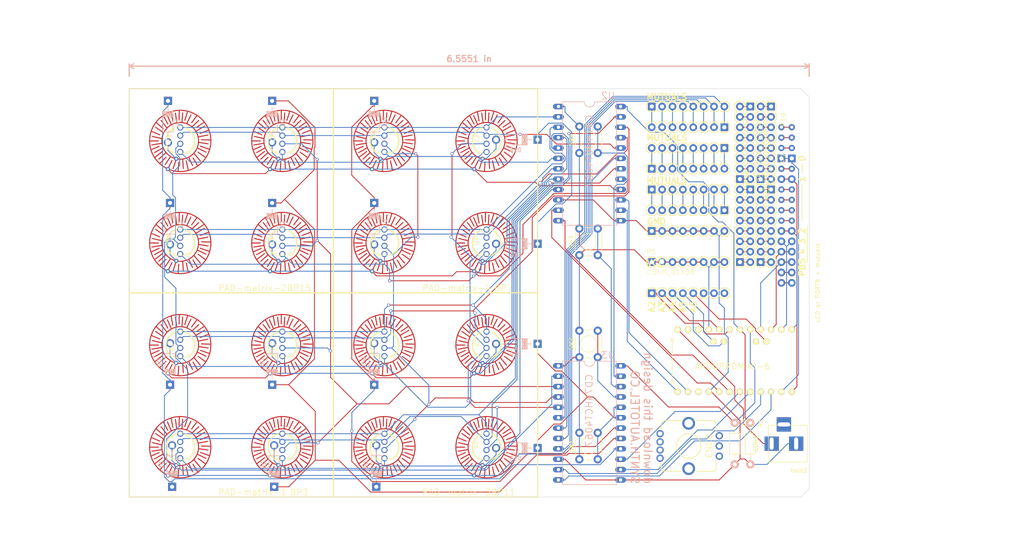
<source format=kicad_pcb>
(kicad_pcb (version 4) (host pcbnew 4.0.4-stable)
  (layers (0 F.Cu signal) (31 B.Cu signal) (34 B.Paste user) (35 F.Paste user) (36 B.SilkS user) (37 F.SilkS user) (38 B.Mask user) (39 F.Mask user) (44 Edge.Cuts user))
  (net 0 "")
  (net 1 "Net-(D1-Pad2)")
  (net 2 /MUXBS0)
  (net 3 "Net-(D2-Pad2)")
  (net 4 "Net-(D3-Pad2)")
  (net 5 "Net-(D4-Pad2)")
  (net 6 "Net-(D5-Pad2)")
  (net 7 /MUXBS1)
  (net 8 "Net-(D6-Pad2)")
  (net 9 "Net-(D7-Pad2)")
  (net 10 "Net-(D8-Pad2)")
  (net 11 "Net-(D9-Pad2)")
  (net 12 /MUXBS2)
  (net 13 "Net-(D10-Pad2)")
  (net 14 "Net-(D11-Pad2)")
  (net 15 "Net-(D12-Pad2)")
  (net 16 "Net-(D13-Pad2)")
  (net 17 /MUXBS3)
  (net 18 "Net-(D14-Pad2)")
  (net 19 "Net-(D15-Pad2)")
  (net 20 "Net-(D16-Pad2)")
  (net 21 /VCC)
  (net 22 /PB0)
  (net 23 /PB1)
  (net 24 /PB2)
  (net 25 /PB3)
  (net 26 /PB4)
  (net 27 /PB5)
  (net 28 /A2)
  (net 29 /A3)
  (net 30 /A4)
  (net 31 /A5)
  (net 32 /A6)
  (net 33 "Net-(P4-Pad6)")
  (net 34 "Net-(P4-Pad7)")
  (net 35 "Net-(P4-Pad8)")
  (net 36 "Net-(P5-Pad1)")
  (net 37 "Net-(P5-Pad2)")
  (net 38 "Net-(P5-Pad3)")
  (net 39 "Net-(P5-Pad4)")
  (net 40 "Net-(P5-Pad5)")
  (net 41 "Net-(P5-Pad6)")
  (net 42 "Net-(P5-Pad7)")
  (net 43 "Net-(P5-Pad8)")
  (net 44 /MUXAB7)
  (net 45 /MUXAG11)
  (net 46 /MUXAR15)
  (net 47 /MUXAS3)
  (net 48 /MUXBG11)
  (net 49 /MUXBG8)
  (net 50 /MUXAB6)
  (net 51 /MUXAG10)
  (net 52 /MUXAR14)
  (net 53 /MUXAS2)
  (net 54 /MUXAB5)
  (net 55 /MUXAG9)
  (net 56 /MUXAR13)
  (net 57 /MUXAS1)
  (net 58 /MUXAB4)
  (net 59 /MUXAG8)
  (net 60 /MUXAR12)
  (net 61 /MUXAS0)
  (net 62 /MUXBG9)
  (net 63 /MUXBG10)
  (net 64 /A1)
  (net 65 /A0)
  (net 66 /MUXBS4)
  (net 67 /MUXBS5)
  (net 68 /MUXBS6)
  (net 69 /MUXBS7)
  (net 70 /PD0)
  (net 71 /PD1)
  (net 72 GND)
  (net 73 /PD3)
  (net 74 /PD2)
  (net 75 /MUX12)
  (net 76 /MUX13)
  (net 77 /MUX14)
  (net 78 /MUX15)
  (net 79 /PD4)
  (net 80 /PD5)
  (net 81 /PD7)
  (net 82 /PD6)
  (net 83 "Net-(uP1-Pad9)")
  (net 84 "Net-(uP1-Pad20)")
  (net 85 "Net-(uP1-Pad21)")
  (net 86 /A7)
  (net 87 "Net-(P7-Pad1)")
  (net 88 "Net-(P7-Pad2)")
  (net 89 "Net-(P7-Pad3)")
  (net 90 "Net-(P7-Pad4)")
  (net 91 "Net-(P7-Pad5)")
  (net 92 "Net-(P7-Pad6)")
  (net 93 "Net-(P7-Pad7)")
  (net 94 "Net-(P7-Pad8)")
  (net 95 "Net-(P10-Pad8)")
  (net 96 "Net-(P10-Pad7)")
  (net 97 "Net-(P10-Pad6)")
  (net 98 "Net-(P10-Pad5)")
  (net 99 "Net-(P10-Pad4)")
  (net 100 "Net-(P10-Pad3)")
  (net 101 "Net-(P10-Pad2)")
  (net 102 "Net-(P10-Pad1)")
  (net 103 "Net-(P11-Pad1)")
  (net 104 "Net-(P11-Pad2)")
  (net 105 "Net-(P11-Pad3)")
  (net 106 "Net-(P11-Pad4)")
  (net 107 "Net-(P11-Pad5)")
  (net 108 "Net-(P11-Pad6)")
  (net 109 "Net-(P11-Pad7)")
  (net 110 "Net-(P11-Pad8)")
  (net 111 "Net-(P13-Pad5)")
  (net 112 "Net-(P13-Pad6)")
  (net 113 "Net-(P13-Pad7)")
  (net 114 "Net-(P13-Pad8)")
  (net 115 "Net-(P15-Pad1)")
  (net 116 "Net-(P15-Pad2)")
  (net 117 "Net-(P15-Pad3)")
  (net 118 "Net-(P15-Pad4)")
  (net 119 "Net-(P15-Pad5)")
  (net 120 "Net-(P15-Pad6)")
  (net 121 "Net-(P15-Pad7)")
  (net 122 "Net-(P15-Pad8)")
  (net 123 "Net-(P17-Pad1)")
  (net 124 "Net-(P17-Pad2)")
  (net 125 "Net-(P17-Pad3)")
  (net 126 "Net-(P17-Pad4)")
  (net 127 "Net-(P17-Pad5)")
  (net 128 "Net-(P17-Pad6)")
  (net 129 "Net-(P17-Pad7)")
  (net 130 "Net-(P17-Pad8)")
  (net 131 "Net-(P19-Pad7)")
  (net 132 "Net-(P19-Pad8)")
  (net 133 "Net-(P19-Pad9)")
  (net 134 "Net-(P19-Pad10)")
  (net 135 "Net-(P19-Pad11)")
  (net 136 "Net-(P19-Pad12)")
  (net 137 "Net-(P19-Pad13)")
  (net 138 "Net-(P19-Pad14)")
  (net 139 "Net-(P19-Pad15)")
  (net 140 "Net-(P19-Pad16)")
  (net 141 "Net-(CON1-Pad3)")
  (net 142 RAWVCC)
  (module ArduProMiniTKB:ArduProMini-6 (layer F.Cu) (at 187.96 128.27 90)
    (fp_text reference uP1 hide)
    (fp_text value ARDUPROMINI-6 (at 8.76 19.74 180) (layer F.SilkS) (effects (font (size 1.5 1.5))))
    (pad 7 thru_hole circle (at 2.54 6.35 90) (size 1.524 1.524) (drill 0.762) (layers *.Cu *.Mask F.SilkS) (net 71 /PD1))
    (pad 8 thru_hole circle (at 2.54 8.89 90) (size 1.524 1.524) (drill 0.762) (layers *.Cu *.Mask F.SilkS) (net 70 /PD0))
    (pad 9 thru_hole circle (at 2.54 11.43 90) (size 1.524 1.524) (drill 0.762) (layers *.Cu *.Mask F.SilkS) (net 83 "Net-(uP1-Pad9)"))
    (pad 10 thru_hole circle (at 2.54 13.97 90) (size 1.524 1.524) (drill 0.762) (layers *.Cu *.Mask F.SilkS) (net 72 GND))
    (pad 11 thru_hole circle (at 2.54 16.51 90) (size 1.524 1.524) (drill 0.762) (layers *.Cu *.Mask F.SilkS) (net 74 /PD2))
    (pad 12 thru_hole circle (at 2.54 19.05 90) (size 1.524 1.524) (drill 0.762) (layers *.Cu *.Mask F.SilkS) (net 73 /PD3))
    (pad 13 thru_hole circle (at 2.54 21.59 90) (size 1.524 1.524) (drill 0.762) (layers *.Cu *.Mask F.SilkS) (net 79 /PD4))
    (pad 14 thru_hole circle (at 2.54 24.13 90) (size 1.524 1.524) (drill 0.762) (layers *.Cu *.Mask F.SilkS) (net 80 /PD5))
    (pad 15 thru_hole circle (at 2.54 26.67 90) (size 1.524 1.524) (drill 0.762) (layers *.Cu *.Mask F.SilkS) (net 82 /PD6))
    (pad 16 thru_hole circle (at 2.54 29.21 90) (size 1.524 1.524) (drill 0.762) (layers *.Cu *.Mask F.SilkS) (net 81 /PD7))
    (pad 17 thru_hole circle (at 2.54 31.75 90) (size 1.524 1.524) (drill 0.762) (layers *.Cu *.Mask F.SilkS) (net 22 /PB0))
    (pad 18 thru_hole circle (at 2.54 34.29 90) (size 1.524 1.524) (drill 0.762) (layers *.Cu *.Mask F.SilkS) (net 23 /PB1))
    (pad 19 thru_hole circle (at 17.78 6.35 90) (size 1.524 1.524) (drill 0.762) (layers *.Cu *.Mask F.SilkS) (net 142 RAWVCC))
    (pad 20 thru_hole circle (at 17.78 8.89 90) (size 1.524 1.524) (drill 0.762) (layers *.Cu *.Mask F.SilkS) (net 84 "Net-(uP1-Pad20)"))
    (pad 21 thru_hole circle (at 17.78 11.43 90) (size 1.524 1.524) (drill 0.762) (layers *.Cu *.Mask F.SilkS) (net 85 "Net-(uP1-Pad21)"))
    (pad 22 thru_hole circle (at 17.78 13.97 90) (size 1.524 1.524) (drill 0.762) (layers *.Cu *.Mask F.SilkS) (net 21 /VCC))
    (pad 23 thru_hole circle (at 17.78 16.51 90) (size 1.524 1.524) (drill 0.762) (layers *.Cu *.Mask F.SilkS) (net 29 /A3))
    (pad 24 thru_hole circle (at 17.78 19.05 90) (size 1.524 1.524) (drill 0.762) (layers *.Cu *.Mask F.SilkS) (net 28 /A2))
    (pad 25 thru_hole circle (at 17.78 21.59 90) (size 1.524 1.524) (drill 0.762) (layers *.Cu *.Mask F.SilkS) (net 64 /A1))
    (pad 26 thru_hole circle (at 17.78 24.13 90) (size 1.524 1.524) (drill 0.762) (layers *.Cu *.Mask F.SilkS) (net 65 /A0))
    (pad 27 thru_hole circle (at 17.78 26.67 90) (size 1.524 1.524) (drill 0.762) (layers *.Cu *.Mask F.SilkS) (net 27 /PB5))
    (pad 28 thru_hole circle (at 17.78 29.21 90) (size 1.524 1.524) (drill 0.762) (layers *.Cu *.Mask F.SilkS) (net 26 /PB4))
    (pad 29 thru_hole circle (at 17.78 31.75 90) (size 1.524 1.524) (drill 0.762) (layers *.Cu *.Mask F.SilkS) (net 25 /PB3))
    (pad 30 thru_hole circle (at 17.78 34.29 90) (size 1.524 1.524) (drill 0.762) (layers *.Cu *.Mask F.SilkS) (net 24 /PB2))
    (pad 31 thru_hole circle (at 14.859 15.113 90) (size 1.5 1.5) (drill 0.6) (layers *.Cu *.Mask F.SilkS) (net 31 /A5))
    (pad 32 thru_hole circle (at 14.859 17.653 90) (size 1.5 1.5) (drill 0.6) (layers *.Cu *.Mask F.SilkS) (net 30 /A4))
    (pad 34 thru_hole circle (at 14.859 25.527 90) (size 1.5 1.5) (drill 0.6) (layers *.Cu *.Mask F.SilkS) (net 86 /A7))
    (pad 35 thru_hole circle (at 14.859 28.067 90) (size 1.5 1.5) (drill 0.6) (layers *.Cu *.Mask F.SilkS) (net 32 /A6))
  )
  (module Connect:BARREL_JACK (layer F.Cu) (at 223.52 138.43 180)
    (fp_text reference CON1 (at 10.09904 0 270) (layer F.SilkS))
    (fp_text value BARREL_JACK)
    (pad 1 thru_hole rect (at 6.20014 0 180) (size 3.50012 3.50012) (drill oval 1.00076 2.99974) (layers *.Cu *.Mask) (net 142 RAWVCC))
    (pad 2 thru_hole rect (at 0.20066 0 180) (size 3.50012 3.50012) (drill oval 1.00076 2.99974) (layers *.Cu *.Mask) (net 72 GND))
    (pad 3 thru_hole rect (at 3.2004 4.699 180) (size 3.50012 3.50012) (drill oval 2.99974 1.00076) (layers *.Cu *.Mask) (net 141 "Net-(CON1-Pad3)"))
  )
  (module SparkFun-Connectors:1X08 (layer F.Cu) (at 222.25 60.96 270)
    (fp_text reference P3 hide)
    (fp_text value CONN_01X16 hide)
    (fp_text user "LCD or PORTB + mutuals" (at 38.1 -6.35 450) (layer F.SilkS))
    (pad 1 thru_hole rect (at 7.62 0) (size 1.8796 1.8796) (drill 1.016) (layers *.Cu *.Mask) (net 22 /PB0))
    (pad 2 thru_hole circle (at 12.7 0) (size 1.8796 1.8796) (drill 1.016) (layers *.Cu *.Mask) (net 23 /PB1))
    (pad 3 thru_hole circle (at 25.4 0) (size 1.8796 1.8796) (drill 1.016) (layers *.Cu *.Mask) (net 24 /PB2))
    (pad 4 thru_hole circle (at 27.94 0) (size 1.8796 1.8796) (drill 1.016) (layers *.Cu *.Mask) (net 25 /PB3))
    (pad 5 thru_hole circle (at 30.48 0) (size 1.8796 1.8796) (drill 1.016) (layers *.Cu *.Mask) (net 26 /PB4))
    (pad 6 thru_hole circle (at 33.02 0) (size 1.8796 1.8796) (drill 1.016) (layers *.Cu *.Mask) (net 27 /PB5))
    (pad 7 thru_hole circle (at 35.56 0) (size 1.8796 1.8796) (drill 1.016) (layers *.Cu *.Mask) (net 131 "Net-(P19-Pad7)"))
    (pad 8 thru_hole circle (at 38.1 0) (size 1.8796 1.8796) (drill 1.016) (layers *.Cu *.Mask) (net 132 "Net-(P19-Pad8)"))
    (pad 9 thru_hole circle (at 0 0 270) (size 1.524 1.524) (drill 0.762) (layers *.Cu *.Mask) (net 133 "Net-(P19-Pad9)"))
    (pad 10 thru_hole circle (at 2.54 0 270) (size 1.524 1.524) (drill 0.762) (layers *.Cu *.Mask) (net 134 "Net-(P19-Pad10)"))
    (pad 11 thru_hole circle (at 5.08 0 270) (size 1.524 1.524) (drill 0.762) (layers *.Cu *.Mask) (net 135 "Net-(P19-Pad11)"))
    (pad 12 thru_hole circle (at 10.16 0 270) (size 1.524 1.524) (drill 0.762) (layers *.Cu *.Mask) (net 136 "Net-(P19-Pad12)"))
    (pad 13 thru_hole circle (at 15.24 0 270) (size 1.524 1.524) (drill 0.762) (layers *.Cu *.Mask) (net 137 "Net-(P19-Pad13)"))
    (pad 14 thru_hole circle (at 17.78 0 270) (size 1.524 1.524) (drill 0.762) (layers *.Cu *.Mask) (net 138 "Net-(P19-Pad14)"))
    (pad 15 thru_hole circle (at 20.32 0 270) (size 1.524 1.524) (drill 0.762) (layers *.Cu *.Mask) (net 139 "Net-(P19-Pad15)"))
    (pad 16 thru_hole circle (at 22.86 0 270) (size 1.524 1.524) (drill 0.762) (layers *.Cu *.Mask) (net 140 "Net-(P19-Pad16)"))
  )
  (module Diodes_ThroughHole:Diode_DO-41_SOD81_Horizontal_RM10 (layer B.Cu) (at 70.5 149 90)
    (fp_text reference D1 (at 5.38734 -2.53746 90) (layer B.SilkS) (effects (justify mirror)))
    (fp_text value D)
    (pad 2 thru_hole circle (at 10.16 0.00254 270) (size 1.99898 1.99898) (drill 1.27) (layers *.Cu *.Mask) (net 1 "Net-(D1-Pad2)"))
    (pad 1 thru_hole rect (at 0 0.00254 270) (size 1.99898 1.99898) (drill 1.00076) (layers *.Cu *.Mask) (net 2 /MUXBS0))
  )
  (module Diodes_ThroughHole:Diode_DO-41_SOD81_Horizontal_RM10 (layer B.Cu) (at 70.0025 124 90)
    (fp_text reference D2 (at 5.38734 -2.53746 90) (layer B.SilkS) (effects (justify mirror)))
    (fp_text value D)
    (pad 2 thru_hole circle (at 10.16 0.00254 270) (size 1.99898 1.99898) (drill 1.27) (layers *.Cu *.Mask) (net 3 "Net-(D2-Pad2)"))
    (pad 1 thru_hole rect (at 0 0.00254 270) (size 1.99898 1.99898) (drill 1.00076) (layers *.Cu *.Mask) (net 2 /MUXBS0))
  )
  (module Diodes_ThroughHole:Diode_DO-41_SOD81_Horizontal_RM10 (layer B.Cu) (at 70.0025 79.5 270)
    (fp_text reference D3 (at 5.38734 -2.53746 270) (layer B.SilkS) (effects (justify mirror)))
    (fp_text value D)
    (pad 2 thru_hole circle (at 10.16 0.00254 90) (size 1.99898 1.99898) (drill 1.27) (layers *.Cu *.Mask) (net 4 "Net-(D3-Pad2)"))
    (pad 1 thru_hole rect (at 0 0.00254 90) (size 1.99898 1.99898) (drill 1.00076) (layers *.Cu *.Mask) (net 2 /MUXBS0))
  )
  (module Diodes_ThroughHole:Diode_DO-41_SOD81_Horizontal_RM10 (layer B.Cu) (at 69.5025 54.5 270)
    (fp_text reference D4 (at 5.38734 -2.53746 270) (layer B.SilkS) (effects (justify mirror)))
    (fp_text value D)
    (pad 2 thru_hole circle (at 10.16 0.00254 90) (size 1.99898 1.99898) (drill 1.27) (layers *.Cu *.Mask) (net 5 "Net-(D4-Pad2)"))
    (pad 1 thru_hole rect (at 0 0.00254 90) (size 1.99898 1.99898) (drill 1.00076) (layers *.Cu *.Mask) (net 2 /MUXBS0))
  )
  (module Diodes_ThroughHole:Diode_DO-41_SOD81_Horizontal_RM10 (layer B.Cu) (at 95.4975 149 90)
    (fp_text reference D5 (at 5.38734 -2.53746 90) (layer B.SilkS) (effects (justify mirror)))
    (fp_text value D)
    (pad 2 thru_hole circle (at 10.16 0.00254 270) (size 1.99898 1.99898) (drill 1.27) (layers *.Cu *.Mask) (net 6 "Net-(D5-Pad2)"))
    (pad 1 thru_hole rect (at 0 0.00254 270) (size 1.99898 1.99898) (drill 1.00076) (layers *.Cu *.Mask) (net 7 /MUXBS1))
  )
  (module Diodes_ThroughHole:Diode_DO-41_SOD81_Horizontal_RM10 (layer B.Cu) (at 95 124 90)
    (fp_text reference D6 (at 5.38734 -2.53746 90) (layer B.SilkS) (effects (justify mirror)))
    (fp_text value D)
    (pad 2 thru_hole circle (at 10.16 0.00254 270) (size 1.99898 1.99898) (drill 1.27) (layers *.Cu *.Mask) (net 8 "Net-(D6-Pad2)"))
    (pad 1 thru_hole rect (at 0 0.00254 270) (size 1.99898 1.99898) (drill 1.00076) (layers *.Cu *.Mask) (net 7 /MUXBS1))
  )
  (module Diodes_ThroughHole:Diode_DO-41_SOD81_Horizontal_RM10 (layer B.Cu) (at 94.9975 79.5 270)
    (fp_text reference D7 (at 5.38734 -2.53746 270) (layer B.SilkS) (effects (justify mirror)))
    (fp_text value D)
    (pad 2 thru_hole circle (at 10.16 0.00254 90) (size 1.99898 1.99898) (drill 1.27) (layers *.Cu *.Mask) (net 9 "Net-(D7-Pad2)"))
    (pad 1 thru_hole rect (at 0 0.00254 90) (size 1.99898 1.99898) (drill 1.00076) (layers *.Cu *.Mask) (net 7 /MUXBS1))
  )
  (module Diodes_ThroughHole:Diode_DO-41_SOD81_Horizontal_RM10 (layer B.Cu) (at 95.0025 54.5 270)
    (fp_text reference D8 (at 5.38734 -2.53746 270) (layer B.SilkS) (effects (justify mirror)))
    (fp_text value D)
    (pad 2 thru_hole circle (at 10.16 0.00254 90) (size 1.99898 1.99898) (drill 1.27) (layers *.Cu *.Mask) (net 10 "Net-(D8-Pad2)"))
    (pad 1 thru_hole rect (at 0 0.00254 90) (size 1.99898 1.99898) (drill 1.00076) (layers *.Cu *.Mask) (net 7 /MUXBS1))
  )
  (module Diodes_ThroughHole:Diode_DO-41_SOD81_Horizontal_RM10 (layer B.Cu) (at 120.5 149 90)
    (fp_text reference D9 (at 5.38734 -2.53746 90) (layer B.SilkS) (effects (justify mirror)))
    (fp_text value D)
    (pad 2 thru_hole circle (at 10.16 0.00254 270) (size 1.99898 1.99898) (drill 1.27) (layers *.Cu *.Mask) (net 11 "Net-(D9-Pad2)"))
    (pad 1 thru_hole rect (at 0 0.00254 270) (size 1.99898 1.99898) (drill 1.00076) (layers *.Cu *.Mask) (net 12 /MUXBS2))
  )
  (module Diodes_ThroughHole:Diode_DO-41_SOD81_Horizontal_RM10 (layer B.Cu) (at 120 124 90)
    (fp_text reference D10 (at 5.38734 -2.53746 90) (layer B.SilkS) (effects (justify mirror)))
    (fp_text value D)
    (pad 2 thru_hole circle (at 10.16 0.00254 270) (size 1.99898 1.99898) (drill 1.27) (layers *.Cu *.Mask) (net 13 "Net-(D10-Pad2)"))
    (pad 1 thru_hole rect (at 0 0.00254 270) (size 1.99898 1.99898) (drill 1.00076) (layers *.Cu *.Mask) (net 12 /MUXBS2))
  )
  (module Diodes_ThroughHole:Diode_DO-41_SOD81_Horizontal_RM10 (layer B.Cu) (at 120 79.5 270)
    (fp_text reference D11 (at 5.38734 -2.53746 270) (layer B.SilkS) (effects (justify mirror)))
    (fp_text value D)
    (pad 2 thru_hole circle (at 10.16 0.00254 90) (size 1.99898 1.99898) (drill 1.27) (layers *.Cu *.Mask) (net 14 "Net-(D11-Pad2)"))
    (pad 1 thru_hole rect (at 0 0.00254 90) (size 1.99898 1.99898) (drill 1.00076) (layers *.Cu *.Mask) (net 12 /MUXBS2))
  )
  (module Diodes_ThroughHole:Diode_DO-41_SOD81_Horizontal_RM10 (layer B.Cu) (at 120.003 54.5 270)
    (fp_text reference D12 (at 5.38734 -2.53746 270) (layer B.SilkS) (effects (justify mirror)))
    (fp_text value D)
    (pad 2 thru_hole circle (at 10.16 0.00254 90) (size 1.99898 1.99898) (drill 1.27) (layers *.Cu *.Mask) (net 15 "Net-(D12-Pad2)"))
    (pad 1 thru_hole rect (at 0 0.00254 90) (size 1.99898 1.99898) (drill 1.00076) (layers *.Cu *.Mask) (net 12 /MUXBS2))
  )
  (module Diodes_ThroughHole:Diode_DO-41_SOD81_Horizontal_RM10 (layer B.Cu) (at 160 139.5 180)
    (fp_text reference D13 (at 5.38734 -2.53746 180) (layer B.SilkS) (effects (justify mirror)))
    (fp_text value D)
    (pad 2 thru_hole circle (at 10.16 0.00254) (size 1.99898 1.99898) (drill 1.27) (layers *.Cu *.Mask) (net 16 "Net-(D13-Pad2)"))
    (pad 1 thru_hole rect (at 0 0.00254) (size 1.99898 1.99898) (drill 1.00076) (layers *.Cu *.Mask) (net 17 /MUXBS3))
  )
  (module Diodes_ThroughHole:Diode_DO-41_SOD81_Horizontal_RM10 (layer B.Cu) (at 160 114.003 180)
    (fp_text reference D14 (at 5.38734 -2.53746 180) (layer B.SilkS) (effects (justify mirror)))
    (fp_text value D)
    (pad 2 thru_hole circle (at 10.16 0.00254) (size 1.99898 1.99898) (drill 1.27) (layers *.Cu *.Mask) (net 18 "Net-(D14-Pad2)"))
    (pad 1 thru_hole rect (at 0 0.00254) (size 1.99898 1.99898) (drill 1.00076) (layers *.Cu *.Mask) (net 17 /MUXBS3))
  )
  (module Diodes_ThroughHole:Diode_DO-41_SOD81_Horizontal_RM10 (layer B.Cu) (at 160 89.5 180)
    (fp_text reference D15 (at 5.38734 -2.53746 180) (layer B.SilkS) (effects (justify mirror)))
    (fp_text value D)
    (pad 2 thru_hole circle (at 10.16 0.00254) (size 1.99898 1.99898) (drill 1.27) (layers *.Cu *.Mask) (net 19 "Net-(D15-Pad2)"))
    (pad 1 thru_hole rect (at 0 0.00254) (size 1.99898 1.99898) (drill 1.00076) (layers *.Cu *.Mask) (net 17 /MUXBS3))
  )
  (module Diodes_ThroughHole:Diode_DO-41_SOD81_Horizontal_RM10 (layer B.Cu) (at 160 64 180)
    (fp_text reference D16 (at 5.38734 -2.53746 180) (layer B.SilkS) (effects (justify mirror)))
    (fp_text value D)
    (pad 2 thru_hole circle (at 10.16 0.00254) (size 1.99898 1.99898) (drill 1.27) (layers *.Cu *.Mask) (net 20 "Net-(D16-Pad2)"))
    (pad 1 thru_hole rect (at 0 0.00254) (size 1.99898 1.99898) (drill 1.00076) (layers *.Cu *.Mask) (net 17 /MUXBS3))
  )
  (module SparkFun-Connectors:1X08 (layer F.Cu) (at 212.09 55.88 270)
    (fp_text reference P5 (at 18.659532 -3.18 270) (layer F.SilkS) (effects (font (size 1.2065 1.2065) (thickness 0.127)) (justify left bottom)))
    (fp_text value CONN_01X08 (at 15.659532 -3.18 270) (layer F.SilkS) (effects (font (size 1.2065 1.2065) (thickness 0.1016)) (justify left bottom)))
    (pad 1 thru_hole rect (at 0 0) (size 1.8796 1.8796) (drill 1.016) (layers *.Cu *.Mask) (net 36 "Net-(P5-Pad1)"))
    (pad 2 thru_hole circle (at 2.54 0) (size 1.8796 1.8796) (drill 1.016) (layers *.Cu *.Mask) (net 37 "Net-(P5-Pad2)"))
    (pad 3 thru_hole circle (at 5.08 0) (size 1.8796 1.8796) (drill 1.016) (layers *.Cu *.Mask) (net 38 "Net-(P5-Pad3)"))
    (pad 4 thru_hole circle (at 7.62 0) (size 1.8796 1.8796) (drill 1.016) (layers *.Cu *.Mask) (net 39 "Net-(P5-Pad4)"))
    (pad 5 thru_hole circle (at 10.16 0) (size 1.8796 1.8796) (drill 1.016) (layers *.Cu *.Mask) (net 40 "Net-(P5-Pad5)"))
    (pad 6 thru_hole circle (at 12.7 0) (size 1.8796 1.8796) (drill 1.016) (layers *.Cu *.Mask) (net 41 "Net-(P5-Pad6)"))
    (pad 7 thru_hole circle (at 15.24 0) (size 1.8796 1.8796) (drill 1.016) (layers *.Cu *.Mask) (net 42 "Net-(P5-Pad7)"))
    (pad 8 thru_hole circle (at 17.78 0) (size 1.8796 1.8796) (drill 1.016) (layers *.Cu *.Mask) (net 43 "Net-(P5-Pad8)"))
  )
  (module SparkFun-Connectors:1X08 (layer F.Cu) (at 209.55 73.66 90)
    (fp_text reference P6 hide)
    (fp_text value CONN_01X08 hide)
    (pad 1 thru_hole rect (at 0 0 180) (size 1.8796 1.8796) (drill 1.016) (layers *.Cu *.Mask) (net 43 "Net-(P5-Pad8)"))
    (pad 2 thru_hole circle (at 2.54 0 180) (size 1.8796 1.8796) (drill 1.016) (layers *.Cu *.Mask) (net 42 "Net-(P5-Pad7)"))
    (pad 3 thru_hole circle (at 5.08 0 180) (size 1.8796 1.8796) (drill 1.016) (layers *.Cu *.Mask) (net 41 "Net-(P5-Pad6)"))
    (pad 4 thru_hole circle (at 7.62 0 180) (size 1.8796 1.8796) (drill 1.016) (layers *.Cu *.Mask) (net 40 "Net-(P5-Pad5)"))
    (pad 5 thru_hole circle (at 10.16 0 180) (size 1.8796 1.8796) (drill 1.016) (layers *.Cu *.Mask) (net 39 "Net-(P5-Pad4)"))
    (pad 6 thru_hole circle (at 12.7 0 180) (size 1.8796 1.8796) (drill 1.016) (layers *.Cu *.Mask) (net 38 "Net-(P5-Pad3)"))
    (pad 7 thru_hole circle (at 15.24 0 180) (size 1.8796 1.8796) (drill 1.016) (layers *.Cu *.Mask) (net 37 "Net-(P5-Pad2)"))
    (pad 8 thru_hole circle (at 17.78 0 180) (size 1.8796 1.8796) (drill 1.016) (layers *.Cu *.Mask) (net 36 "Net-(P5-Pad1)"))
  )
  (module Buttons_Switches_ThroughHole:SW_PUSH_6mm (layer F.Cu) (at 170.232 142.27 90)
    (fp_text reference SW1 (at 3.25 -2 90) (layer F.SilkS))
    (fp_text value SW_PUSH)
    (pad 2 thru_hole circle (at 0 4.5 180) (size 2 2) (drill 1.1) (layers *.Cu *.Mask) (net 66 /MUXBS4))
    (pad 1 thru_hole circle (at 0 0 180) (size 2 2) (drill 1.1) (layers *.Cu *.Mask) (net 21 /VCC))
    (pad 2 thru_hole circle (at 6.5 4.5 180) (size 2 2) (drill 1.1) (layers *.Cu *.Mask) (net 66 /MUXBS4))
    (pad 1 thru_hole circle (at 6.5 0 180) (size 2 2) (drill 1.1) (layers *.Cu *.Mask) (net 21 /VCC))
  )
  (module Buttons_Switches_ThroughHole:SW_PUSH_6mm (layer F.Cu) (at 170.232 117.27 90)
    (fp_text reference SW2 (at 3.25 -2 90) (layer F.SilkS))
    (fp_text value SW_PUSH)
    (pad 2 thru_hole circle (at 0 4.5 180) (size 2 2) (drill 1.1) (layers *.Cu *.Mask) (net 67 /MUXBS5))
    (pad 1 thru_hole circle (at 0 0 180) (size 2 2) (drill 1.1) (layers *.Cu *.Mask) (net 21 /VCC))
    (pad 2 thru_hole circle (at 6.5 4.5 180) (size 2 2) (drill 1.1) (layers *.Cu *.Mask) (net 67 /MUXBS5))
    (pad 1 thru_hole circle (at 6.5 0 180) (size 2 2) (drill 1.1) (layers *.Cu *.Mask) (net 21 /VCC))
  )
  (module Buttons_Switches_ThroughHole:SW_PUSH_6mm (layer F.Cu) (at 170.232 92.27 90)
    (fp_text reference SW3 (at 3.25 -2 90) (layer F.SilkS))
    (fp_text value SW_PUSH)
    (pad 2 thru_hole circle (at 0 4.5 180) (size 2 2) (drill 1.1) (layers *.Cu *.Mask) (net 68 /MUXBS6))
    (pad 1 thru_hole circle (at 0 0 180) (size 2 2) (drill 1.1) (layers *.Cu *.Mask) (net 21 /VCC))
    (pad 2 thru_hole circle (at 6.5 4.5 180) (size 2 2) (drill 1.1) (layers *.Cu *.Mask) (net 68 /MUXBS6))
    (pad 1 thru_hole circle (at 6.5 0 180) (size 2 2) (drill 1.1) (layers *.Cu *.Mask) (net 21 /VCC))
  )
  (module Buttons_Switches_ThroughHole:SW_PUSH_6mm (layer F.Cu) (at 170.232 67.27 90)
    (fp_text reference SW4 (at 3.25 -2 90) (layer F.SilkS))
    (fp_text value SW_PUSH)
    (pad 2 thru_hole circle (at 0 4.5 180) (size 2 2) (drill 1.1) (layers *.Cu *.Mask) (net 69 /MUXBS7))
    (pad 1 thru_hole circle (at 0 0 180) (size 2 2) (drill 1.1) (layers *.Cu *.Mask) (net 21 /VCC))
    (pad 2 thru_hole circle (at 6.5 4.5 180) (size 2 2) (drill 1.1) (layers *.Cu *.Mask) (net 69 /MUXBS7))
    (pad 1 thru_hole circle (at 6.5 0 180) (size 2 2) (drill 1.1) (layers *.Cu *.Mask) (net 21 /VCC))
  )
  (module SparkFun-Connectors:1X08 (layer F.Cu) (at 212.09 76.2 270)
    (fp_text reference P7 (at -6.35 -8.89 270) (layer F.SilkS) (effects (font (size 1.2065 1.2065) (thickness 0.127)) (justify left bottom)))
    (fp_text value CONN_01X08 hide)
    (pad 1 thru_hole rect (at 0 0) (size 1.8796 1.8796) (drill 1.016) (layers *.Cu *.Mask) (net 87 "Net-(P7-Pad1)"))
    (pad 2 thru_hole circle (at 2.54 0) (size 1.8796 1.8796) (drill 1.016) (layers *.Cu *.Mask) (net 88 "Net-(P7-Pad2)"))
    (pad 3 thru_hole circle (at 5.08 0) (size 1.8796 1.8796) (drill 1.016) (layers *.Cu *.Mask) (net 89 "Net-(P7-Pad3)"))
    (pad 4 thru_hole circle (at 7.62 0) (size 1.8796 1.8796) (drill 1.016) (layers *.Cu *.Mask) (net 90 "Net-(P7-Pad4)"))
    (pad 5 thru_hole circle (at 10.16 0) (size 1.8796 1.8796) (drill 1.016) (layers *.Cu *.Mask) (net 91 "Net-(P7-Pad5)"))
    (pad 6 thru_hole circle (at 12.7 0) (size 1.8796 1.8796) (drill 1.016) (layers *.Cu *.Mask) (net 92 "Net-(P7-Pad6)"))
    (pad 7 thru_hole circle (at 15.24 0) (size 1.8796 1.8796) (drill 1.016) (layers *.Cu *.Mask) (net 93 "Net-(P7-Pad7)"))
    (pad 8 thru_hole circle (at 17.78 0) (size 1.8796 1.8796) (drill 1.016) (layers *.Cu *.Mask) (net 94 "Net-(P7-Pad8)"))
  )
  (module SparkFun-Connectors:1X08 (layer F.Cu) (at 209.55 93.98 90)
    (fp_text reference P8 hide)
    (fp_text value CONN_01X08 hide)
    (pad 1 thru_hole rect (at 0 0 180) (size 1.8796 1.8796) (drill 1.016) (layers *.Cu *.Mask) (net 94 "Net-(P7-Pad8)"))
    (pad 2 thru_hole circle (at 2.54 0 180) (size 1.8796 1.8796) (drill 1.016) (layers *.Cu *.Mask) (net 93 "Net-(P7-Pad7)"))
    (pad 3 thru_hole circle (at 5.08 0 180) (size 1.8796 1.8796) (drill 1.016) (layers *.Cu *.Mask) (net 92 "Net-(P7-Pad6)"))
    (pad 4 thru_hole circle (at 7.62 0 180) (size 1.8796 1.8796) (drill 1.016) (layers *.Cu *.Mask) (net 91 "Net-(P7-Pad5)"))
    (pad 5 thru_hole circle (at 10.16 0 180) (size 1.8796 1.8796) (drill 1.016) (layers *.Cu *.Mask) (net 90 "Net-(P7-Pad4)"))
    (pad 6 thru_hole circle (at 12.7 0 180) (size 1.8796 1.8796) (drill 1.016) (layers *.Cu *.Mask) (net 89 "Net-(P7-Pad3)"))
    (pad 7 thru_hole circle (at 15.24 0 180) (size 1.8796 1.8796) (drill 1.016) (layers *.Cu *.Mask) (net 88 "Net-(P7-Pad2)"))
    (pad 8 thru_hole circle (at 17.78 0 180) (size 1.8796 1.8796) (drill 1.016) (layers *.Cu *.Mask) (net 87 "Net-(P7-Pad1)"))
  )
  (module SparkFun-Connectors:1X08 (layer F.Cu) (at 187.96 76.2)
    (fp_text reference P9 hide)
    (fp_text value CONN_01X08 hide)
    (pad 1 thru_hole rect (at 0 0 90) (size 1.8796 1.8796) (drill 1.016) (layers *.Cu *.Mask) (net 95 "Net-(P10-Pad8)"))
    (pad 2 thru_hole circle (at 2.54 0 90) (size 1.8796 1.8796) (drill 1.016) (layers *.Cu *.Mask) (net 96 "Net-(P10-Pad7)"))
    (pad 3 thru_hole circle (at 5.08 0 90) (size 1.8796 1.8796) (drill 1.016) (layers *.Cu *.Mask) (net 97 "Net-(P10-Pad6)"))
    (pad 4 thru_hole circle (at 7.62 0 90) (size 1.8796 1.8796) (drill 1.016) (layers *.Cu *.Mask) (net 98 "Net-(P10-Pad5)"))
    (pad 5 thru_hole circle (at 10.16 0 90) (size 1.8796 1.8796) (drill 1.016) (layers *.Cu *.Mask) (net 99 "Net-(P10-Pad4)"))
    (pad 6 thru_hole circle (at 12.7 0 90) (size 1.8796 1.8796) (drill 1.016) (layers *.Cu *.Mask) (net 100 "Net-(P10-Pad3)"))
    (pad 7 thru_hole circle (at 15.24 0 90) (size 1.8796 1.8796) (drill 1.016) (layers *.Cu *.Mask) (net 101 "Net-(P10-Pad2)"))
    (pad 8 thru_hole circle (at 17.78 0 90) (size 1.8796 1.8796) (drill 1.016) (layers *.Cu *.Mask) (net 102 "Net-(P10-Pad1)"))
  )
  (module SparkFun-Connectors:1X08 (layer F.Cu) (at 205.74 81.28 180)
    (fp_text reference P10 hide)
    (fp_text value CONN_01X08 hide)
    (pad 1 thru_hole rect (at 0 0 270) (size 1.8796 1.8796) (drill 1.016) (layers *.Cu *.Mask) (net 102 "Net-(P10-Pad1)"))
    (pad 2 thru_hole circle (at 2.54 0 270) (size 1.8796 1.8796) (drill 1.016) (layers *.Cu *.Mask) (net 101 "Net-(P10-Pad2)"))
    (pad 3 thru_hole circle (at 5.08 0 270) (size 1.8796 1.8796) (drill 1.016) (layers *.Cu *.Mask) (net 100 "Net-(P10-Pad3)"))
    (pad 4 thru_hole circle (at 7.62 0 270) (size 1.8796 1.8796) (drill 1.016) (layers *.Cu *.Mask) (net 99 "Net-(P10-Pad4)"))
    (pad 5 thru_hole circle (at 10.16 0 270) (size 1.8796 1.8796) (drill 1.016) (layers *.Cu *.Mask) (net 98 "Net-(P10-Pad5)"))
    (pad 6 thru_hole circle (at 12.7 0 270) (size 1.8796 1.8796) (drill 1.016) (layers *.Cu *.Mask) (net 97 "Net-(P10-Pad6)"))
    (pad 7 thru_hole circle (at 15.24 0 270) (size 1.8796 1.8796) (drill 1.016) (layers *.Cu *.Mask) (net 96 "Net-(P10-Pad7)"))
    (pad 8 thru_hole circle (at 17.78 0 270) (size 1.8796 1.8796) (drill 1.016) (layers *.Cu *.Mask) (net 95 "Net-(P10-Pad8)"))
  )
  (module SparkFun-Connectors:1X08 (layer F.Cu) (at 214.63 93.98 90)
    (fp_text reference P11 hide)
    (fp_text value CONN_01X08 hide)
    (pad 1 thru_hole rect (at 0 0 180) (size 1.8796 1.8796) (drill 1.016) (layers *.Cu *.Mask) (net 103 "Net-(P11-Pad1)"))
    (pad 2 thru_hole circle (at 2.54 0 180) (size 1.8796 1.8796) (drill 1.016) (layers *.Cu *.Mask) (net 104 "Net-(P11-Pad2)"))
    (pad 3 thru_hole circle (at 5.08 0 180) (size 1.8796 1.8796) (drill 1.016) (layers *.Cu *.Mask) (net 105 "Net-(P11-Pad3)"))
    (pad 4 thru_hole circle (at 7.62 0 180) (size 1.8796 1.8796) (drill 1.016) (layers *.Cu *.Mask) (net 106 "Net-(P11-Pad4)"))
    (pad 5 thru_hole circle (at 10.16 0 180) (size 1.8796 1.8796) (drill 1.016) (layers *.Cu *.Mask) (net 107 "Net-(P11-Pad5)"))
    (pad 6 thru_hole circle (at 12.7 0 180) (size 1.8796 1.8796) (drill 1.016) (layers *.Cu *.Mask) (net 108 "Net-(P11-Pad6)"))
    (pad 7 thru_hole circle (at 15.24 0 180) (size 1.8796 1.8796) (drill 1.016) (layers *.Cu *.Mask) (net 109 "Net-(P11-Pad7)"))
    (pad 8 thru_hole circle (at 17.78 0 180) (size 1.8796 1.8796) (drill 1.016) (layers *.Cu *.Mask) (net 110 "Net-(P11-Pad8)"))
  )
  (module SparkFun-Connectors:1X08 (layer F.Cu) (at 217.17 76.2 270)
    (fp_text reference P12 (at 2.75 0.37 270) (layer F.SilkS) (effects (font (size 1.2065 1.2065) (thickness 0.127)) (justify left bottom)))
    (fp_text value CONN_01X08 hide)
    (pad 1 thru_hole rect (at 0 0) (size 1.8796 1.8796) (drill 1.016) (layers *.Cu *.Mask) (net 110 "Net-(P11-Pad8)"))
    (pad 2 thru_hole circle (at 2.54 0) (size 1.8796 1.8796) (drill 1.016) (layers *.Cu *.Mask) (net 109 "Net-(P11-Pad7)"))
    (pad 3 thru_hole circle (at 5.08 0) (size 1.8796 1.8796) (drill 1.016) (layers *.Cu *.Mask) (net 108 "Net-(P11-Pad6)"))
    (pad 4 thru_hole circle (at 7.62 0) (size 1.8796 1.8796) (drill 1.016) (layers *.Cu *.Mask) (net 107 "Net-(P11-Pad5)"))
    (pad 5 thru_hole circle (at 10.16 0) (size 1.8796 1.8796) (drill 1.016) (layers *.Cu *.Mask) (net 106 "Net-(P11-Pad4)"))
    (pad 6 thru_hole circle (at 12.7 0) (size 1.8796 1.8796) (drill 1.016) (layers *.Cu *.Mask) (net 105 "Net-(P11-Pad3)"))
    (pad 7 thru_hole circle (at 15.24 0) (size 1.8796 1.8796) (drill 1.016) (layers *.Cu *.Mask) (net 104 "Net-(P11-Pad2)"))
    (pad 8 thru_hole circle (at 17.78 0) (size 1.8796 1.8796) (drill 1.016) (layers *.Cu *.Mask) (net 103 "Net-(P11-Pad1)"))
  )
  (module SparkFun-Connectors:1X08 (layer F.Cu) (at 205.74 60.96 180)
    (fp_text reference P13 hide)
    (fp_text value CONN_01X08 hide)
    (pad 1 thru_hole rect (at 0 0 270) (size 1.8796 1.8796) (drill 1.016) (layers *.Cu *.Mask) (net 75 /MUX12))
    (pad 2 thru_hole circle (at 2.54 0 270) (size 1.8796 1.8796) (drill 1.016) (layers *.Cu *.Mask) (net 76 /MUX13))
    (pad 3 thru_hole circle (at 5.08 0 270) (size 1.8796 1.8796) (drill 1.016) (layers *.Cu *.Mask) (net 77 /MUX14))
    (pad 4 thru_hole circle (at 7.62 0 270) (size 1.8796 1.8796) (drill 1.016) (layers *.Cu *.Mask) (net 78 /MUX15))
    (pad 5 thru_hole circle (at 10.16 0 270) (size 1.8796 1.8796) (drill 1.016) (layers *.Cu *.Mask) (net 111 "Net-(P13-Pad5)"))
    (pad 6 thru_hole circle (at 12.7 0 270) (size 1.8796 1.8796) (drill 1.016) (layers *.Cu *.Mask) (net 112 "Net-(P13-Pad6)"))
    (pad 7 thru_hole circle (at 15.24 0 270) (size 1.8796 1.8796) (drill 1.016) (layers *.Cu *.Mask) (net 113 "Net-(P13-Pad7)"))
    (pad 8 thru_hole circle (at 17.78 0 270) (size 1.8796 1.8796) (drill 1.016) (layers *.Cu *.Mask) (net 114 "Net-(P13-Pad8)"))
  )
  (module SparkFun-Connectors:1X08 (layer F.Cu) (at 187.96 55.88)
    (fp_text reference P14 hide)
    (fp_text value CONN_01X08 hide)
    (pad 1 thru_hole rect (at 0 0 90) (size 1.8796 1.8796) (drill 1.016) (layers *.Cu *.Mask) (net 114 "Net-(P13-Pad8)"))
    (pad 2 thru_hole circle (at 2.54 0 90) (size 1.8796 1.8796) (drill 1.016) (layers *.Cu *.Mask) (net 113 "Net-(P13-Pad7)"))
    (pad 3 thru_hole circle (at 5.08 0 90) (size 1.8796 1.8796) (drill 1.016) (layers *.Cu *.Mask) (net 112 "Net-(P13-Pad6)"))
    (pad 4 thru_hole circle (at 7.62 0 90) (size 1.8796 1.8796) (drill 1.016) (layers *.Cu *.Mask) (net 111 "Net-(P13-Pad5)"))
    (pad 5 thru_hole circle (at 10.16 0 90) (size 1.8796 1.8796) (drill 1.016) (layers *.Cu *.Mask) (net 78 /MUX15))
    (pad 6 thru_hole circle (at 12.7 0 90) (size 1.8796 1.8796) (drill 1.016) (layers *.Cu *.Mask) (net 77 /MUX14))
    (pad 7 thru_hole circle (at 15.24 0 90) (size 1.8796 1.8796) (drill 1.016) (layers *.Cu *.Mask) (net 76 /MUX13))
    (pad 8 thru_hole circle (at 17.78 0 90) (size 1.8796 1.8796) (drill 1.016) (layers *.Cu *.Mask) (net 75 /MUX12))
  )
  (module SparkFun-Connectors:1X08 (layer F.Cu) (at 217.17 55.88 270)
    (fp_text reference P15 hide)
    (fp_text value CONN_01X08 hide)
    (pad 1 thru_hole rect (at 0 0) (size 1.8796 1.8796) (drill 1.016) (layers *.Cu *.Mask) (net 115 "Net-(P15-Pad1)"))
    (pad 2 thru_hole circle (at 2.54 0) (size 1.8796 1.8796) (drill 1.016) (layers *.Cu *.Mask) (net 116 "Net-(P15-Pad2)"))
    (pad 3 thru_hole circle (at 5.08 0) (size 1.8796 1.8796) (drill 1.016) (layers *.Cu *.Mask) (net 117 "Net-(P15-Pad3)"))
    (pad 4 thru_hole circle (at 7.62 0) (size 1.8796 1.8796) (drill 1.016) (layers *.Cu *.Mask) (net 118 "Net-(P15-Pad4)"))
    (pad 5 thru_hole circle (at 10.16 0) (size 1.8796 1.8796) (drill 1.016) (layers *.Cu *.Mask) (net 119 "Net-(P15-Pad5)"))
    (pad 6 thru_hole circle (at 12.7 0) (size 1.8796 1.8796) (drill 1.016) (layers *.Cu *.Mask) (net 120 "Net-(P15-Pad6)"))
    (pad 7 thru_hole circle (at 15.24 0) (size 1.8796 1.8796) (drill 1.016) (layers *.Cu *.Mask) (net 121 "Net-(P15-Pad7)"))
    (pad 8 thru_hole circle (at 17.78 0) (size 1.8796 1.8796) (drill 1.016) (layers *.Cu *.Mask) (net 122 "Net-(P15-Pad8)"))
  )
  (module SparkFun-Connectors:1X08 (layer F.Cu) (at 214.63 73.66 90)
    (fp_text reference P16 (at -1.3462 -2.56 90) (layer F.SilkS) (effects (font (size 1.2065 1.2065) (thickness 0.127)) (justify left bottom)))
    (fp_text value CONN_01X08 (at -1.27 3.175 90) (layer F.SilkS) (effects (font (size 1.2065 1.2065) (thickness 0.1016)) (justify left bottom)))
    (pad 1 thru_hole rect (at 0 0 180) (size 1.8796 1.8796) (drill 1.016) (layers *.Cu *.Mask) (net 122 "Net-(P15-Pad8)"))
    (pad 2 thru_hole circle (at 2.54 0 180) (size 1.8796 1.8796) (drill 1.016) (layers *.Cu *.Mask) (net 121 "Net-(P15-Pad7)"))
    (pad 3 thru_hole circle (at 5.08 0 180) (size 1.8796 1.8796) (drill 1.016) (layers *.Cu *.Mask) (net 120 "Net-(P15-Pad6)"))
    (pad 4 thru_hole circle (at 7.62 0 180) (size 1.8796 1.8796) (drill 1.016) (layers *.Cu *.Mask) (net 119 "Net-(P15-Pad5)"))
    (pad 5 thru_hole circle (at 10.16 0 180) (size 1.8796 1.8796) (drill 1.016) (layers *.Cu *.Mask) (net 118 "Net-(P15-Pad4)"))
    (pad 6 thru_hole circle (at 12.7 0 180) (size 1.8796 1.8796) (drill 1.016) (layers *.Cu *.Mask) (net 117 "Net-(P15-Pad3)"))
    (pad 7 thru_hole circle (at 15.24 0 180) (size 1.8796 1.8796) (drill 1.016) (layers *.Cu *.Mask) (net 116 "Net-(P15-Pad2)"))
    (pad 8 thru_hole circle (at 17.78 0 180) (size 1.8796 1.8796) (drill 1.016) (layers *.Cu *.Mask) (net 115 "Net-(P15-Pad1)"))
  )
  (module SparkFun-Connectors:1X08 (layer F.Cu) (at 205.74 66.04 180)
    (fp_text reference P17 hide)
    (fp_text value CONN_01X08 hide)
    (pad 1 thru_hole rect (at 0 0 270) (size 1.8796 1.8796) (drill 1.016) (layers *.Cu *.Mask) (net 123 "Net-(P17-Pad1)"))
    (pad 2 thru_hole circle (at 2.54 0 270) (size 1.8796 1.8796) (drill 1.016) (layers *.Cu *.Mask) (net 124 "Net-(P17-Pad2)"))
    (pad 3 thru_hole circle (at 5.08 0 270) (size 1.8796 1.8796) (drill 1.016) (layers *.Cu *.Mask) (net 125 "Net-(P17-Pad3)"))
    (pad 4 thru_hole circle (at 7.62 0 270) (size 1.8796 1.8796) (drill 1.016) (layers *.Cu *.Mask) (net 126 "Net-(P17-Pad4)"))
    (pad 5 thru_hole circle (at 10.16 0 270) (size 1.8796 1.8796) (drill 1.016) (layers *.Cu *.Mask) (net 127 "Net-(P17-Pad5)"))
    (pad 6 thru_hole circle (at 12.7 0 270) (size 1.8796 1.8796) (drill 1.016) (layers *.Cu *.Mask) (net 128 "Net-(P17-Pad6)"))
    (pad 7 thru_hole circle (at 15.24 0 270) (size 1.8796 1.8796) (drill 1.016) (layers *.Cu *.Mask) (net 129 "Net-(P17-Pad7)"))
    (pad 8 thru_hole circle (at 17.78 0 270) (size 1.8796 1.8796) (drill 1.016) (layers *.Cu *.Mask) (net 130 "Net-(P17-Pad8)"))
  )
  (module SparkFun-Connectors:1X08 (layer F.Cu) (at 187.96 71.12)
    (fp_text reference P18 hide)
    (fp_text value CONN_01X08 hide)
    (pad 1 thru_hole rect (at 0 0 90) (size 1.8796 1.8796) (drill 1.016) (layers *.Cu *.Mask) (net 130 "Net-(P17-Pad8)"))
    (pad 2 thru_hole circle (at 2.54 0 90) (size 1.8796 1.8796) (drill 1.016) (layers *.Cu *.Mask) (net 129 "Net-(P17-Pad7)"))
    (pad 3 thru_hole circle (at 5.08 0 90) (size 1.8796 1.8796) (drill 1.016) (layers *.Cu *.Mask) (net 128 "Net-(P17-Pad6)"))
    (pad 4 thru_hole circle (at 7.62 0 90) (size 1.8796 1.8796) (drill 1.016) (layers *.Cu *.Mask) (net 127 "Net-(P17-Pad5)"))
    (pad 5 thru_hole circle (at 10.16 0 90) (size 1.8796 1.8796) (drill 1.016) (layers *.Cu *.Mask) (net 126 "Net-(P17-Pad4)"))
    (pad 6 thru_hole circle (at 12.7 0 90) (size 1.8796 1.8796) (drill 1.016) (layers *.Cu *.Mask) (net 125 "Net-(P17-Pad3)"))
    (pad 7 thru_hole circle (at 15.24 0 90) (size 1.8796 1.8796) (drill 1.016) (layers *.Cu *.Mask) (net 124 "Net-(P17-Pad2)"))
    (pad 8 thru_hole circle (at 17.78 0 90) (size 1.8796 1.8796) (drill 1.016) (layers *.Cu *.Mask) (net 123 "Net-(P17-Pad1)"))
  )
  (module SparkFun-Connectors:1X08 (layer F.Cu) (at 187.96 86.36)
    (fp_text reference P2 hide)
    (fp_text value CONN_01X08 hide)
    (pad 1 thru_hole rect (at 0 0 90) (size 1.8796 1.8796) (drill 1.016) (layers *.Cu *.Mask) (net 72 GND))
    (pad 2 thru_hole circle (at 2.54 0 90) (size 1.8796 1.8796) (drill 1.016) (layers *.Cu *.Mask) (net 72 GND))
    (pad 3 thru_hole circle (at 5.08 0 90) (size 1.8796 1.8796) (drill 1.016) (layers *.Cu *.Mask) (net 72 GND))
    (pad 4 thru_hole circle (at 7.62 0 90) (size 1.8796 1.8796) (drill 1.016) (layers *.Cu *.Mask) (net 72 GND))
    (pad 5 thru_hole circle (at 10.16 0 90) (size 1.8796 1.8796) (drill 1.016) (layers *.Cu *.Mask) (net 72 GND))
    (pad 6 thru_hole circle (at 12.7 0 90) (size 1.8796 1.8796) (drill 1.016) (layers *.Cu *.Mask) (net 72 GND))
    (pad 7 thru_hole circle (at 15.24 0 90) (size 1.8796 1.8796) (drill 1.016) (layers *.Cu *.Mask) (net 72 GND))
    (pad 8 thru_hole circle (at 17.78 0 90) (size 1.8796 1.8796) (drill 1.016) (layers *.Cu *.Mask) (net 72 GND))
  )
  (module SparkFun-Connectors:1X08 (layer F.Cu) (at 187.96 101.6)
    (fp_text reference P4 hide)
    (fp_text value CONN_01X08 hide)
    (pad 1 thru_hole rect (at 0 0 90) (size 1.8796 1.8796) (drill 1.016) (layers *.Cu *.Mask) (net 28 /A2))
    (pad 2 thru_hole circle (at 2.54 0 90) (size 1.8796 1.8796) (drill 1.016) (layers *.Cu *.Mask) (net 29 /A3))
    (pad 3 thru_hole circle (at 5.08 0 90) (size 1.8796 1.8796) (drill 1.016) (layers *.Cu *.Mask) (net 30 /A4))
    (pad 4 thru_hole circle (at 7.62 0 90) (size 1.8796 1.8796) (drill 1.016) (layers *.Cu *.Mask) (net 31 /A5))
    (pad 5 thru_hole circle (at 10.16 0 90) (size 1.8796 1.8796) (drill 1.016) (layers *.Cu *.Mask) (net 32 /A6))
    (pad 6 thru_hole circle (at 12.7 0 90) (size 1.8796 1.8796) (drill 1.016) (layers *.Cu *.Mask) (net 33 "Net-(P4-Pad6)"))
    (pad 7 thru_hole circle (at 15.24 0 90) (size 1.8796 1.8796) (drill 1.016) (layers *.Cu *.Mask) (net 34 "Net-(P4-Pad7)"))
    (pad 8 thru_hole circle (at 17.78 0 90) (size 1.8796 1.8796) (drill 1.016) (layers *.Cu *.Mask) (net 35 "Net-(P4-Pad8)"))
  )
  (module Resistors_ThroughHole:Resistor_Horizontal_RM10mm (layer F.Cu) (at 212.09 133.35 270)
    (fp_text reference R1 (at 0 -2.54 270) (layer F.SilkS))
    (fp_text value R)
    (pad 1 thru_hole circle (at 0 0 270) (size 1.99898 1.99898) (drill 1.00076) (layers *.Cu *.SilkS *.Mask) (net 64 /A1))
    (pad 2 thru_hole circle (at 10.16 0 270) (size 1.99898 1.99898) (drill 1.00076) (layers *.Cu *.SilkS *.Mask) (net 72 GND))
  )
  (module Resistors_ThroughHole:Resistor_Horizontal_RM10mm (layer F.Cu) (at 208.28 143.51 90)
    (fp_text reference R2 (at 10.16 2.54 90) (layer F.SilkS))
    (fp_text value R)
    (pad 1 thru_hole circle (at 0 0 90) (size 1.99898 1.99898) (drill 1.00076) (layers *.Cu *.SilkS *.Mask) (net 72 GND))
    (pad 2 thru_hole circle (at 10.16 0 90) (size 1.99898 1.99898) (drill 1.00076) (layers *.Cu *.SilkS *.Mask) (net 65 /A0))
  )
  (module button-pad-autotel:2x2-buttonpad-sparkfun-autotel (layer F.Cu) (at 160 101.5 90)
    (fp_text reference PAD-matrix-4 (at 1.17 -19.83 180) (layer F.SilkS))
    (fp_text value BP7 (at 1.17 -8.4 180) (layer F.SilkS))
    (fp_line (start 5.41 -39.24) (end 7.78 -38.48) (layer F.Cu) (width 0.254))
    (fp_line (start 4.73 -38.01) (end 7.02 -37.87) (layer F.Cu) (width 0.254))
    (fp_line (start 5.44 -36.75) (end 7.74 -36.9) (layer F.Cu) (width 0.254))
    (fp_line (start 7.31 -36.03) (end 5.03 -35.52) (layer F.Cu) (width 0.254))
    (fp_line (start 6.19 -34.48) (end 8.19 -35.42) (layer F.Cu) (width 0.254))
    (fp_line (start 6.08 -33.22) (end 8.03 -34.37) (layer F.Cu) (width 0.254))
    (fp_line (start 9.15 -34.16) (end 7.28 -32.58) (layer F.Cu) (width 0.254))
    (fp_line (start 9.44 -33.13) (end 8.1 -31.28) (layer F.Cu) (width 0.254))
    (fp_line (start 9.46 -31.19) (end 10.45 -33.25) (layer F.Cu) (width 0.254))
    (fp_line (start 10.91 -32.55) (end 10.15 -30.37) (layer F.Cu) (width 0.254))
    (fp_line (start 11.49 -30.66) (end 11.84 -32.99) (layer F.Cu) (width 0.254))
    (fp_line (start 12.49 -32.29) (end 12.42 -30.06) (layer F.Cu) (width 0.254))
    (fp_line (start 13.64 -30.74) (end 13.18 -33.09) (layer F.Cu) (width 0.254))
    (fp_line (start 14.05 -32.62) (end 14.83 -30.57) (layer F.Cu) (width 0.254))
    (fp_line (start 15.83 -31.52) (end 14.58 -33.66) (layer F.Cu) (width 0.254))
    (fp_line (start 15.57 -33.44) (end 16.77 -31.66) (layer F.Cu) (width 0.254))
    (fp_line (start 15.66 -34.6) (end 17.21 -32.98) (layer F.Cu) (width 0.254))
    (fp_line (start 16.64 -34.72) (end 18.39 -33.42) (layer F.Cu) (width 0.254))
    (fp_line (start 16.43 -35.93) (end 18.56 -34.88) (layer F.Cu) (width 0.254))
    (fp_line (start 17.25 -36.38) (end 19.37 -35.7) (layer F.Cu) (width 0.254))
    (fp_line (start 16.71 -37.07) (end 19.07 -36.91) (layer F.Cu) (width 0.254))
    (fp_line (start 17.37 -37.77) (end 19.66 -37.74) (layer F.Cu) (width 0.254))
    (fp_line (start 16.67 -38.36) (end 19.01 -38.68) (layer F.Cu) (width 0.254))
    (fp_line (start 17.09 -39.32) (end 19.33 -39.74) (layer F.Cu) (width 0.254))
    (fp_line (start 16.23 -39.68) (end 18.4 -40.65) (layer F.Cu) (width 0.254))
    (fp_line (start 16.34 -40.55) (end 18.37 -41.64) (layer F.Cu) (width 0.254))
    (fp_line (start 15.39 -40.77) (end 17.21 -42.2) (layer F.Cu) (width 0.254))
    (fp_line (start 16.73 -43.42) (end 15.17 -41.64) (layer F.Cu) (width 0.254))
    (fp_line (start 14.2 -41.6) (end 15.54 -43.51) (layer F.Cu) (width 0.254))
    (fp_line (start 13.7 -42.52) (end 14.54 -44.54) (layer F.Cu) (width 0.254))
    (fp_line (start 12.76 -42.01) (end 13.3 -44.29) (layer F.Cu) (width 0.254))
    (fp_line (start 12.2 -42.87) (end 12.2 -44.99) (layer F.Cu) (width 0.254))
    (fp_line (start 11.62 -41.98) (end 11.21 -44.45) (layer F.Cu) (width 0.254))
    (fp_line (start 10.88 -42.68) (end 10.02 -44.65) (layer F.Cu) (width 0.254))
    (fp_line (start 9.35 -43.78) (end 10.46 -41.8) (layer F.Cu) (width 0.254))
    (fp_line (start 8.16 -43.74) (end 9.61 -41.86) (layer F.Cu) (width 0.254))
    (fp_line (start 7.76 -42.74) (end 9.32 -41.02) (layer F.Cu) (width 0.254))
    (fp_line (start 6.68 -42.51) (end 8.2 -41) (layer F.Cu) (width 0.254))
    (fp_line (start 6.43 -41.16) (end 8.29 -39.93) (layer F.Cu) (width 0.254))
    (fp_line (start 5.36 -40.53) (end 7.42 -39.5) (layer F.Cu) (width 0.254))
    (fp_line (start 30.41 -39.24) (end 32.78 -38.48) (layer F.Cu) (width 0.254))
    (fp_line (start 29.73 -38.01) (end 32.02 -37.87) (layer F.Cu) (width 0.254))
    (fp_line (start 30.44 -36.75) (end 32.74 -36.9) (layer F.Cu) (width 0.254))
    (fp_line (start 32.31 -36.03) (end 30.03 -35.52) (layer F.Cu) (width 0.254))
    (fp_line (start 31.19 -34.48) (end 33.19 -35.42) (layer F.Cu) (width 0.254))
    (fp_line (start 31.08 -33.22) (end 33.03 -34.37) (layer F.Cu) (width 0.254))
    (fp_line (start 34.15 -34.16) (end 32.28 -32.58) (layer F.Cu) (width 0.254))
    (fp_line (start 34.44 -33.13) (end 33.1 -31.28) (layer F.Cu) (width 0.254))
    (fp_line (start 34.46 -31.19) (end 35.45 -33.25) (layer F.Cu) (width 0.254))
    (fp_line (start 35.91 -32.55) (end 35.15 -30.37) (layer F.Cu) (width 0.254))
    (fp_line (start 36.49 -30.66) (end 36.84 -32.99) (layer F.Cu) (width 0.254))
    (fp_line (start 37.49 -32.29) (end 37.42 -30.06) (layer F.Cu) (width 0.254))
    (fp_line (start 38.64 -30.74) (end 38.18 -33.09) (layer F.Cu) (width 0.254))
    (fp_line (start 39.05 -32.62) (end 39.83 -30.57) (layer F.Cu) (width 0.254))
    (fp_line (start 40.83 -31.52) (end 39.58 -33.66) (layer F.Cu) (width 0.254))
    (fp_line (start 40.57 -33.44) (end 41.77 -31.66) (layer F.Cu) (width 0.254))
    (fp_line (start 40.66 -34.6) (end 42.21 -32.98) (layer F.Cu) (width 0.254))
    (fp_line (start 41.64 -34.72) (end 43.39 -33.42) (layer F.Cu) (width 0.254))
    (fp_line (start 41.43 -35.93) (end 43.56 -34.88) (layer F.Cu) (width 0.254))
    (fp_line (start 42.25 -36.38) (end 44.37 -35.7) (layer F.Cu) (width 0.254))
    (fp_line (start 41.71 -37.07) (end 44.07 -36.91) (layer F.Cu) (width 0.254))
    (fp_line (start 42.37 -37.77) (end 44.66 -37.74) (layer F.Cu) (width 0.254))
    (fp_line (start 41.67 -38.36) (end 44.01 -38.68) (layer F.Cu) (width 0.254))
    (fp_line (start 42.09 -39.32) (end 44.33 -39.74) (layer F.Cu) (width 0.254))
    (fp_line (start 41.23 -39.68) (end 43.4 -40.65) (layer F.Cu) (width 0.254))
    (fp_line (start 41.34 -40.55) (end 43.37 -41.64) (layer F.Cu) (width 0.254))
    (fp_line (start 40.39 -40.77) (end 42.21 -42.2) (layer F.Cu) (width 0.254))
    (fp_line (start 41.73 -43.42) (end 40.17 -41.64) (layer F.Cu) (width 0.254))
    (fp_line (start 39.2 -41.6) (end 40.54 -43.51) (layer F.Cu) (width 0.254))
    (fp_line (start 38.7 -42.52) (end 39.54 -44.54) (layer F.Cu) (width 0.254))
    (fp_line (start 37.76 -42.01) (end 38.3 -44.29) (layer F.Cu) (width 0.254))
    (fp_line (start 37.2 -42.87) (end 37.2 -44.99) (layer F.Cu) (width 0.254))
    (fp_line (start 36.62 -41.98) (end 36.21 -44.45) (layer F.Cu) (width 0.254))
    (fp_line (start 35.88 -42.68) (end 35.02 -44.65) (layer F.Cu) (width 0.254))
    (fp_line (start 34.35 -43.78) (end 35.46 -41.8) (layer F.Cu) (width 0.254))
    (fp_line (start 33.16 -43.74) (end 34.61 -41.86) (layer F.Cu) (width 0.254))
    (fp_line (start 32.76 -42.74) (end 34.32 -41.02) (layer F.Cu) (width 0.254))
    (fp_line (start 31.68 -42.51) (end 33.2 -41) (layer F.Cu) (width 0.254))
    (fp_line (start 31.43 -41.16) (end 33.29 -39.93) (layer F.Cu) (width 0.254))
    (fp_line (start 30.36 -40.53) (end 32.42 -39.5) (layer F.Cu) (width 0.254))
    (fp_line (start 5.41 -14.24) (end 7.78 -13.48) (layer F.Cu) (width 0.254))
    (fp_line (start 4.73 -13.01) (end 7.02 -12.87) (layer F.Cu) (width 0.254))
    (fp_line (start 5.44 -11.75) (end 7.74 -11.9) (layer F.Cu) (width 0.254))
    (fp_line (start 7.31 -11.03) (end 5.03 -10.52) (layer F.Cu) (width 0.254))
    (fp_line (start 6.19 -9.48) (end 8.19 -10.42) (layer F.Cu) (width 0.254))
    (fp_line (start 6.08 -8.22) (end 8.03 -9.37) (layer F.Cu) (width 0.254))
    (fp_line (start 9.15 -9.16) (end 7.28 -7.58) (layer F.Cu) (width 0.254))
    (fp_line (start 9.44 -8.13) (end 8.1 -6.28) (layer F.Cu) (width 0.254))
    (fp_line (start 9.46 -6.19) (end 10.45 -8.25) (layer F.Cu) (width 0.254))
    (fp_line (start 10.91 -7.55) (end 10.15 -5.37) (layer F.Cu) (width 0.254))
    (fp_line (start 11.49 -5.66) (end 11.84 -7.99) (layer F.Cu) (width 0.254))
    (fp_line (start 12.49 -7.29) (end 12.42 -5.06) (layer F.Cu) (width 0.254))
    (fp_line (start 13.64 -5.74) (end 13.18 -8.09) (layer F.Cu) (width 0.254))
    (fp_line (start 14.05 -7.62) (end 14.83 -5.57) (layer F.Cu) (width 0.254))
    (fp_line (start 15.83 -6.52) (end 14.58 -8.66) (layer F.Cu) (width 0.254))
    (fp_line (start 15.57 -8.44) (end 16.77 -6.66) (layer F.Cu) (width 0.254))
    (fp_line (start 15.66 -9.6) (end 17.21 -7.98) (layer F.Cu) (width 0.254))
    (fp_line (start 16.64 -9.72) (end 18.39 -8.42) (layer F.Cu) (width 0.254))
    (fp_line (start 16.43 -10.93) (end 18.56 -9.88) (layer F.Cu) (width 0.254))
    (fp_line (start 17.25 -11.38) (end 19.37 -10.7) (layer F.Cu) (width 0.254))
    (fp_line (start 16.71 -12.07) (end 19.07 -11.91) (layer F.Cu) (width 0.254))
    (fp_line (start 17.37 -12.77) (end 19.66 -12.74) (layer F.Cu) (width 0.254))
    (fp_line (start 16.67 -13.36) (end 19.01 -13.68) (layer F.Cu) (width 0.254))
    (fp_line (start 17.09 -14.32) (end 19.33 -14.74) (layer F.Cu) (width 0.254))
    (fp_line (start 16.23 -14.68) (end 18.4 -15.65) (layer F.Cu) (width 0.254))
    (fp_line (start 16.34 -15.55) (end 18.37 -16.64) (layer F.Cu) (width 0.254))
    (fp_line (start 15.39 -15.77) (end 17.21 -17.2) (layer F.Cu) (width 0.254))
    (fp_line (start 16.73 -18.42) (end 15.17 -16.64) (layer F.Cu) (width 0.254))
    (fp_line (start 14.2 -16.6) (end 15.54 -18.51) (layer F.Cu) (width 0.254))
    (fp_line (start 13.7 -17.52) (end 14.54 -19.54) (layer F.Cu) (width 0.254))
    (fp_line (start 12.76 -17.01) (end 13.3 -19.29) (layer F.Cu) (width 0.254))
    (fp_line (start 12.2 -17.87) (end 12.2 -19.99) (layer F.Cu) (width 0.254))
    (fp_line (start 11.62 -16.98) (end 11.21 -19.45) (layer F.Cu) (width 0.254))
    (fp_line (start 10.88 -17.68) (end 10.02 -19.65) (layer F.Cu) (width 0.254))
    (fp_line (start 9.35 -18.78) (end 10.46 -16.8) (layer F.Cu) (width 0.254))
    (fp_line (start 8.16 -18.74) (end 9.61 -16.86) (layer F.Cu) (width 0.254))
    (fp_line (start 7.76 -17.74) (end 9.32 -16.02) (layer F.Cu) (width 0.254))
    (fp_line (start 6.68 -17.51) (end 8.2 -16) (layer F.Cu) (width 0.254))
    (fp_line (start 6.43 -16.16) (end 8.29 -14.93) (layer F.Cu) (width 0.254))
    (fp_line (start 5.36 -15.53) (end 7.42 -14.5) (layer F.Cu) (width 0.254))
    (fp_line (start 30.41 -14.24) (end 32.78 -13.48) (layer F.Cu) (width 0.254))
    (fp_line (start 29.73 -13.01) (end 32.02 -12.87) (layer F.Cu) (width 0.254))
    (fp_line (start 30.44 -11.75) (end 32.74 -11.9) (layer F.Cu) (width 0.254))
    (fp_line (start 32.31 -11.03) (end 30.03 -10.52) (layer F.Cu) (width 0.254))
    (fp_line (start 31.19 -9.48) (end 33.19 -10.42) (layer F.Cu) (width 0.254))
    (fp_line (start 31.08 -8.22) (end 33.03 -9.37) (layer F.Cu) (width 0.254))
    (fp_line (start 34.15 -9.16) (end 32.28 -7.58) (layer F.Cu) (width 0.254))
    (fp_line (start 34.44 -8.13) (end 33.1 -6.28) (layer F.Cu) (width 0.254))
    (fp_line (start 34.46 -6.19) (end 35.45 -8.25) (layer F.Cu) (width 0.254))
    (fp_line (start 35.91 -7.55) (end 35.15 -5.37) (layer F.Cu) (width 0.254))
    (fp_line (start 36.49 -5.66) (end 36.84 -7.99) (layer F.Cu) (width 0.254))
    (fp_line (start 37.49 -7.29) (end 37.42 -5.06) (layer F.Cu) (width 0.254))
    (fp_line (start 38.64 -5.74) (end 38.18 -8.09) (layer F.Cu) (width 0.254))
    (fp_line (start 39.05 -7.62) (end 39.83 -5.57) (layer F.Cu) (width 0.254))
    (fp_line (start 40.83 -6.52) (end 39.58 -8.66) (layer F.Cu) (width 0.254))
    (fp_line (start 40.57 -8.44) (end 41.77 -6.66) (layer F.Cu) (width 0.254))
    (fp_line (start 40.66 -9.6) (end 42.21 -7.98) (layer F.Cu) (width 0.254))
    (fp_line (start 41.64 -9.72) (end 43.39 -8.42) (layer F.Cu) (width 0.254))
    (fp_line (start 41.43 -10.93) (end 43.56 -9.88) (layer F.Cu) (width 0.254))
    (fp_line (start 42.25 -11.38) (end 44.37 -10.7) (layer F.Cu) (width 0.254))
    (fp_line (start 41.71 -12.07) (end 44.07 -11.91) (layer F.Cu) (width 0.254))
    (fp_line (start 42.37 -12.77) (end 44.66 -12.74) (layer F.Cu) (width 0.254))
    (fp_line (start 41.67 -13.36) (end 44.01 -13.68) (layer F.Cu) (width 0.254))
    (fp_line (start 42.09 -14.32) (end 44.33 -14.74) (layer F.Cu) (width 0.254))
    (fp_line (start 41.23 -14.68) (end 43.4 -15.65) (layer F.Cu) (width 0.254))
    (fp_line (start 41.34 -15.55) (end 43.37 -16.64) (layer F.Cu) (width 0.254))
    (fp_line (start 40.39 -15.77) (end 42.21 -17.2) (layer F.Cu) (width 0.254))
    (fp_line (start 41.73 -18.42) (end 40.17 -16.64) (layer F.Cu) (width 0.254))
    (fp_line (start 39.2 -16.6) (end 40.54 -18.51) (layer F.Cu) (width 0.254))
    (fp_line (start 38.7 -17.52) (end 39.54 -19.54) (layer F.Cu) (width 0.254))
    (fp_line (start 37.76 -17.01) (end 38.3 -19.29) (layer F.Cu) (width 0.254))
    (fp_line (start 37.2 -17.87) (end 37.2 -19.99) (layer F.Cu) (width 0.254))
    (fp_line (start 36.62 -16.98) (end 36.21 -19.45) (layer F.Cu) (width 0.254))
    (fp_line (start 35.88 -17.68) (end 35.02 -19.65) (layer F.Cu) (width 0.254))
    (fp_line (start 34.35 -18.78) (end 35.46 -16.8) (layer F.Cu) (width 0.254))
    (fp_line (start 33.16 -18.74) (end 34.61 -16.86) (layer F.Cu) (width 0.254))
    (fp_line (start 32.76 -17.74) (end 34.32 -16.02) (layer F.Cu) (width 0.254))
    (fp_line (start 31.68 -17.51) (end 33.2 -16) (layer F.Cu) (width 0.254))
    (fp_line (start 31.43 -16.16) (end 33.29 -14.93) (layer F.Cu) (width 0.254))
    (fp_line (start 30.36 -15.53) (end 32.42 -14.5) (layer F.Cu) (width 0.254))
    (fp_circle (center 12.2 -37.5) (end 19.7 -37.5) (layer F.Cu) (width 0.254))
    (fp_circle (center 12.21 -37.51) (end 16.71 -37.51) (layer F.Cu) (width 0.254))
    (fp_circle (center 37.21 -37.51) (end 41.71 -37.51) (layer F.Cu) (width 0.254))
    (fp_circle (center 37.2 -37.5) (end 44.6998 -37.5) (layer F.Cu) (width 0.254))
    (fp_circle (center 12.2 -12.51) (end 16.7106 -12.51) (layer F.Cu) (width 0.254))
    (fp_circle (center 12.2 -12.5) (end 19.6998 -12.5) (layer F.Cu) (width 0.254))
    (fp_circle (center 37.2 -12.51) (end 41.7106 -12.51) (layer F.Cu) (width 0.254))
    (fp_circle (center 37.2 -12.5) (end 44.6998 -12.5) (layer F.Cu) (width 0.254))
    (fp_text user C3 (at 11.75 -39.5 90) (layer F.SilkS) (effects (font (size 0.9652 0.9652) (thickness 0.1524)) (justify left bottom)))
    (fp_text user C4 (at 36.75 -39.5 90) (layer F.SilkS) (effects (font (size 0.9652 0.9652) (thickness 0.1524)) (justify left bottom)))
    (fp_text user C1 (at 11.75 -14.5 90) (layer F.SilkS) (effects (font (size 0.9652 0.9652) (thickness 0.1524)) (justify left bottom)))
    (fp_text user C2 (at 36.75 -14.25 90) (layer F.SilkS) (effects (font (size 0.9652 0.9652) (thickness 0.1524)) (justify left bottom)))
    (pad GND3 thru_hole circle (at 11.5 -37.5 180) (size 1.508 1.508) (drill 1) (layers *.Cu *.Mask) (net 63 /MUXBG10))
    (pad BLU3 thru_hole circle (at 13.5 -37.5 180) (size 1.508 1.508) (drill 1) (layers *.Cu *.Mask) (net 54 /MUXAB5))
    (pad GRN3 thru_hole circle (at 15.5 -37.5 180) (size 1.508 1.508) (drill 1) (layers *.Cu *.Mask) (net 55 /MUXAG9))
    (pad RED3 thru_hole circle (at 9.5 -37.5) (size 1.508 1.508) (drill 1) (layers *.Cu *.Mask) (net 56 /MUXAR13))
    (pad GND4 thru_hole circle (at 36.5 -37.5 180) (size 1.508 1.508) (drill 1) (layers *.Cu *.Mask) (net 63 /MUXBG10))
    (pad BLU4 thru_hole circle (at 38.5 -37.5 180) (size 1.508 1.508) (drill 1) (layers *.Cu *.Mask) (net 58 /MUXAB4))
    (pad GRN4 thru_hole circle (at 40.5 -37.5 180) (size 1.508 1.508) (drill 1) (layers *.Cu *.Mask) (net 59 /MUXAG8))
    (pad RED4 thru_hole circle (at 34.5 -37.5) (size 1.508 1.508) (drill 1) (layers *.Cu *.Mask) (net 60 /MUXAR12))
    (pad GND1 thru_hole circle (at 11.5 -12.5 180) (size 1.508 1.508) (drill 1) (layers *.Cu *.Mask) (net 48 /MUXBG11))
    (pad BLU1 thru_hole circle (at 13.5 -12.5 180) (size 1.508 1.508) (drill 1) (layers *.Cu *.Mask) (net 54 /MUXAB5))
    (pad GRN1 thru_hole circle (at 15.5 -12.5 180) (size 1.508 1.508) (drill 1) (layers *.Cu *.Mask) (net 55 /MUXAG9))
    (pad RED1 thru_hole circle (at 9.5 -12.5) (size 1.508 1.508) (drill 1) (layers *.Cu *.Mask) (net 56 /MUXAR13))
    (pad SIG2 thru_hole circle (at 7.828 -13.481 90) (size 1.016 1.016) (drill 0.508) (layers *.Cu *.Mask) (net 19 "Net-(D15-Pad2)"))
    (pad SIG1 thru_hole circle (at 5.288 -15.513 90) (size 1.016 1.016) (drill 0.508) (layers *.Cu *.Mask) (net 57 /MUXAS1))
    (pad GND2 thru_hole circle (at 36.5 -12.5 180) (size 1.508 1.508) (drill 1) (layers *.Cu *.Mask) (net 48 /MUXBG11))
    (pad BLU2 thru_hole circle (at 38.5 -12.5 180) (size 1.508 1.508) (drill 1) (layers *.Cu *.Mask) (net 58 /MUXAB4))
    (pad GRN2 thru_hole circle (at 40.5 -12.5 180) (size 1.508 1.508) (drill 1) (layers *.Cu *.Mask) (net 59 /MUXAG8))
    (pad RED2 thru_hole circle (at 34.5 -12.5) (size 1.508 1.508) (drill 1) (layers *.Cu *.Mask) (net 60 /MUXAR12))
    (pad SIG4 thru_hole circle (at 32.828 -13.481 90) (size 1.016 1.016) (drill 0.508) (layers *.Cu *.Mask) (net 20 "Net-(D16-Pad2)"))
    (pad SIG3 thru_hole circle (at 30.288 -15.513 90) (size 1.016 1.016) (drill 0.508) (layers *.Cu *.Mask) (net 61 /MUXAS0))
    (pad SIG6 thru_hole circle (at 7.828 -38.481 90) (size 1.016 1.016) (drill 0.508) (layers *.Cu *.Mask) (net 14 "Net-(D11-Pad2)"))
    (pad SIG5 thru_hole circle (at 5.288 -40.513 90) (size 1.016 1.016) (drill 0.508) (layers *.Cu *.Mask) (net 57 /MUXAS1))
    (pad SIG8 thru_hole circle (at 32.828 -38.481 90) (size 1.016 1.016) (drill 0.508) (layers *.Cu *.Mask) (net 15 "Net-(D12-Pad2)"))
    (pad SIG7 thru_hole circle (at 30.288 -40.513 90) (size 1.016 1.016) (drill 0.508) (layers *.Cu *.Mask) (net 61 /MUXAS0))
    (pad "" np_thru_hole circle (at 12.5 -25 90) (size 3 3) (drill 3) (layers *.Cu))
    (pad "" np_thru_hole circle (at 25 -37.5 90) (size 3 3) (drill 3) (layers *.Cu))
    (pad "" np_thru_hole circle (at 37.5 -25 90) (size 3 3) (drill 3) (layers *.Cu))
    (pad "" np_thru_hole circle (at 25 -12.5 90) (size 3 3) (drill 3) (layers *.Cu))
    (pad "" np_thru_hole circle (at 2.5 -2.5 90) (size 3 3) (drill 3) (layers *.Cu))
    (pad "" np_thru_hole circle (at 2.5 -47.5 90) (size 3 3) (drill 3) (layers *.Cu))
    (pad "" np_thru_hole circle (at 47.5 -47.5 90) (size 3 3) (drill 3) (layers *.Cu))
    (pad "" np_thru_hole circle (at 47.5 -2.5 90) (size 3 3) (drill 3) (layers *.Cu))
  )
  (module button-pad-autotel:2x2-buttonpad-sparkfun-autotel (layer F.Cu) (at 160 151.5 90)
    (fp_text reference PAD-matrix-3 (at 1.17 -19.83 180) (layer F.SilkS))
    (fp_text value BP11 (at 1.17 -8.4 180) (layer F.SilkS))
    (fp_line (start 5.41 -39.24) (end 7.78 -38.48) (layer F.Cu) (width 0.254))
    (fp_line (start 4.73 -38.01) (end 7.02 -37.87) (layer F.Cu) (width 0.254))
    (fp_line (start 5.44 -36.75) (end 7.74 -36.9) (layer F.Cu) (width 0.254))
    (fp_line (start 7.31 -36.03) (end 5.03 -35.52) (layer F.Cu) (width 0.254))
    (fp_line (start 6.19 -34.48) (end 8.19 -35.42) (layer F.Cu) (width 0.254))
    (fp_line (start 6.08 -33.22) (end 8.03 -34.37) (layer F.Cu) (width 0.254))
    (fp_line (start 9.15 -34.16) (end 7.28 -32.58) (layer F.Cu) (width 0.254))
    (fp_line (start 9.44 -33.13) (end 8.1 -31.28) (layer F.Cu) (width 0.254))
    (fp_line (start 9.46 -31.19) (end 10.45 -33.25) (layer F.Cu) (width 0.254))
    (fp_line (start 10.91 -32.55) (end 10.15 -30.37) (layer F.Cu) (width 0.254))
    (fp_line (start 11.49 -30.66) (end 11.84 -32.99) (layer F.Cu) (width 0.254))
    (fp_line (start 12.49 -32.29) (end 12.42 -30.06) (layer F.Cu) (width 0.254))
    (fp_line (start 13.64 -30.74) (end 13.18 -33.09) (layer F.Cu) (width 0.254))
    (fp_line (start 14.05 -32.62) (end 14.83 -30.57) (layer F.Cu) (width 0.254))
    (fp_line (start 15.83 -31.52) (end 14.58 -33.66) (layer F.Cu) (width 0.254))
    (fp_line (start 15.57 -33.44) (end 16.77 -31.66) (layer F.Cu) (width 0.254))
    (fp_line (start 15.66 -34.6) (end 17.21 -32.98) (layer F.Cu) (width 0.254))
    (fp_line (start 16.64 -34.72) (end 18.39 -33.42) (layer F.Cu) (width 0.254))
    (fp_line (start 16.43 -35.93) (end 18.56 -34.88) (layer F.Cu) (width 0.254))
    (fp_line (start 17.25 -36.38) (end 19.37 -35.7) (layer F.Cu) (width 0.254))
    (fp_line (start 16.71 -37.07) (end 19.07 -36.91) (layer F.Cu) (width 0.254))
    (fp_line (start 17.37 -37.77) (end 19.66 -37.74) (layer F.Cu) (width 0.254))
    (fp_line (start 16.67 -38.36) (end 19.01 -38.68) (layer F.Cu) (width 0.254))
    (fp_line (start 17.09 -39.32) (end 19.33 -39.74) (layer F.Cu) (width 0.254))
    (fp_line (start 16.23 -39.68) (end 18.4 -40.65) (layer F.Cu) (width 0.254))
    (fp_line (start 16.34 -40.55) (end 18.37 -41.64) (layer F.Cu) (width 0.254))
    (fp_line (start 15.39 -40.77) (end 17.21 -42.2) (layer F.Cu) (width 0.254))
    (fp_line (start 16.73 -43.42) (end 15.17 -41.64) (layer F.Cu) (width 0.254))
    (fp_line (start 14.2 -41.6) (end 15.54 -43.51) (layer F.Cu) (width 0.254))
    (fp_line (start 13.7 -42.52) (end 14.54 -44.54) (layer F.Cu) (width 0.254))
    (fp_line (start 12.76 -42.01) (end 13.3 -44.29) (layer F.Cu) (width 0.254))
    (fp_line (start 12.2 -42.87) (end 12.2 -44.99) (layer F.Cu) (width 0.254))
    (fp_line (start 11.62 -41.98) (end 11.21 -44.45) (layer F.Cu) (width 0.254))
    (fp_line (start 10.88 -42.68) (end 10.02 -44.65) (layer F.Cu) (width 0.254))
    (fp_line (start 9.35 -43.78) (end 10.46 -41.8) (layer F.Cu) (width 0.254))
    (fp_line (start 8.16 -43.74) (end 9.61 -41.86) (layer F.Cu) (width 0.254))
    (fp_line (start 7.76 -42.74) (end 9.32 -41.02) (layer F.Cu) (width 0.254))
    (fp_line (start 6.68 -42.51) (end 8.2 -41) (layer F.Cu) (width 0.254))
    (fp_line (start 6.43 -41.16) (end 8.29 -39.93) (layer F.Cu) (width 0.254))
    (fp_line (start 5.36 -40.53) (end 7.42 -39.5) (layer F.Cu) (width 0.254))
    (fp_line (start 30.41 -39.24) (end 32.78 -38.48) (layer F.Cu) (width 0.254))
    (fp_line (start 29.73 -38.01) (end 32.02 -37.87) (layer F.Cu) (width 0.254))
    (fp_line (start 30.44 -36.75) (end 32.74 -36.9) (layer F.Cu) (width 0.254))
    (fp_line (start 32.31 -36.03) (end 30.03 -35.52) (layer F.Cu) (width 0.254))
    (fp_line (start 31.19 -34.48) (end 33.19 -35.42) (layer F.Cu) (width 0.254))
    (fp_line (start 31.08 -33.22) (end 33.03 -34.37) (layer F.Cu) (width 0.254))
    (fp_line (start 34.15 -34.16) (end 32.28 -32.58) (layer F.Cu) (width 0.254))
    (fp_line (start 34.44 -33.13) (end 33.1 -31.28) (layer F.Cu) (width 0.254))
    (fp_line (start 34.46 -31.19) (end 35.45 -33.25) (layer F.Cu) (width 0.254))
    (fp_line (start 35.91 -32.55) (end 35.15 -30.37) (layer F.Cu) (width 0.254))
    (fp_line (start 36.49 -30.66) (end 36.84 -32.99) (layer F.Cu) (width 0.254))
    (fp_line (start 37.49 -32.29) (end 37.42 -30.06) (layer F.Cu) (width 0.254))
    (fp_line (start 38.64 -30.74) (end 38.18 -33.09) (layer F.Cu) (width 0.254))
    (fp_line (start 39.05 -32.62) (end 39.83 -30.57) (layer F.Cu) (width 0.254))
    (fp_line (start 40.83 -31.52) (end 39.58 -33.66) (layer F.Cu) (width 0.254))
    (fp_line (start 40.57 -33.44) (end 41.77 -31.66) (layer F.Cu) (width 0.254))
    (fp_line (start 40.66 -34.6) (end 42.21 -32.98) (layer F.Cu) (width 0.254))
    (fp_line (start 41.64 -34.72) (end 43.39 -33.42) (layer F.Cu) (width 0.254))
    (fp_line (start 41.43 -35.93) (end 43.56 -34.88) (layer F.Cu) (width 0.254))
    (fp_line (start 42.25 -36.38) (end 44.37 -35.7) (layer F.Cu) (width 0.254))
    (fp_line (start 41.71 -37.07) (end 44.07 -36.91) (layer F.Cu) (width 0.254))
    (fp_line (start 42.37 -37.77) (end 44.66 -37.74) (layer F.Cu) (width 0.254))
    (fp_line (start 41.67 -38.36) (end 44.01 -38.68) (layer F.Cu) (width 0.254))
    (fp_line (start 42.09 -39.32) (end 44.33 -39.74) (layer F.Cu) (width 0.254))
    (fp_line (start 41.23 -39.68) (end 43.4 -40.65) (layer F.Cu) (width 0.254))
    (fp_line (start 41.34 -40.55) (end 43.37 -41.64) (layer F.Cu) (width 0.254))
    (fp_line (start 40.39 -40.77) (end 42.21 -42.2) (layer F.Cu) (width 0.254))
    (fp_line (start 41.73 -43.42) (end 40.17 -41.64) (layer F.Cu) (width 0.254))
    (fp_line (start 39.2 -41.6) (end 40.54 -43.51) (layer F.Cu) (width 0.254))
    (fp_line (start 38.7 -42.52) (end 39.54 -44.54) (layer F.Cu) (width 0.254))
    (fp_line (start 37.76 -42.01) (end 38.3 -44.29) (layer F.Cu) (width 0.254))
    (fp_line (start 37.2 -42.87) (end 37.2 -44.99) (layer F.Cu) (width 0.254))
    (fp_line (start 36.62 -41.98) (end 36.21 -44.45) (layer F.Cu) (width 0.254))
    (fp_line (start 35.88 -42.68) (end 35.02 -44.65) (layer F.Cu) (width 0.254))
    (fp_line (start 34.35 -43.78) (end 35.46 -41.8) (layer F.Cu) (width 0.254))
    (fp_line (start 33.16 -43.74) (end 34.61 -41.86) (layer F.Cu) (width 0.254))
    (fp_line (start 32.76 -42.74) (end 34.32 -41.02) (layer F.Cu) (width 0.254))
    (fp_line (start 31.68 -42.51) (end 33.2 -41) (layer F.Cu) (width 0.254))
    (fp_line (start 31.43 -41.16) (end 33.29 -39.93) (layer F.Cu) (width 0.254))
    (fp_line (start 30.36 -40.53) (end 32.42 -39.5) (layer F.Cu) (width 0.254))
    (fp_line (start 5.41 -14.24) (end 7.78 -13.48) (layer F.Cu) (width 0.254))
    (fp_line (start 4.73 -13.01) (end 7.02 -12.87) (layer F.Cu) (width 0.254))
    (fp_line (start 5.44 -11.75) (end 7.74 -11.9) (layer F.Cu) (width 0.254))
    (fp_line (start 7.31 -11.03) (end 5.03 -10.52) (layer F.Cu) (width 0.254))
    (fp_line (start 6.19 -9.48) (end 8.19 -10.42) (layer F.Cu) (width 0.254))
    (fp_line (start 6.08 -8.22) (end 8.03 -9.37) (layer F.Cu) (width 0.254))
    (fp_line (start 9.15 -9.16) (end 7.28 -7.58) (layer F.Cu) (width 0.254))
    (fp_line (start 9.44 -8.13) (end 8.1 -6.28) (layer F.Cu) (width 0.254))
    (fp_line (start 9.46 -6.19) (end 10.45 -8.25) (layer F.Cu) (width 0.254))
    (fp_line (start 10.91 -7.55) (end 10.15 -5.37) (layer F.Cu) (width 0.254))
    (fp_line (start 11.49 -5.66) (end 11.84 -7.99) (layer F.Cu) (width 0.254))
    (fp_line (start 12.49 -7.29) (end 12.42 -5.06) (layer F.Cu) (width 0.254))
    (fp_line (start 13.64 -5.74) (end 13.18 -8.09) (layer F.Cu) (width 0.254))
    (fp_line (start 14.05 -7.62) (end 14.83 -5.57) (layer F.Cu) (width 0.254))
    (fp_line (start 15.83 -6.52) (end 14.58 -8.66) (layer F.Cu) (width 0.254))
    (fp_line (start 15.57 -8.44) (end 16.77 -6.66) (layer F.Cu) (width 0.254))
    (fp_line (start 15.66 -9.6) (end 17.21 -7.98) (layer F.Cu) (width 0.254))
    (fp_line (start 16.64 -9.72) (end 18.39 -8.42) (layer F.Cu) (width 0.254))
    (fp_line (start 16.43 -10.93) (end 18.56 -9.88) (layer F.Cu) (width 0.254))
    (fp_line (start 17.25 -11.38) (end 19.37 -10.7) (layer F.Cu) (width 0.254))
    (fp_line (start 16.71 -12.07) (end 19.07 -11.91) (layer F.Cu) (width 0.254))
    (fp_line (start 17.37 -12.77) (end 19.66 -12.74) (layer F.Cu) (width 0.254))
    (fp_line (start 16.67 -13.36) (end 19.01 -13.68) (layer F.Cu) (width 0.254))
    (fp_line (start 17.09 -14.32) (end 19.33 -14.74) (layer F.Cu) (width 0.254))
    (fp_line (start 16.23 -14.68) (end 18.4 -15.65) (layer F.Cu) (width 0.254))
    (fp_line (start 16.34 -15.55) (end 18.37 -16.64) (layer F.Cu) (width 0.254))
    (fp_line (start 15.39 -15.77) (end 17.21 -17.2) (layer F.Cu) (width 0.254))
    (fp_line (start 16.73 -18.42) (end 15.17 -16.64) (layer F.Cu) (width 0.254))
    (fp_line (start 14.2 -16.6) (end 15.54 -18.51) (layer F.Cu) (width 0.254))
    (fp_line (start 13.7 -17.52) (end 14.54 -19.54) (layer F.Cu) (width 0.254))
    (fp_line (start 12.76 -17.01) (end 13.3 -19.29) (layer F.Cu) (width 0.254))
    (fp_line (start 12.2 -17.87) (end 12.2 -19.99) (layer F.Cu) (width 0.254))
    (fp_line (start 11.62 -16.98) (end 11.21 -19.45) (layer F.Cu) (width 0.254))
    (fp_line (start 10.88 -17.68) (end 10.02 -19.65) (layer F.Cu) (width 0.254))
    (fp_line (start 9.35 -18.78) (end 10.46 -16.8) (layer F.Cu) (width 0.254))
    (fp_line (start 8.16 -18.74) (end 9.61 -16.86) (layer F.Cu) (width 0.254))
    (fp_line (start 7.76 -17.74) (end 9.32 -16.02) (layer F.Cu) (width 0.254))
    (fp_line (start 6.68 -17.51) (end 8.2 -16) (layer F.Cu) (width 0.254))
    (fp_line (start 6.43 -16.16) (end 8.29 -14.93) (layer F.Cu) (width 0.254))
    (fp_line (start 5.36 -15.53) (end 7.42 -14.5) (layer F.Cu) (width 0.254))
    (fp_line (start 30.41 -14.24) (end 32.78 -13.48) (layer F.Cu) (width 0.254))
    (fp_line (start 29.73 -13.01) (end 32.02 -12.87) (layer F.Cu) (width 0.254))
    (fp_line (start 30.44 -11.75) (end 32.74 -11.9) (layer F.Cu) (width 0.254))
    (fp_line (start 32.31 -11.03) (end 30.03 -10.52) (layer F.Cu) (width 0.254))
    (fp_line (start 31.19 -9.48) (end 33.19 -10.42) (layer F.Cu) (width 0.254))
    (fp_line (start 31.08 -8.22) (end 33.03 -9.37) (layer F.Cu) (width 0.254))
    (fp_line (start 34.15 -9.16) (end 32.28 -7.58) (layer F.Cu) (width 0.254))
    (fp_line (start 34.44 -8.13) (end 33.1 -6.28) (layer F.Cu) (width 0.254))
    (fp_line (start 34.46 -6.19) (end 35.45 -8.25) (layer F.Cu) (width 0.254))
    (fp_line (start 35.91 -7.55) (end 35.15 -5.37) (layer F.Cu) (width 0.254))
    (fp_line (start 36.49 -5.66) (end 36.84 -7.99) (layer F.Cu) (width 0.254))
    (fp_line (start 37.49 -7.29) (end 37.42 -5.06) (layer F.Cu) (width 0.254))
    (fp_line (start 38.64 -5.74) (end 38.18 -8.09) (layer F.Cu) (width 0.254))
    (fp_line (start 39.05 -7.62) (end 39.83 -5.57) (layer F.Cu) (width 0.254))
    (fp_line (start 40.83 -6.52) (end 39.58 -8.66) (layer F.Cu) (width 0.254))
    (fp_line (start 40.57 -8.44) (end 41.77 -6.66) (layer F.Cu) (width 0.254))
    (fp_line (start 40.66 -9.6) (end 42.21 -7.98) (layer F.Cu) (width 0.254))
    (fp_line (start 41.64 -9.72) (end 43.39 -8.42) (layer F.Cu) (width 0.254))
    (fp_line (start 41.43 -10.93) (end 43.56 -9.88) (layer F.Cu) (width 0.254))
    (fp_line (start 42.25 -11.38) (end 44.37 -10.7) (layer F.Cu) (width 0.254))
    (fp_line (start 41.71 -12.07) (end 44.07 -11.91) (layer F.Cu) (width 0.254))
    (fp_line (start 42.37 -12.77) (end 44.66 -12.74) (layer F.Cu) (width 0.254))
    (fp_line (start 41.67 -13.36) (end 44.01 -13.68) (layer F.Cu) (width 0.254))
    (fp_line (start 42.09 -14.32) (end 44.33 -14.74) (layer F.Cu) (width 0.254))
    (fp_line (start 41.23 -14.68) (end 43.4 -15.65) (layer F.Cu) (width 0.254))
    (fp_line (start 41.34 -15.55) (end 43.37 -16.64) (layer F.Cu) (width 0.254))
    (fp_line (start 40.39 -15.77) (end 42.21 -17.2) (layer F.Cu) (width 0.254))
    (fp_line (start 41.73 -18.42) (end 40.17 -16.64) (layer F.Cu) (width 0.254))
    (fp_line (start 39.2 -16.6) (end 40.54 -18.51) (layer F.Cu) (width 0.254))
    (fp_line (start 38.7 -17.52) (end 39.54 -19.54) (layer F.Cu) (width 0.254))
    (fp_line (start 37.76 -17.01) (end 38.3 -19.29) (layer F.Cu) (width 0.254))
    (fp_line (start 37.2 -17.87) (end 37.2 -19.99) (layer F.Cu) (width 0.254))
    (fp_line (start 36.62 -16.98) (end 36.21 -19.45) (layer F.Cu) (width 0.254))
    (fp_line (start 35.88 -17.68) (end 35.02 -19.65) (layer F.Cu) (width 0.254))
    (fp_line (start 34.35 -18.78) (end 35.46 -16.8) (layer F.Cu) (width 0.254))
    (fp_line (start 33.16 -18.74) (end 34.61 -16.86) (layer F.Cu) (width 0.254))
    (fp_line (start 32.76 -17.74) (end 34.32 -16.02) (layer F.Cu) (width 0.254))
    (fp_line (start 31.68 -17.51) (end 33.2 -16) (layer F.Cu) (width 0.254))
    (fp_line (start 31.43 -16.16) (end 33.29 -14.93) (layer F.Cu) (width 0.254))
    (fp_line (start 30.36 -15.53) (end 32.42 -14.5) (layer F.Cu) (width 0.254))
    (fp_circle (center 12.2 -37.5) (end 19.7 -37.5) (layer F.Cu) (width 0.254))
    (fp_circle (center 12.21 -37.51) (end 16.71 -37.51) (layer F.Cu) (width 0.254))
    (fp_circle (center 37.21 -37.51) (end 41.71 -37.51) (layer F.Cu) (width 0.254))
    (fp_circle (center 37.2 -37.5) (end 44.6998 -37.5) (layer F.Cu) (width 0.254))
    (fp_circle (center 12.2 -12.51) (end 16.7106 -12.51) (layer F.Cu) (width 0.254))
    (fp_circle (center 12.2 -12.5) (end 19.6998 -12.5) (layer F.Cu) (width 0.254))
    (fp_circle (center 37.2 -12.51) (end 41.7106 -12.51) (layer F.Cu) (width 0.254))
    (fp_circle (center 37.2 -12.5) (end 44.6998 -12.5) (layer F.Cu) (width 0.254))
    (fp_text user C3 (at 11.75 -39.5 90) (layer F.SilkS) (effects (font (size 0.9652 0.9652) (thickness 0.1524)) (justify left bottom)))
    (fp_text user C4 (at 36.75 -39.5 90) (layer F.SilkS) (effects (font (size 0.9652 0.9652) (thickness 0.1524)) (justify left bottom)))
    (fp_text user C1 (at 11.75 -14.5 90) (layer F.SilkS) (effects (font (size 0.9652 0.9652) (thickness 0.1524)) (justify left bottom)))
    (fp_text user C2 (at 36.75 -14.25 90) (layer F.SilkS) (effects (font (size 0.9652 0.9652) (thickness 0.1524)) (justify left bottom)))
    (pad GND3 thru_hole circle (at 11.5 -37.5 180) (size 1.508 1.508) (drill 1) (layers *.Cu *.Mask) (net 63 /MUXBG10))
    (pad BLU3 thru_hole circle (at 13.5 -37.5 180) (size 1.508 1.508) (drill 1) (layers *.Cu *.Mask) (net 44 /MUXAB7))
    (pad GRN3 thru_hole circle (at 15.5 -37.5 180) (size 1.508 1.508) (drill 1) (layers *.Cu *.Mask) (net 45 /MUXAG11))
    (pad RED3 thru_hole circle (at 9.5 -37.5) (size 1.508 1.508) (drill 1) (layers *.Cu *.Mask) (net 46 /MUXAR15))
    (pad GND4 thru_hole circle (at 36.5 -37.5 180) (size 1.508 1.508) (drill 1) (layers *.Cu *.Mask) (net 63 /MUXBG10))
    (pad BLU4 thru_hole circle (at 38.5 -37.5 180) (size 1.508 1.508) (drill 1) (layers *.Cu *.Mask) (net 50 /MUXAB6))
    (pad GRN4 thru_hole circle (at 40.5 -37.5 180) (size 1.508 1.508) (drill 1) (layers *.Cu *.Mask) (net 51 /MUXAG10))
    (pad RED4 thru_hole circle (at 34.5 -37.5) (size 1.508 1.508) (drill 1) (layers *.Cu *.Mask) (net 52 /MUXAR14))
    (pad GND1 thru_hole circle (at 11.5 -12.5 180) (size 1.508 1.508) (drill 1) (layers *.Cu *.Mask) (net 48 /MUXBG11))
    (pad BLU1 thru_hole circle (at 13.5 -12.5 180) (size 1.508 1.508) (drill 1) (layers *.Cu *.Mask) (net 44 /MUXAB7))
    (pad GRN1 thru_hole circle (at 15.5 -12.5 180) (size 1.508 1.508) (drill 1) (layers *.Cu *.Mask) (net 45 /MUXAG11))
    (pad RED1 thru_hole circle (at 9.5 -12.5) (size 1.508 1.508) (drill 1) (layers *.Cu *.Mask) (net 46 /MUXAR15))
    (pad SIG2 thru_hole circle (at 7.828 -13.481 90) (size 1.016 1.016) (drill 0.508) (layers *.Cu *.Mask) (net 16 "Net-(D13-Pad2)"))
    (pad SIG1 thru_hole circle (at 5.288 -15.513 90) (size 1.016 1.016) (drill 0.508) (layers *.Cu *.Mask) (net 47 /MUXAS3))
    (pad GND2 thru_hole circle (at 36.5 -12.5 180) (size 1.508 1.508) (drill 1) (layers *.Cu *.Mask) (net 48 /MUXBG11))
    (pad BLU2 thru_hole circle (at 38.5 -12.5 180) (size 1.508 1.508) (drill 1) (layers *.Cu *.Mask) (net 50 /MUXAB6))
    (pad GRN2 thru_hole circle (at 40.5 -12.5 180) (size 1.508 1.508) (drill 1) (layers *.Cu *.Mask) (net 51 /MUXAG10))
    (pad RED2 thru_hole circle (at 34.5 -12.5) (size 1.508 1.508) (drill 1) (layers *.Cu *.Mask) (net 52 /MUXAR14))
    (pad SIG4 thru_hole circle (at 32.828 -13.481 90) (size 1.016 1.016) (drill 0.508) (layers *.Cu *.Mask) (net 18 "Net-(D14-Pad2)"))
    (pad SIG3 thru_hole circle (at 30.288 -15.513 90) (size 1.016 1.016) (drill 0.508) (layers *.Cu *.Mask) (net 53 /MUXAS2))
    (pad SIG6 thru_hole circle (at 7.828 -38.481 90) (size 1.016 1.016) (drill 0.508) (layers *.Cu *.Mask) (net 11 "Net-(D9-Pad2)"))
    (pad SIG5 thru_hole circle (at 5.288 -40.513 90) (size 1.016 1.016) (drill 0.508) (layers *.Cu *.Mask) (net 47 /MUXAS3))
    (pad SIG8 thru_hole circle (at 32.828 -38.481 90) (size 1.016 1.016) (drill 0.508) (layers *.Cu *.Mask) (net 13 "Net-(D10-Pad2)"))
    (pad SIG7 thru_hole circle (at 30.288 -40.513 90) (size 1.016 1.016) (drill 0.508) (layers *.Cu *.Mask) (net 53 /MUXAS2))
    (pad "" np_thru_hole circle (at 12.5 -25 90) (size 3 3) (drill 3) (layers *.Cu))
    (pad "" np_thru_hole circle (at 25 -37.5 90) (size 3 3) (drill 3) (layers *.Cu))
    (pad "" np_thru_hole circle (at 37.5 -25 90) (size 3 3) (drill 3) (layers *.Cu))
    (pad "" np_thru_hole circle (at 25 -12.5 90) (size 3 3) (drill 3) (layers *.Cu))
    (pad "" np_thru_hole circle (at 2.5 -2.5 90) (size 3 3) (drill 3) (layers *.Cu))
    (pad "" np_thru_hole circle (at 2.5 -47.5 90) (size 3 3) (drill 3) (layers *.Cu))
    (pad "" np_thru_hole circle (at 47.5 -47.5 90) (size 3 3) (drill 3) (layers *.Cu))
    (pad "" np_thru_hole circle (at 47.5 -2.5 90) (size 3 3) (drill 3) (layers *.Cu))
  )
  (module button-pad-autotel:2x2-buttonpad-sparkfun-autotel (layer F.Cu) (at 110 151.5 90)
    (fp_text reference PAD-matrix-1 (at 1.17 -19.83 180) (layer F.SilkS))
    (fp_text value BP3 (at 1.17 -8.4 180) (layer F.SilkS))
    (fp_line (start 5.41 -39.24) (end 7.78 -38.48) (layer F.Cu) (width 0.254))
    (fp_line (start 4.73 -38.01) (end 7.02 -37.87) (layer F.Cu) (width 0.254))
    (fp_line (start 5.44 -36.75) (end 7.74 -36.9) (layer F.Cu) (width 0.254))
    (fp_line (start 7.31 -36.03) (end 5.03 -35.52) (layer F.Cu) (width 0.254))
    (fp_line (start 6.19 -34.48) (end 8.19 -35.42) (layer F.Cu) (width 0.254))
    (fp_line (start 6.08 -33.22) (end 8.03 -34.37) (layer F.Cu) (width 0.254))
    (fp_line (start 9.15 -34.16) (end 7.28 -32.58) (layer F.Cu) (width 0.254))
    (fp_line (start 9.44 -33.13) (end 8.1 -31.28) (layer F.Cu) (width 0.254))
    (fp_line (start 9.46 -31.19) (end 10.45 -33.25) (layer F.Cu) (width 0.254))
    (fp_line (start 10.91 -32.55) (end 10.15 -30.37) (layer F.Cu) (width 0.254))
    (fp_line (start 11.49 -30.66) (end 11.84 -32.99) (layer F.Cu) (width 0.254))
    (fp_line (start 12.49 -32.29) (end 12.42 -30.06) (layer F.Cu) (width 0.254))
    (fp_line (start 13.64 -30.74) (end 13.18 -33.09) (layer F.Cu) (width 0.254))
    (fp_line (start 14.05 -32.62) (end 14.83 -30.57) (layer F.Cu) (width 0.254))
    (fp_line (start 15.83 -31.52) (end 14.58 -33.66) (layer F.Cu) (width 0.254))
    (fp_line (start 15.57 -33.44) (end 16.77 -31.66) (layer F.Cu) (width 0.254))
    (fp_line (start 15.66 -34.6) (end 17.21 -32.98) (layer F.Cu) (width 0.254))
    (fp_line (start 16.64 -34.72) (end 18.39 -33.42) (layer F.Cu) (width 0.254))
    (fp_line (start 16.43 -35.93) (end 18.56 -34.88) (layer F.Cu) (width 0.254))
    (fp_line (start 17.25 -36.38) (end 19.37 -35.7) (layer F.Cu) (width 0.254))
    (fp_line (start 16.71 -37.07) (end 19.07 -36.91) (layer F.Cu) (width 0.254))
    (fp_line (start 17.37 -37.77) (end 19.66 -37.74) (layer F.Cu) (width 0.254))
    (fp_line (start 16.67 -38.36) (end 19.01 -38.68) (layer F.Cu) (width 0.254))
    (fp_line (start 17.09 -39.32) (end 19.33 -39.74) (layer F.Cu) (width 0.254))
    (fp_line (start 16.23 -39.68) (end 18.4 -40.65) (layer F.Cu) (width 0.254))
    (fp_line (start 16.34 -40.55) (end 18.37 -41.64) (layer F.Cu) (width 0.254))
    (fp_line (start 15.39 -40.77) (end 17.21 -42.2) (layer F.Cu) (width 0.254))
    (fp_line (start 16.73 -43.42) (end 15.17 -41.64) (layer F.Cu) (width 0.254))
    (fp_line (start 14.2 -41.6) (end 15.54 -43.51) (layer F.Cu) (width 0.254))
    (fp_line (start 13.7 -42.52) (end 14.54 -44.54) (layer F.Cu) (width 0.254))
    (fp_line (start 12.76 -42.01) (end 13.3 -44.29) (layer F.Cu) (width 0.254))
    (fp_line (start 12.2 -42.87) (end 12.2 -44.99) (layer F.Cu) (width 0.254))
    (fp_line (start 11.62 -41.98) (end 11.21 -44.45) (layer F.Cu) (width 0.254))
    (fp_line (start 10.88 -42.68) (end 10.02 -44.65) (layer F.Cu) (width 0.254))
    (fp_line (start 9.35 -43.78) (end 10.46 -41.8) (layer F.Cu) (width 0.254))
    (fp_line (start 8.16 -43.74) (end 9.61 -41.86) (layer F.Cu) (width 0.254))
    (fp_line (start 7.76 -42.74) (end 9.32 -41.02) (layer F.Cu) (width 0.254))
    (fp_line (start 6.68 -42.51) (end 8.2 -41) (layer F.Cu) (width 0.254))
    (fp_line (start 6.43 -41.16) (end 8.29 -39.93) (layer F.Cu) (width 0.254))
    (fp_line (start 5.36 -40.53) (end 7.42 -39.5) (layer F.Cu) (width 0.254))
    (fp_line (start 30.41 -39.24) (end 32.78 -38.48) (layer F.Cu) (width 0.254))
    (fp_line (start 29.73 -38.01) (end 32.02 -37.87) (layer F.Cu) (width 0.254))
    (fp_line (start 30.44 -36.75) (end 32.74 -36.9) (layer F.Cu) (width 0.254))
    (fp_line (start 32.31 -36.03) (end 30.03 -35.52) (layer F.Cu) (width 0.254))
    (fp_line (start 31.19 -34.48) (end 33.19 -35.42) (layer F.Cu) (width 0.254))
    (fp_line (start 31.08 -33.22) (end 33.03 -34.37) (layer F.Cu) (width 0.254))
    (fp_line (start 34.15 -34.16) (end 32.28 -32.58) (layer F.Cu) (width 0.254))
    (fp_line (start 34.44 -33.13) (end 33.1 -31.28) (layer F.Cu) (width 0.254))
    (fp_line (start 34.46 -31.19) (end 35.45 -33.25) (layer F.Cu) (width 0.254))
    (fp_line (start 35.91 -32.55) (end 35.15 -30.37) (layer F.Cu) (width 0.254))
    (fp_line (start 36.49 -30.66) (end 36.84 -32.99) (layer F.Cu) (width 0.254))
    (fp_line (start 37.49 -32.29) (end 37.42 -30.06) (layer F.Cu) (width 0.254))
    (fp_line (start 38.64 -30.74) (end 38.18 -33.09) (layer F.Cu) (width 0.254))
    (fp_line (start 39.05 -32.62) (end 39.83 -30.57) (layer F.Cu) (width 0.254))
    (fp_line (start 40.83 -31.52) (end 39.58 -33.66) (layer F.Cu) (width 0.254))
    (fp_line (start 40.57 -33.44) (end 41.77 -31.66) (layer F.Cu) (width 0.254))
    (fp_line (start 40.66 -34.6) (end 42.21 -32.98) (layer F.Cu) (width 0.254))
    (fp_line (start 41.64 -34.72) (end 43.39 -33.42) (layer F.Cu) (width 0.254))
    (fp_line (start 41.43 -35.93) (end 43.56 -34.88) (layer F.Cu) (width 0.254))
    (fp_line (start 42.25 -36.38) (end 44.37 -35.7) (layer F.Cu) (width 0.254))
    (fp_line (start 41.71 -37.07) (end 44.07 -36.91) (layer F.Cu) (width 0.254))
    (fp_line (start 42.37 -37.77) (end 44.66 -37.74) (layer F.Cu) (width 0.254))
    (fp_line (start 41.67 -38.36) (end 44.01 -38.68) (layer F.Cu) (width 0.254))
    (fp_line (start 42.09 -39.32) (end 44.33 -39.74) (layer F.Cu) (width 0.254))
    (fp_line (start 41.23 -39.68) (end 43.4 -40.65) (layer F.Cu) (width 0.254))
    (fp_line (start 41.34 -40.55) (end 43.37 -41.64) (layer F.Cu) (width 0.254))
    (fp_line (start 40.39 -40.77) (end 42.21 -42.2) (layer F.Cu) (width 0.254))
    (fp_line (start 41.73 -43.42) (end 40.17 -41.64) (layer F.Cu) (width 0.254))
    (fp_line (start 39.2 -41.6) (end 40.54 -43.51) (layer F.Cu) (width 0.254))
    (fp_line (start 38.7 -42.52) (end 39.54 -44.54) (layer F.Cu) (width 0.254))
    (fp_line (start 37.76 -42.01) (end 38.3 -44.29) (layer F.Cu) (width 0.254))
    (fp_line (start 37.2 -42.87) (end 37.2 -44.99) (layer F.Cu) (width 0.254))
    (fp_line (start 36.62 -41.98) (end 36.21 -44.45) (layer F.Cu) (width 0.254))
    (fp_line (start 35.88 -42.68) (end 35.02 -44.65) (layer F.Cu) (width 0.254))
    (fp_line (start 34.35 -43.78) (end 35.46 -41.8) (layer F.Cu) (width 0.254))
    (fp_line (start 33.16 -43.74) (end 34.61 -41.86) (layer F.Cu) (width 0.254))
    (fp_line (start 32.76 -42.74) (end 34.32 -41.02) (layer F.Cu) (width 0.254))
    (fp_line (start 31.68 -42.51) (end 33.2 -41) (layer F.Cu) (width 0.254))
    (fp_line (start 31.43 -41.16) (end 33.29 -39.93) (layer F.Cu) (width 0.254))
    (fp_line (start 30.36 -40.53) (end 32.42 -39.5) (layer F.Cu) (width 0.254))
    (fp_line (start 5.41 -14.24) (end 7.78 -13.48) (layer F.Cu) (width 0.254))
    (fp_line (start 4.73 -13.01) (end 7.02 -12.87) (layer F.Cu) (width 0.254))
    (fp_line (start 5.44 -11.75) (end 7.74 -11.9) (layer F.Cu) (width 0.254))
    (fp_line (start 7.31 -11.03) (end 5.03 -10.52) (layer F.Cu) (width 0.254))
    (fp_line (start 6.19 -9.48) (end 8.19 -10.42) (layer F.Cu) (width 0.254))
    (fp_line (start 6.08 -8.22) (end 8.03 -9.37) (layer F.Cu) (width 0.254))
    (fp_line (start 9.15 -9.16) (end 7.28 -7.58) (layer F.Cu) (width 0.254))
    (fp_line (start 9.44 -8.13) (end 8.1 -6.28) (layer F.Cu) (width 0.254))
    (fp_line (start 9.46 -6.19) (end 10.45 -8.25) (layer F.Cu) (width 0.254))
    (fp_line (start 10.91 -7.55) (end 10.15 -5.37) (layer F.Cu) (width 0.254))
    (fp_line (start 11.49 -5.66) (end 11.84 -7.99) (layer F.Cu) (width 0.254))
    (fp_line (start 12.49 -7.29) (end 12.42 -5.06) (layer F.Cu) (width 0.254))
    (fp_line (start 13.64 -5.74) (end 13.18 -8.09) (layer F.Cu) (width 0.254))
    (fp_line (start 14.05 -7.62) (end 14.83 -5.57) (layer F.Cu) (width 0.254))
    (fp_line (start 15.83 -6.52) (end 14.58 -8.66) (layer F.Cu) (width 0.254))
    (fp_line (start 15.57 -8.44) (end 16.77 -6.66) (layer F.Cu) (width 0.254))
    (fp_line (start 15.66 -9.6) (end 17.21 -7.98) (layer F.Cu) (width 0.254))
    (fp_line (start 16.64 -9.72) (end 18.39 -8.42) (layer F.Cu) (width 0.254))
    (fp_line (start 16.43 -10.93) (end 18.56 -9.88) (layer F.Cu) (width 0.254))
    (fp_line (start 17.25 -11.38) (end 19.37 -10.7) (layer F.Cu) (width 0.254))
    (fp_line (start 16.71 -12.07) (end 19.07 -11.91) (layer F.Cu) (width 0.254))
    (fp_line (start 17.37 -12.77) (end 19.66 -12.74) (layer F.Cu) (width 0.254))
    (fp_line (start 16.67 -13.36) (end 19.01 -13.68) (layer F.Cu) (width 0.254))
    (fp_line (start 17.09 -14.32) (end 19.33 -14.74) (layer F.Cu) (width 0.254))
    (fp_line (start 16.23 -14.68) (end 18.4 -15.65) (layer F.Cu) (width 0.254))
    (fp_line (start 16.34 -15.55) (end 18.37 -16.64) (layer F.Cu) (width 0.254))
    (fp_line (start 15.39 -15.77) (end 17.21 -17.2) (layer F.Cu) (width 0.254))
    (fp_line (start 16.73 -18.42) (end 15.17 -16.64) (layer F.Cu) (width 0.254))
    (fp_line (start 14.2 -16.6) (end 15.54 -18.51) (layer F.Cu) (width 0.254))
    (fp_line (start 13.7 -17.52) (end 14.54 -19.54) (layer F.Cu) (width 0.254))
    (fp_line (start 12.76 -17.01) (end 13.3 -19.29) (layer F.Cu) (width 0.254))
    (fp_line (start 12.2 -17.87) (end 12.2 -19.99) (layer F.Cu) (width 0.254))
    (fp_line (start 11.62 -16.98) (end 11.21 -19.45) (layer F.Cu) (width 0.254))
    (fp_line (start 10.88 -17.68) (end 10.02 -19.65) (layer F.Cu) (width 0.254))
    (fp_line (start 9.35 -18.78) (end 10.46 -16.8) (layer F.Cu) (width 0.254))
    (fp_line (start 8.16 -18.74) (end 9.61 -16.86) (layer F.Cu) (width 0.254))
    (fp_line (start 7.76 -17.74) (end 9.32 -16.02) (layer F.Cu) (width 0.254))
    (fp_line (start 6.68 -17.51) (end 8.2 -16) (layer F.Cu) (width 0.254))
    (fp_line (start 6.43 -16.16) (end 8.29 -14.93) (layer F.Cu) (width 0.254))
    (fp_line (start 5.36 -15.53) (end 7.42 -14.5) (layer F.Cu) (width 0.254))
    (fp_line (start 30.41 -14.24) (end 32.78 -13.48) (layer F.Cu) (width 0.254))
    (fp_line (start 29.73 -13.01) (end 32.02 -12.87) (layer F.Cu) (width 0.254))
    (fp_line (start 30.44 -11.75) (end 32.74 -11.9) (layer F.Cu) (width 0.254))
    (fp_line (start 32.31 -11.03) (end 30.03 -10.52) (layer F.Cu) (width 0.254))
    (fp_line (start 31.19 -9.48) (end 33.19 -10.42) (layer F.Cu) (width 0.254))
    (fp_line (start 31.08 -8.22) (end 33.03 -9.37) (layer F.Cu) (width 0.254))
    (fp_line (start 34.15 -9.16) (end 32.28 -7.58) (layer F.Cu) (width 0.254))
    (fp_line (start 34.44 -8.13) (end 33.1 -6.28) (layer F.Cu) (width 0.254))
    (fp_line (start 34.46 -6.19) (end 35.45 -8.25) (layer F.Cu) (width 0.254))
    (fp_line (start 35.91 -7.55) (end 35.15 -5.37) (layer F.Cu) (width 0.254))
    (fp_line (start 36.49 -5.66) (end 36.84 -7.99) (layer F.Cu) (width 0.254))
    (fp_line (start 37.49 -7.29) (end 37.42 -5.06) (layer F.Cu) (width 0.254))
    (fp_line (start 38.64 -5.74) (end 38.18 -8.09) (layer F.Cu) (width 0.254))
    (fp_line (start 39.05 -7.62) (end 39.83 -5.57) (layer F.Cu) (width 0.254))
    (fp_line (start 40.83 -6.52) (end 39.58 -8.66) (layer F.Cu) (width 0.254))
    (fp_line (start 40.57 -8.44) (end 41.77 -6.66) (layer F.Cu) (width 0.254))
    (fp_line (start 40.66 -9.6) (end 42.21 -7.98) (layer F.Cu) (width 0.254))
    (fp_line (start 41.64 -9.72) (end 43.39 -8.42) (layer F.Cu) (width 0.254))
    (fp_line (start 41.43 -10.93) (end 43.56 -9.88) (layer F.Cu) (width 0.254))
    (fp_line (start 42.25 -11.38) (end 44.37 -10.7) (layer F.Cu) (width 0.254))
    (fp_line (start 41.71 -12.07) (end 44.07 -11.91) (layer F.Cu) (width 0.254))
    (fp_line (start 42.37 -12.77) (end 44.66 -12.74) (layer F.Cu) (width 0.254))
    (fp_line (start 41.67 -13.36) (end 44.01 -13.68) (layer F.Cu) (width 0.254))
    (fp_line (start 42.09 -14.32) (end 44.33 -14.74) (layer F.Cu) (width 0.254))
    (fp_line (start 41.23 -14.68) (end 43.4 -15.65) (layer F.Cu) (width 0.254))
    (fp_line (start 41.34 -15.55) (end 43.37 -16.64) (layer F.Cu) (width 0.254))
    (fp_line (start 40.39 -15.77) (end 42.21 -17.2) (layer F.Cu) (width 0.254))
    (fp_line (start 41.73 -18.42) (end 40.17 -16.64) (layer F.Cu) (width 0.254))
    (fp_line (start 39.2 -16.6) (end 40.54 -18.51) (layer F.Cu) (width 0.254))
    (fp_line (start 38.7 -17.52) (end 39.54 -19.54) (layer F.Cu) (width 0.254))
    (fp_line (start 37.76 -17.01) (end 38.3 -19.29) (layer F.Cu) (width 0.254))
    (fp_line (start 37.2 -17.87) (end 37.2 -19.99) (layer F.Cu) (width 0.254))
    (fp_line (start 36.62 -16.98) (end 36.21 -19.45) (layer F.Cu) (width 0.254))
    (fp_line (start 35.88 -17.68) (end 35.02 -19.65) (layer F.Cu) (width 0.254))
    (fp_line (start 34.35 -18.78) (end 35.46 -16.8) (layer F.Cu) (width 0.254))
    (fp_line (start 33.16 -18.74) (end 34.61 -16.86) (layer F.Cu) (width 0.254))
    (fp_line (start 32.76 -17.74) (end 34.32 -16.02) (layer F.Cu) (width 0.254))
    (fp_line (start 31.68 -17.51) (end 33.2 -16) (layer F.Cu) (width 0.254))
    (fp_line (start 31.43 -16.16) (end 33.29 -14.93) (layer F.Cu) (width 0.254))
    (fp_line (start 30.36 -15.53) (end 32.42 -14.5) (layer F.Cu) (width 0.254))
    (fp_circle (center 12.2 -37.5) (end 19.7 -37.5) (layer F.Cu) (width 0.254))
    (fp_circle (center 12.21 -37.51) (end 16.71 -37.51) (layer F.Cu) (width 0.254))
    (fp_circle (center 37.21 -37.51) (end 41.71 -37.51) (layer F.Cu) (width 0.254))
    (fp_circle (center 37.2 -37.5) (end 44.6998 -37.5) (layer F.Cu) (width 0.254))
    (fp_circle (center 12.2 -12.51) (end 16.7106 -12.51) (layer F.Cu) (width 0.254))
    (fp_circle (center 12.2 -12.5) (end 19.6998 -12.5) (layer F.Cu) (width 0.254))
    (fp_circle (center 37.2 -12.51) (end 41.7106 -12.51) (layer F.Cu) (width 0.254))
    (fp_circle (center 37.2 -12.5) (end 44.6998 -12.5) (layer F.Cu) (width 0.254))
    (fp_text user C3 (at 11.75 -39.5 90) (layer F.SilkS) (effects (font (size 0.9652 0.9652) (thickness 0.1524))))
    (fp_text user C4 (at 36.75 -39.5 90) (layer F.SilkS) (effects (font (size 0.9652 0.9652) (thickness 0.1524))))
    (fp_text user C1 (at 11.75 -14.5 90) (layer F.SilkS) (effects (font (size 0.9652 0.9652) (thickness 0.1524))))
    (fp_text user C2 (at 36.75 -14.25 90) (layer F.SilkS) (effects (font (size 0.9652 0.9652) (thickness 0.1524))))
    (pad GND3 thru_hole circle (at 11.5 -37.5 180) (size 1.508 1.508) (drill 1) (layers *.Cu *.Mask) (net 49 /MUXBG8))
    (pad BLU3 thru_hole circle (at 13.5 -37.5 180) (size 1.508 1.508) (drill 1) (layers *.Cu *.Mask) (net 44 /MUXAB7))
    (pad GRN3 thru_hole circle (at 15.5 -37.5 180) (size 1.508 1.508) (drill 1) (layers *.Cu *.Mask) (net 45 /MUXAG11))
    (pad RED3 thru_hole circle (at 9.5 -37.5) (size 1.508 1.508) (drill 1) (layers *.Cu *.Mask) (net 46 /MUXAR15))
    (pad GND4 thru_hole circle (at 36.5 -37.5 180) (size 1.508 1.508) (drill 1) (layers *.Cu *.Mask) (net 49 /MUXBG8))
    (pad BLU4 thru_hole circle (at 38.5 -37.5 180) (size 1.508 1.508) (drill 1) (layers *.Cu *.Mask) (net 50 /MUXAB6))
    (pad GRN4 thru_hole circle (at 40.5 -37.5 180) (size 1.508 1.508) (drill 1) (layers *.Cu *.Mask) (net 51 /MUXAG10))
    (pad RED4 thru_hole circle (at 34.5 -37.5) (size 1.508 1.508) (drill 1) (layers *.Cu *.Mask) (net 52 /MUXAR14))
    (pad GND1 thru_hole circle (at 11.5 -12.5 180) (size 1.508 1.508) (drill 1) (layers *.Cu *.Mask) (net 62 /MUXBG9))
    (pad BLU1 thru_hole circle (at 13.5 -12.5 180) (size 1.508 1.508) (drill 1) (layers *.Cu *.Mask) (net 44 /MUXAB7))
    (pad GRN1 thru_hole circle (at 15.5 -12.5 180) (size 1.508 1.508) (drill 1) (layers *.Cu *.Mask) (net 45 /MUXAG11))
    (pad RED1 thru_hole circle (at 9.5 -12.5) (size 1.508 1.508) (drill 1) (layers *.Cu *.Mask) (net 46 /MUXAR15))
    (pad SIG2 thru_hole circle (at 7.828 -13.481 90) (size 1.016 1.016) (drill 0.508) (layers *.Cu *.Mask) (net 6 "Net-(D5-Pad2)"))
    (pad SIG1 thru_hole circle (at 5.288 -15.513 90) (size 1.016 1.016) (drill 0.508) (layers *.Cu *.Mask) (net 47 /MUXAS3))
    (pad GND2 thru_hole circle (at 36.5 -12.5 180) (size 1.508 1.508) (drill 1) (layers *.Cu *.Mask) (net 62 /MUXBG9))
    (pad BLU2 thru_hole circle (at 38.5 -12.5 180) (size 1.508 1.508) (drill 1) (layers *.Cu *.Mask) (net 50 /MUXAB6))
    (pad GRN2 thru_hole circle (at 40.5 -12.5 180) (size 1.508 1.508) (drill 1) (layers *.Cu *.Mask) (net 51 /MUXAG10))
    (pad RED2 thru_hole circle (at 34.5 -12.5) (size 1.508 1.508) (drill 1) (layers *.Cu *.Mask) (net 52 /MUXAR14))
    (pad SIG4 thru_hole circle (at 32.828 -13.481 90) (size 1.016 1.016) (drill 0.508) (layers *.Cu *.Mask) (net 8 "Net-(D6-Pad2)"))
    (pad SIG3 thru_hole circle (at 30.288 -15.513 90) (size 1.016 1.016) (drill 0.508) (layers *.Cu *.Mask) (net 53 /MUXAS2))
    (pad SIG6 thru_hole circle (at 7.828 -38.481 90) (size 1.016 1.016) (drill 0.508) (layers *.Cu *.Mask) (net 1 "Net-(D1-Pad2)"))
    (pad SIG5 thru_hole circle (at 5.288 -40.513 90) (size 1.016 1.016) (drill 0.508) (layers *.Cu *.Mask) (net 47 /MUXAS3))
    (pad SIG8 thru_hole circle (at 32.828 -38.481 90) (size 1.016 1.016) (drill 0.508) (layers *.Cu *.Mask) (net 3 "Net-(D2-Pad2)"))
    (pad SIG7 thru_hole circle (at 30.288 -40.513 90) (size 1.016 1.016) (drill 0.508) (layers *.Cu *.Mask) (net 53 /MUXAS2))
    (pad "" np_thru_hole circle (at 12.5 -25 90) (size 3 3) (drill 3) (layers *.Cu))
    (pad "" np_thru_hole circle (at 25 -37.5 90) (size 3 3) (drill 3) (layers *.Cu))
    (pad "" np_thru_hole circle (at 37.5 -25 90) (size 3 3) (drill 3) (layers *.Cu))
    (pad "" np_thru_hole circle (at 25 -12.5 90) (size 3 3) (drill 3) (layers *.Cu))
    (pad "" np_thru_hole circle (at 2.5 -2.5 90) (size 3 3) (drill 3) (layers *.Cu))
    (pad "" np_thru_hole circle (at 2.5 -47.5 90) (size 3 3) (drill 3) (layers *.Cu))
    (pad "" np_thru_hole circle (at 47.5 -47.5 90) (size 3 3) (drill 3) (layers *.Cu))
    (pad "" np_thru_hole circle (at 47.5 -2.5 90) (size 3 3) (drill 3) (layers *.Cu))
  )
  (module button-pad-autotel:2x2-buttonpad-sparkfun-autotel (layer F.Cu) (at 110 101.5 90)
    (fp_text reference PAD-matrix-2 (at 1.17 -19.83 180) (layer F.SilkS))
    (fp_text value BP15 (at 1.17 -8.4 180) (layer F.SilkS))
    (fp_line (start 5.41 -39.24) (end 7.78 -38.48) (layer F.Cu) (width 0.254))
    (fp_line (start 4.73 -38.01) (end 7.02 -37.87) (layer F.Cu) (width 0.254))
    (fp_line (start 5.44 -36.75) (end 7.74 -36.9) (layer F.Cu) (width 0.254))
    (fp_line (start 7.31 -36.03) (end 5.03 -35.52) (layer F.Cu) (width 0.254))
    (fp_line (start 6.19 -34.48) (end 8.19 -35.42) (layer F.Cu) (width 0.254))
    (fp_line (start 6.08 -33.22) (end 8.03 -34.37) (layer F.Cu) (width 0.254))
    (fp_line (start 9.15 -34.16) (end 7.28 -32.58) (layer F.Cu) (width 0.254))
    (fp_line (start 9.44 -33.13) (end 8.1 -31.28) (layer F.Cu) (width 0.254))
    (fp_line (start 9.46 -31.19) (end 10.45 -33.25) (layer F.Cu) (width 0.254))
    (fp_line (start 10.91 -32.55) (end 10.15 -30.37) (layer F.Cu) (width 0.254))
    (fp_line (start 11.49 -30.66) (end 11.84 -32.99) (layer F.Cu) (width 0.254))
    (fp_line (start 12.49 -32.29) (end 12.42 -30.06) (layer F.Cu) (width 0.254))
    (fp_line (start 13.64 -30.74) (end 13.18 -33.09) (layer F.Cu) (width 0.254))
    (fp_line (start 14.05 -32.62) (end 14.83 -30.57) (layer F.Cu) (width 0.254))
    (fp_line (start 15.83 -31.52) (end 14.58 -33.66) (layer F.Cu) (width 0.254))
    (fp_line (start 15.57 -33.44) (end 16.77 -31.66) (layer F.Cu) (width 0.254))
    (fp_line (start 15.66 -34.6) (end 17.21 -32.98) (layer F.Cu) (width 0.254))
    (fp_line (start 16.64 -34.72) (end 18.39 -33.42) (layer F.Cu) (width 0.254))
    (fp_line (start 16.43 -35.93) (end 18.56 -34.88) (layer F.Cu) (width 0.254))
    (fp_line (start 17.25 -36.38) (end 19.37 -35.7) (layer F.Cu) (width 0.254))
    (fp_line (start 16.71 -37.07) (end 19.07 -36.91) (layer F.Cu) (width 0.254))
    (fp_line (start 17.37 -37.77) (end 19.66 -37.74) (layer F.Cu) (width 0.254))
    (fp_line (start 16.67 -38.36) (end 19.01 -38.68) (layer F.Cu) (width 0.254))
    (fp_line (start 17.09 -39.32) (end 19.33 -39.74) (layer F.Cu) (width 0.254))
    (fp_line (start 16.23 -39.68) (end 18.4 -40.65) (layer F.Cu) (width 0.254))
    (fp_line (start 16.34 -40.55) (end 18.37 -41.64) (layer F.Cu) (width 0.254))
    (fp_line (start 15.39 -40.77) (end 17.21 -42.2) (layer F.Cu) (width 0.254))
    (fp_line (start 16.73 -43.42) (end 15.17 -41.64) (layer F.Cu) (width 0.254))
    (fp_line (start 14.2 -41.6) (end 15.54 -43.51) (layer F.Cu) (width 0.254))
    (fp_line (start 13.7 -42.52) (end 14.54 -44.54) (layer F.Cu) (width 0.254))
    (fp_line (start 12.76 -42.01) (end 13.3 -44.29) (layer F.Cu) (width 0.254))
    (fp_line (start 12.2 -42.87) (end 12.2 -44.99) (layer F.Cu) (width 0.254))
    (fp_line (start 11.62 -41.98) (end 11.21 -44.45) (layer F.Cu) (width 0.254))
    (fp_line (start 10.88 -42.68) (end 10.02 -44.65) (layer F.Cu) (width 0.254))
    (fp_line (start 9.35 -43.78) (end 10.46 -41.8) (layer F.Cu) (width 0.254))
    (fp_line (start 8.16 -43.74) (end 9.61 -41.86) (layer F.Cu) (width 0.254))
    (fp_line (start 7.76 -42.74) (end 9.32 -41.02) (layer F.Cu) (width 0.254))
    (fp_line (start 6.68 -42.51) (end 8.2 -41) (layer F.Cu) (width 0.254))
    (fp_line (start 6.43 -41.16) (end 8.29 -39.93) (layer F.Cu) (width 0.254))
    (fp_line (start 5.36 -40.53) (end 7.42 -39.5) (layer F.Cu) (width 0.254))
    (fp_line (start 30.41 -39.24) (end 32.78 -38.48) (layer F.Cu) (width 0.254))
    (fp_line (start 29.73 -38.01) (end 32.02 -37.87) (layer F.Cu) (width 0.254))
    (fp_line (start 30.44 -36.75) (end 32.74 -36.9) (layer F.Cu) (width 0.254))
    (fp_line (start 32.31 -36.03) (end 30.03 -35.52) (layer F.Cu) (width 0.254))
    (fp_line (start 31.19 -34.48) (end 33.19 -35.42) (layer F.Cu) (width 0.254))
    (fp_line (start 31.08 -33.22) (end 33.03 -34.37) (layer F.Cu) (width 0.254))
    (fp_line (start 34.15 -34.16) (end 32.28 -32.58) (layer F.Cu) (width 0.254))
    (fp_line (start 34.44 -33.13) (end 33.1 -31.28) (layer F.Cu) (width 0.254))
    (fp_line (start 34.46 -31.19) (end 35.45 -33.25) (layer F.Cu) (width 0.254))
    (fp_line (start 35.91 -32.55) (end 35.15 -30.37) (layer F.Cu) (width 0.254))
    (fp_line (start 36.49 -30.66) (end 36.84 -32.99) (layer F.Cu) (width 0.254))
    (fp_line (start 37.49 -32.29) (end 37.42 -30.06) (layer F.Cu) (width 0.254))
    (fp_line (start 38.64 -30.74) (end 38.18 -33.09) (layer F.Cu) (width 0.254))
    (fp_line (start 39.05 -32.62) (end 39.83 -30.57) (layer F.Cu) (width 0.254))
    (fp_line (start 40.83 -31.52) (end 39.58 -33.66) (layer F.Cu) (width 0.254))
    (fp_line (start 40.57 -33.44) (end 41.77 -31.66) (layer F.Cu) (width 0.254))
    (fp_line (start 40.66 -34.6) (end 42.21 -32.98) (layer F.Cu) (width 0.254))
    (fp_line (start 41.64 -34.72) (end 43.39 -33.42) (layer F.Cu) (width 0.254))
    (fp_line (start 41.43 -35.93) (end 43.56 -34.88) (layer F.Cu) (width 0.254))
    (fp_line (start 42.25 -36.38) (end 44.37 -35.7) (layer F.Cu) (width 0.254))
    (fp_line (start 41.71 -37.07) (end 44.07 -36.91) (layer F.Cu) (width 0.254))
    (fp_line (start 42.37 -37.77) (end 44.66 -37.74) (layer F.Cu) (width 0.254))
    (fp_line (start 41.67 -38.36) (end 44.01 -38.68) (layer F.Cu) (width 0.254))
    (fp_line (start 42.09 -39.32) (end 44.33 -39.74) (layer F.Cu) (width 0.254))
    (fp_line (start 41.23 -39.68) (end 43.4 -40.65) (layer F.Cu) (width 0.254))
    (fp_line (start 41.34 -40.55) (end 43.37 -41.64) (layer F.Cu) (width 0.254))
    (fp_line (start 40.39 -40.77) (end 42.21 -42.2) (layer F.Cu) (width 0.254))
    (fp_line (start 41.73 -43.42) (end 40.17 -41.64) (layer F.Cu) (width 0.254))
    (fp_line (start 39.2 -41.6) (end 40.54 -43.51) (layer F.Cu) (width 0.254))
    (fp_line (start 38.7 -42.52) (end 39.54 -44.54) (layer F.Cu) (width 0.254))
    (fp_line (start 37.76 -42.01) (end 38.3 -44.29) (layer F.Cu) (width 0.254))
    (fp_line (start 37.2 -42.87) (end 37.2 -44.99) (layer F.Cu) (width 0.254))
    (fp_line (start 36.62 -41.98) (end 36.21 -44.45) (layer F.Cu) (width 0.254))
    (fp_line (start 35.88 -42.68) (end 35.02 -44.65) (layer F.Cu) (width 0.254))
    (fp_line (start 34.35 -43.78) (end 35.46 -41.8) (layer F.Cu) (width 0.254))
    (fp_line (start 33.16 -43.74) (end 34.61 -41.86) (layer F.Cu) (width 0.254))
    (fp_line (start 32.76 -42.74) (end 34.32 -41.02) (layer F.Cu) (width 0.254))
    (fp_line (start 31.68 -42.51) (end 33.2 -41) (layer F.Cu) (width 0.254))
    (fp_line (start 31.43 -41.16) (end 33.29 -39.93) (layer F.Cu) (width 0.254))
    (fp_line (start 30.36 -40.53) (end 32.42 -39.5) (layer F.Cu) (width 0.254))
    (fp_line (start 5.41 -14.24) (end 7.78 -13.48) (layer F.Cu) (width 0.254))
    (fp_line (start 4.73 -13.01) (end 7.02 -12.87) (layer F.Cu) (width 0.254))
    (fp_line (start 5.44 -11.75) (end 7.74 -11.9) (layer F.Cu) (width 0.254))
    (fp_line (start 7.31 -11.03) (end 5.03 -10.52) (layer F.Cu) (width 0.254))
    (fp_line (start 6.19 -9.48) (end 8.19 -10.42) (layer F.Cu) (width 0.254))
    (fp_line (start 6.08 -8.22) (end 8.03 -9.37) (layer F.Cu) (width 0.254))
    (fp_line (start 9.15 -9.16) (end 7.28 -7.58) (layer F.Cu) (width 0.254))
    (fp_line (start 9.44 -8.13) (end 8.1 -6.28) (layer F.Cu) (width 0.254))
    (fp_line (start 9.46 -6.19) (end 10.45 -8.25) (layer F.Cu) (width 0.254))
    (fp_line (start 10.91 -7.55) (end 10.15 -5.37) (layer F.Cu) (width 0.254))
    (fp_line (start 11.49 -5.66) (end 11.84 -7.99) (layer F.Cu) (width 0.254))
    (fp_line (start 12.49 -7.29) (end 12.42 -5.06) (layer F.Cu) (width 0.254))
    (fp_line (start 13.64 -5.74) (end 13.18 -8.09) (layer F.Cu) (width 0.254))
    (fp_line (start 14.05 -7.62) (end 14.83 -5.57) (layer F.Cu) (width 0.254))
    (fp_line (start 15.83 -6.52) (end 14.58 -8.66) (layer F.Cu) (width 0.254))
    (fp_line (start 15.57 -8.44) (end 16.77 -6.66) (layer F.Cu) (width 0.254))
    (fp_line (start 15.66 -9.6) (end 17.21 -7.98) (layer F.Cu) (width 0.254))
    (fp_line (start 16.64 -9.72) (end 18.39 -8.42) (layer F.Cu) (width 0.254))
    (fp_line (start 16.43 -10.93) (end 18.56 -9.88) (layer F.Cu) (width 0.254))
    (fp_line (start 17.25 -11.38) (end 19.37 -10.7) (layer F.Cu) (width 0.254))
    (fp_line (start 16.71 -12.07) (end 19.07 -11.91) (layer F.Cu) (width 0.254))
    (fp_line (start 17.37 -12.77) (end 19.66 -12.74) (layer F.Cu) (width 0.254))
    (fp_line (start 16.67 -13.36) (end 19.01 -13.68) (layer F.Cu) (width 0.254))
    (fp_line (start 17.09 -14.32) (end 19.33 -14.74) (layer F.Cu) (width 0.254))
    (fp_line (start 16.23 -14.68) (end 18.4 -15.65) (layer F.Cu) (width 0.254))
    (fp_line (start 16.34 -15.55) (end 18.37 -16.64) (layer F.Cu) (width 0.254))
    (fp_line (start 15.39 -15.77) (end 17.21 -17.2) (layer F.Cu) (width 0.254))
    (fp_line (start 16.73 -18.42) (end 15.17 -16.64) (layer F.Cu) (width 0.254))
    (fp_line (start 14.2 -16.6) (end 15.54 -18.51) (layer F.Cu) (width 0.254))
    (fp_line (start 13.7 -17.52) (end 14.54 -19.54) (layer F.Cu) (width 0.254))
    (fp_line (start 12.76 -17.01) (end 13.3 -19.29) (layer F.Cu) (width 0.254))
    (fp_line (start 12.2 -17.87) (end 12.2 -19.99) (layer F.Cu) (width 0.254))
    (fp_line (start 11.62 -16.98) (end 11.21 -19.45) (layer F.Cu) (width 0.254))
    (fp_line (start 10.88 -17.68) (end 10.02 -19.65) (layer F.Cu) (width 0.254))
    (fp_line (start 9.35 -18.78) (end 10.46 -16.8) (layer F.Cu) (width 0.254))
    (fp_line (start 8.16 -18.74) (end 9.61 -16.86) (layer F.Cu) (width 0.254))
    (fp_line (start 7.76 -17.74) (end 9.32 -16.02) (layer F.Cu) (width 0.254))
    (fp_line (start 6.68 -17.51) (end 8.2 -16) (layer F.Cu) (width 0.254))
    (fp_line (start 6.43 -16.16) (end 8.29 -14.93) (layer F.Cu) (width 0.254))
    (fp_line (start 5.36 -15.53) (end 7.42 -14.5) (layer F.Cu) (width 0.254))
    (fp_line (start 30.41 -14.24) (end 32.78 -13.48) (layer F.Cu) (width 0.254))
    (fp_line (start 29.73 -13.01) (end 32.02 -12.87) (layer F.Cu) (width 0.254))
    (fp_line (start 30.44 -11.75) (end 32.74 -11.9) (layer F.Cu) (width 0.254))
    (fp_line (start 32.31 -11.03) (end 30.03 -10.52) (layer F.Cu) (width 0.254))
    (fp_line (start 31.19 -9.48) (end 33.19 -10.42) (layer F.Cu) (width 0.254))
    (fp_line (start 31.08 -8.22) (end 33.03 -9.37) (layer F.Cu) (width 0.254))
    (fp_line (start 34.15 -9.16) (end 32.28 -7.58) (layer F.Cu) (width 0.254))
    (fp_line (start 34.44 -8.13) (end 33.1 -6.28) (layer F.Cu) (width 0.254))
    (fp_line (start 34.46 -6.19) (end 35.45 -8.25) (layer F.Cu) (width 0.254))
    (fp_line (start 35.91 -7.55) (end 35.15 -5.37) (layer F.Cu) (width 0.254))
    (fp_line (start 36.49 -5.66) (end 36.84 -7.99) (layer F.Cu) (width 0.254))
    (fp_line (start 37.49 -7.29) (end 37.42 -5.06) (layer F.Cu) (width 0.254))
    (fp_line (start 38.64 -5.74) (end 38.18 -8.09) (layer F.Cu) (width 0.254))
    (fp_line (start 39.05 -7.62) (end 39.83 -5.57) (layer F.Cu) (width 0.254))
    (fp_line (start 40.83 -6.52) (end 39.58 -8.66) (layer F.Cu) (width 0.254))
    (fp_line (start 40.57 -8.44) (end 41.77 -6.66) (layer F.Cu) (width 0.254))
    (fp_line (start 40.66 -9.6) (end 42.21 -7.98) (layer F.Cu) (width 0.254))
    (fp_line (start 41.64 -9.72) (end 43.39 -8.42) (layer F.Cu) (width 0.254))
    (fp_line (start 41.43 -10.93) (end 43.56 -9.88) (layer F.Cu) (width 0.254))
    (fp_line (start 42.25 -11.38) (end 44.37 -10.7) (layer F.Cu) (width 0.254))
    (fp_line (start 41.71 -12.07) (end 44.07 -11.91) (layer F.Cu) (width 0.254))
    (fp_line (start 42.37 -12.77) (end 44.66 -12.74) (layer F.Cu) (width 0.254))
    (fp_line (start 41.67 -13.36) (end 44.01 -13.68) (layer F.Cu) (width 0.254))
    (fp_line (start 42.09 -14.32) (end 44.33 -14.74) (layer F.Cu) (width 0.254))
    (fp_line (start 41.23 -14.68) (end 43.4 -15.65) (layer F.Cu) (width 0.254))
    (fp_line (start 41.34 -15.55) (end 43.37 -16.64) (layer F.Cu) (width 0.254))
    (fp_line (start 40.39 -15.77) (end 42.21 -17.2) (layer F.Cu) (width 0.254))
    (fp_line (start 41.73 -18.42) (end 40.17 -16.64) (layer F.Cu) (width 0.254))
    (fp_line (start 39.2 -16.6) (end 40.54 -18.51) (layer F.Cu) (width 0.254))
    (fp_line (start 38.7 -17.52) (end 39.54 -19.54) (layer F.Cu) (width 0.254))
    (fp_line (start 37.76 -17.01) (end 38.3 -19.29) (layer F.Cu) (width 0.254))
    (fp_line (start 37.2 -17.87) (end 37.2 -19.99) (layer F.Cu) (width 0.254))
    (fp_line (start 36.62 -16.98) (end 36.21 -19.45) (layer F.Cu) (width 0.254))
    (fp_line (start 35.88 -17.68) (end 35.02 -19.65) (layer F.Cu) (width 0.254))
    (fp_line (start 34.35 -18.78) (end 35.46 -16.8) (layer F.Cu) (width 0.254))
    (fp_line (start 33.16 -18.74) (end 34.61 -16.86) (layer F.Cu) (width 0.254))
    (fp_line (start 32.76 -17.74) (end 34.32 -16.02) (layer F.Cu) (width 0.254))
    (fp_line (start 31.68 -17.51) (end 33.2 -16) (layer F.Cu) (width 0.254))
    (fp_line (start 31.43 -16.16) (end 33.29 -14.93) (layer F.Cu) (width 0.254))
    (fp_line (start 30.36 -15.53) (end 32.42 -14.5) (layer F.Cu) (width 0.254))
    (fp_circle (center 12.2 -37.5) (end 19.7 -37.5) (layer F.Cu) (width 0.254))
    (fp_circle (center 12.21 -37.51) (end 16.71 -37.51) (layer F.Cu) (width 0.254))
    (fp_circle (center 37.21 -37.51) (end 41.71 -37.51) (layer F.Cu) (width 0.254))
    (fp_circle (center 37.2 -37.5) (end 44.6998 -37.5) (layer F.Cu) (width 0.254))
    (fp_circle (center 12.2 -12.51) (end 16.7106 -12.51) (layer F.Cu) (width 0.254))
    (fp_circle (center 12.2 -12.5) (end 19.6998 -12.5) (layer F.Cu) (width 0.254))
    (fp_circle (center 37.2 -12.51) (end 41.7106 -12.51) (layer F.Cu) (width 0.254))
    (fp_circle (center 37.2 -12.5) (end 44.6998 -12.5) (layer F.Cu) (width 0.254))
    (fp_text user C3 (at 11.75 -39.5 90) (layer F.SilkS) (effects (font (size 0.9652 0.9652) (thickness 0.1524)) (justify left bottom)))
    (fp_text user C4 (at 36.75 -39.5 90) (layer F.SilkS) (effects (font (size 0.9652 0.9652) (thickness 0.1524)) (justify left bottom)))
    (fp_text user C1 (at 11.75 -14.5 90) (layer F.SilkS) (effects (font (size 0.9652 0.9652) (thickness 0.1524)) (justify left bottom)))
    (fp_text user C2 (at 36.75 -14.25 90) (layer F.SilkS) (effects (font (size 0.9652 0.9652) (thickness 0.1524)) (justify left bottom)))
    (pad GND3 thru_hole circle (at 11.5 -37.5 180) (size 1.508 1.508) (drill 1) (layers *.Cu *.Mask) (net 49 /MUXBG8))
    (pad BLU3 thru_hole circle (at 13.5 -37.5 180) (size 1.508 1.508) (drill 1) (layers *.Cu *.Mask) (net 54 /MUXAB5))
    (pad GRN3 thru_hole circle (at 15.5 -37.5 180) (size 1.508 1.508) (drill 1) (layers *.Cu *.Mask) (net 55 /MUXAG9))
    (pad RED3 thru_hole circle (at 9.5 -37.5) (size 1.508 1.508) (drill 1) (layers *.Cu *.Mask) (net 56 /MUXAR13))
    (pad GND4 thru_hole circle (at 36.5 -37.5 180) (size 1.508 1.508) (drill 1) (layers *.Cu *.Mask) (net 49 /MUXBG8))
    (pad BLU4 thru_hole circle (at 38.5 -37.5 180) (size 1.508 1.508) (drill 1) (layers *.Cu *.Mask) (net 58 /MUXAB4))
    (pad GRN4 thru_hole circle (at 40.5 -37.5 180) (size 1.508 1.508) (drill 1) (layers *.Cu *.Mask) (net 59 /MUXAG8))
    (pad RED4 thru_hole circle (at 34.5 -37.5) (size 1.508 1.508) (drill 1) (layers *.Cu *.Mask) (net 60 /MUXAR12))
    (pad GND1 thru_hole circle (at 11.5 -12.5 180) (size 1.508 1.508) (drill 1) (layers *.Cu *.Mask) (net 62 /MUXBG9))
    (pad BLU1 thru_hole circle (at 13.5 -12.5 180) (size 1.508 1.508) (drill 1) (layers *.Cu *.Mask) (net 54 /MUXAB5))
    (pad GRN1 thru_hole circle (at 15.5 -12.5 180) (size 1.508 1.508) (drill 1) (layers *.Cu *.Mask) (net 55 /MUXAG9))
    (pad RED1 thru_hole circle (at 9.5 -12.5) (size 1.508 1.508) (drill 1) (layers *.Cu *.Mask) (net 56 /MUXAR13))
    (pad SIG2 thru_hole circle (at 7.828 -13.481 90) (size 1.016 1.016) (drill 0.508) (layers *.Cu *.Mask) (net 9 "Net-(D7-Pad2)"))
    (pad SIG1 thru_hole circle (at 5.288 -15.513 90) (size 1.016 1.016) (drill 0.508) (layers *.Cu *.Mask) (net 57 /MUXAS1))
    (pad GND2 thru_hole circle (at 36.5 -12.5 180) (size 1.508 1.508) (drill 1) (layers *.Cu *.Mask) (net 62 /MUXBG9))
    (pad BLU2 thru_hole circle (at 38.5 -12.5 180) (size 1.508 1.508) (drill 1) (layers *.Cu *.Mask) (net 58 /MUXAB4))
    (pad GRN2 thru_hole circle (at 40.5 -12.5 180) (size 1.508 1.508) (drill 1) (layers *.Cu *.Mask) (net 59 /MUXAG8))
    (pad RED2 thru_hole circle (at 34.5 -12.5) (size 1.508 1.508) (drill 1) (layers *.Cu *.Mask) (net 60 /MUXAR12))
    (pad SIG4 thru_hole circle (at 32.828 -13.481 90) (size 1.016 1.016) (drill 0.508) (layers *.Cu *.Mask) (net 10 "Net-(D8-Pad2)"))
    (pad SIG3 thru_hole circle (at 30.288 -15.513 90) (size 1.016 1.016) (drill 0.508) (layers *.Cu *.Mask) (net 61 /MUXAS0))
    (pad SIG6 thru_hole circle (at 7.828 -38.481 90) (size 1.016 1.016) (drill 0.508) (layers *.Cu *.Mask) (net 4 "Net-(D3-Pad2)"))
    (pad SIG5 thru_hole circle (at 5.288 -40.513 90) (size 1.016 1.016) (drill 0.508) (layers *.Cu *.Mask) (net 57 /MUXAS1))
    (pad SIG8 thru_hole circle (at 32.828 -38.481 90) (size 1.016 1.016) (drill 0.508) (layers *.Cu *.Mask) (net 5 "Net-(D4-Pad2)"))
    (pad SIG7 thru_hole circle (at 30.288 -40.513 90) (size 1.016 1.016) (drill 0.508) (layers *.Cu *.Mask) (net 61 /MUXAS0))
    (pad "" np_thru_hole circle (at 12.5 -25 90) (size 3 3) (drill 3) (layers *.Cu))
    (pad "" np_thru_hole circle (at 25 -37.5 90) (size 3 3) (drill 3) (layers *.Cu))
    (pad "" np_thru_hole circle (at 37.5 -25 90) (size 3 3) (drill 3) (layers *.Cu))
    (pad "" np_thru_hole circle (at 25 -12.5 90) (size 3 3) (drill 3) (layers *.Cu))
    (pad "" np_thru_hole circle (at 2.5 -2.5 90) (size 3 3) (drill 3) (layers *.Cu))
    (pad "" np_thru_hole circle (at 2.5 -47.5 90) (size 3 3) (drill 3) (layers *.Cu))
    (pad "" np_thru_hole circle (at 47.5 -47.5 90) (size 3 3) (drill 3) (layers *.Cu))
    (pad "" np_thru_hole circle (at 47.5 -2.5 90) (size 3 3) (drill 3) (layers *.Cu))
  )
  (module SparkFun-DigitalIC:DIL24-6 (layer B.Cu) (at 172.72 133.35 270)
    (fp_text reference U3 (at -15.621 -6.35 540) (layer B.SilkS) (effects (font (size 1.6891 1.6891) (thickness 0.1778)) (justify left bottom mirror)))
    (fp_text value CD74HCT4067 (at -12.065 -0.889 270) (layer B.SilkS) (effects (font (size 1.6891 1.6891) (thickness 0.1778)) (justify left bottom mirror)))
    (pad 1 thru_hole oval (at -13.97 -7.62 180) (size 2.6416 1.3208) (drill 0.8128) (layers *.Cu *.Mask) (net 65 /A0))
    (pad 2 thru_hole oval (at -11.43 -7.62 180) (size 2.6416 1.3208) (drill 0.8128) (layers *.Cu *.Mask) (net 69 /MUXBS7))
    (pad 3 thru_hole oval (at -8.89 -7.62 180) (size 2.6416 1.3208) (drill 0.8128) (layers *.Cu *.Mask) (net 68 /MUXBS6))
    (pad 4 thru_hole oval (at -6.35 -7.62 180) (size 2.6416 1.3208) (drill 0.8128) (layers *.Cu *.Mask) (net 67 /MUXBS5))
    (pad 5 thru_hole oval (at -3.81 -7.62 180) (size 2.6416 1.3208) (drill 0.8128) (layers *.Cu *.Mask) (net 66 /MUXBS4))
    (pad 6 thru_hole oval (at -1.27 -7.62 180) (size 2.6416 1.3208) (drill 0.8128) (layers *.Cu *.Mask) (net 17 /MUXBS3))
    (pad 7 thru_hole oval (at 1.27 -7.62 180) (size 2.6416 1.3208) (drill 0.8128) (layers *.Cu *.Mask) (net 12 /MUXBS2))
    (pad 8 thru_hole oval (at 3.81 -7.62 180) (size 2.6416 1.3208) (drill 0.8128) (layers *.Cu *.Mask) (net 7 /MUXBS1))
    (pad 9 thru_hole oval (at 6.35 -7.62 180) (size 2.6416 1.3208) (drill 0.8128) (layers *.Cu *.Mask) (net 2 /MUXBS0))
    (pad 10 thru_hole oval (at 8.89 -7.62 180) (size 2.6416 1.3208) (drill 0.8128) (layers *.Cu *.Mask) (net 79 /PD4))
    (pad 11 thru_hole oval (at 11.43 -7.62 180) (size 2.6416 1.3208) (drill 0.8128) (layers *.Cu *.Mask) (net 80 /PD5))
    (pad 12 thru_hole oval (at 13.97 -7.62 180) (size 2.6416 1.3208) (drill 0.8128) (layers *.Cu *.Mask) (net 72 GND))
    (pad 13 thru_hole oval (at 13.97 7.62 180) (size 2.6416 1.3208) (drill 0.8128) (layers *.Cu *.Mask) (net 81 /PD7))
    (pad 14 thru_hole oval (at 11.43 7.62 180) (size 2.6416 1.3208) (drill 0.8128) (layers *.Cu *.Mask) (net 82 /PD6))
    (pad 15 thru_hole oval (at 8.89 7.62 180) (size 2.6416 1.3208) (drill 0.8128) (layers *.Cu *.Mask) (net 72 GND))
    (pad 16 thru_hole oval (at 6.35 7.62 180) (size 2.6416 1.3208) (drill 0.8128) (layers *.Cu *.Mask) (net 78 /MUX15))
    (pad 17 thru_hole oval (at 3.81 7.62 180) (size 2.6416 1.3208) (drill 0.8128) (layers *.Cu *.Mask) (net 77 /MUX14))
    (pad 18 thru_hole oval (at 1.27 7.62 180) (size 2.6416 1.3208) (drill 0.8128) (layers *.Cu *.Mask) (net 76 /MUX13))
    (pad 19 thru_hole oval (at -1.27 7.62 180) (size 2.6416 1.3208) (drill 0.8128) (layers *.Cu *.Mask) (net 75 /MUX12))
    (pad 20 thru_hole oval (at -3.81 7.62 180) (size 2.6416 1.3208) (drill 0.8128) (layers *.Cu *.Mask) (net 48 /MUXBG11))
    (pad 21 thru_hole oval (at -6.35 7.62 180) (size 2.6416 1.3208) (drill 0.8128) (layers *.Cu *.Mask) (net 63 /MUXBG10))
    (pad 22 thru_hole oval (at -8.89 7.62 180) (size 2.6416 1.3208) (drill 0.8128) (layers *.Cu *.Mask) (net 62 /MUXBG9))
    (pad 23 thru_hole oval (at -11.43 7.62 180) (size 2.6416 1.3208) (drill 0.8128) (layers *.Cu *.Mask) (net 49 /MUXBG8))
    (pad 24 thru_hole oval (at -13.97 7.62 180) (size 2.6416 1.3208) (drill 0.8128) (layers *.Cu *.Mask) (net 21 /VCC))
  )
  (module SparkFun-DigitalIC:DIL24-6 (layer B.Cu) (at 172.72 69.85 270)
    (fp_text reference U2 (at -15.621 -6.35 540) (layer B.SilkS) (effects (font (size 1.6891 1.6891) (thickness 0.1778)) (justify left bottom mirror)))
    (fp_text value CD74HCT4067 (at -12.065 -0.889 270) (layer B.SilkS) (effects (font (size 1.6891 1.6891) (thickness 0.1778)) (justify left bottom mirror)))
    (pad 1 thru_hole oval (at -13.97 -7.62 180) (size 2.6416 1.3208) (drill 0.8128) (layers *.Cu *.Mask) (net 64 /A1))
    (pad 2 thru_hole oval (at -11.43 -7.62 180) (size 2.6416 1.3208) (drill 0.8128) (layers *.Cu *.Mask) (net 44 /MUXAB7))
    (pad 3 thru_hole oval (at -8.89 -7.62 180) (size 2.6416 1.3208) (drill 0.8128) (layers *.Cu *.Mask) (net 50 /MUXAB6))
    (pad 4 thru_hole oval (at -6.35 -7.62 180) (size 2.6416 1.3208) (drill 0.8128) (layers *.Cu *.Mask) (net 54 /MUXAB5))
    (pad 5 thru_hole oval (at -3.81 -7.62 180) (size 2.6416 1.3208) (drill 0.8128) (layers *.Cu *.Mask) (net 58 /MUXAB4))
    (pad 6 thru_hole oval (at -1.27 -7.62 180) (size 2.6416 1.3208) (drill 0.8128) (layers *.Cu *.Mask) (net 47 /MUXAS3))
    (pad 7 thru_hole oval (at 1.27 -7.62 180) (size 2.6416 1.3208) (drill 0.8128) (layers *.Cu *.Mask) (net 53 /MUXAS2))
    (pad 8 thru_hole oval (at 3.81 -7.62 180) (size 2.6416 1.3208) (drill 0.8128) (layers *.Cu *.Mask) (net 57 /MUXAS1))
    (pad 9 thru_hole oval (at 6.35 -7.62 180) (size 2.6416 1.3208) (drill 0.8128) (layers *.Cu *.Mask) (net 61 /MUXAS0))
    (pad 10 thru_hole oval (at 8.89 -7.62 180) (size 2.6416 1.3208) (drill 0.8128) (layers *.Cu *.Mask) (net 70 /PD0))
    (pad 11 thru_hole oval (at 11.43 -7.62 180) (size 2.6416 1.3208) (drill 0.8128) (layers *.Cu *.Mask) (net 71 /PD1))
    (pad 12 thru_hole oval (at 13.97 -7.62 180) (size 2.6416 1.3208) (drill 0.8128) (layers *.Cu *.Mask) (net 72 GND))
    (pad 13 thru_hole oval (at 13.97 7.62 180) (size 2.6416 1.3208) (drill 0.8128) (layers *.Cu *.Mask) (net 73 /PD3))
    (pad 14 thru_hole oval (at 11.43 7.62 180) (size 2.6416 1.3208) (drill 0.8128) (layers *.Cu *.Mask) (net 74 /PD2))
    (pad 15 thru_hole oval (at 8.89 7.62 180) (size 2.6416 1.3208) (drill 0.8128) (layers *.Cu *.Mask) (net 72 GND))
    (pad 16 thru_hole oval (at 6.35 7.62 180) (size 2.6416 1.3208) (drill 0.8128) (layers *.Cu *.Mask) (net 46 /MUXAR15))
    (pad 17 thru_hole oval (at 3.81 7.62 180) (size 2.6416 1.3208) (drill 0.8128) (layers *.Cu *.Mask) (net 52 /MUXAR14))
    (pad 18 thru_hole oval (at 1.27 7.62 180) (size 2.6416 1.3208) (drill 0.8128) (layers *.Cu *.Mask) (net 56 /MUXAR13))
    (pad 19 thru_hole oval (at -1.27 7.62 180) (size 2.6416 1.3208) (drill 0.8128) (layers *.Cu *.Mask) (net 60 /MUXAR12))
    (pad 20 thru_hole oval (at -3.81 7.62 180) (size 2.6416 1.3208) (drill 0.8128) (layers *.Cu *.Mask) (net 45 /MUXAG11))
    (pad 21 thru_hole oval (at -6.35 7.62 180) (size 2.6416 1.3208) (drill 0.8128) (layers *.Cu *.Mask) (net 51 /MUXAG10))
    (pad 22 thru_hole oval (at -8.89 7.62 180) (size 2.6416 1.3208) (drill 0.8128) (layers *.Cu *.Mask) (net 55 /MUXAG9))
    (pad 23 thru_hole oval (at -11.43 7.62 180) (size 2.6416 1.3208) (drill 0.8128) (layers *.Cu *.Mask) (net 59 /MUXAG8))
    (pad 24 thru_hole oval (at -13.97 7.62 180) (size 2.6416 1.3208) (drill 0.8128) (layers *.Cu *.Mask) (net 21 /VCC))
  )
  (module lcd32-breakout-connector:1X08 (layer F.Cu) (at 219.71 60.96 270)
    (fp_text reference P19 (at 0 -1.27 270) (layer F.SilkS) (effects (font (size 1.2065 1.2065) (thickness 0.127)) (justify left bottom)))
    (fp_text value CONN_01X16 hide)
    (pad 1 thru_hole rect (at 7.62 0) (size 1.8796 1.8796) (drill 1.016) (layers *.Cu *.Mask) (net 22 /PB0))
    (pad 2 thru_hole circle (at 12.7 0) (size 1.8796 1.8796) (drill 1.016) (layers *.Cu *.Mask) (net 23 /PB1))
    (pad 3 thru_hole circle (at 25.4 0) (size 1.8796 1.8796) (drill 1.016) (layers *.Cu *.Mask) (net 24 /PB2))
    (pad 4 thru_hole circle (at 27.94 0) (size 1.8796 1.8796) (drill 1.016) (layers *.Cu *.Mask) (net 25 /PB3))
    (pad 5 thru_hole circle (at 30.48 0) (size 1.8796 1.8796) (drill 1.016) (layers *.Cu *.Mask) (net 26 /PB4))
    (pad 6 thru_hole circle (at 33.02 0) (size 1.8796 1.8796) (drill 1.016) (layers *.Cu *.Mask) (net 27 /PB5))
    (pad 7 thru_hole circle (at 35.56 0) (size 1.8796 1.8796) (drill 1.016) (layers *.Cu *.Mask) (net 131 "Net-(P19-Pad7)"))
    (pad 8 thru_hole circle (at 38.1 0) (size 1.8796 1.8796) (drill 1.016) (layers *.Cu *.Mask) (net 132 "Net-(P19-Pad8)"))
    (pad 9 thru_hole circle (at 0 0 270) (size 1.524 1.524) (drill 0.762) (layers *.Cu *.Mask) (net 133 "Net-(P19-Pad9)"))
    (pad 10 thru_hole circle (at 2.54 0 270) (size 1.524 1.524) (drill 0.762) (layers *.Cu *.Mask) (net 134 "Net-(P19-Pad10)"))
    (pad 11 thru_hole circle (at 5.08 0 270) (size 1.524 1.524) (drill 0.762) (layers *.Cu *.Mask) (net 135 "Net-(P19-Pad11)"))
    (pad 12 thru_hole circle (at 10.16 0 270) (size 1.524 1.524) (drill 0.762) (layers *.Cu *.Mask) (net 136 "Net-(P19-Pad12)"))
    (pad 13 thru_hole circle (at 15.24 0 270) (size 1.524 1.524) (drill 0.762) (layers *.Cu *.Mask) (net 137 "Net-(P19-Pad13)"))
    (pad 14 thru_hole circle (at 17.78 0 270) (size 1.524 1.524) (drill 0.762) (layers *.Cu *.Mask) (net 138 "Net-(P19-Pad14)"))
    (pad 15 thru_hole circle (at 20.32 0 270) (size 1.524 1.524) (drill 0.762) (layers *.Cu *.Mask) (net 139 "Net-(P19-Pad15)"))
    (pad 16 thru_hole circle (at 22.86 0 270) (size 1.524 1.524) (drill 0.762) (layers *.Cu *.Mask) (net 140 "Net-(P19-Pad16)"))
  )
  (module SparkFun-Electromechanical:ENCODER_LED_2 (layer F.Cu) (at 197 139 90)
    (fp_text reference ENC0 (at 0 5 90) (layer F.SilkS))
    (fp_text value ENC0 hide)
    (pad A thru_hole circle (at -2.5 7.5 90) (size 1.8 1.8) (drill 1.1) (layers *.Cu *.Mask))
    (pad C thru_hole circle (at 0 7.5 90) (size 1.8 1.8) (drill 1.1) (layers *.Cu *.Mask))
    (pad B thru_hole circle (at 2.5 7.5 90) (size 1.8 1.8) (drill 1.1) (layers *.Cu *.Mask))
    (pad +G thru_hole circle (at 1 -7 90) (size 1.778 1.778) (drill 1.1) (layers *.Cu *.Mask))
    (pad +R thru_hole circle (at -1 -7 90) (size 1.778 1.778) (drill 1.1) (layers *.Cu *.Mask))
    (pad P$1 thru_hole circle (at -5.55 0 90) (size 3.116 3.116) (drill 2.1) (layers *.Cu *.Mask))
    (pad P$2 thru_hole circle (at 5.55 0 90) (size 3.116 3.116) (drill 2.1) (layers *.Cu *.Mask))
    (pad GND thru_hole circle (at 3 -7 90) (size 1.778 1.778) (drill 1.1) (layers *.Cu *.Mask))
    (pad SW thru_hole circle (at -3 -7 90) (size 1.778 1.778) (drill 1.1) (layers *.Cu *.Mask))
  )
  (module Mounting_Holes:MountingHole_3mm (layer F.Cu) (at 224 149)
    (fp_text reference hole2 (at 0 -4) (layer F.SilkS))
    (fp_text value hole2)
    (pad 1 np_thru_hole circle (at 0 0) (size 3 3) (drill 3) (layers *.Cu *.Mask))
  )
  (module Mounting_Holes:MountingHole_3mm (layer F.Cu) (at 224 54)
    (fp_text reference hole1 hide)
    (fp_text value MountingHole_3mm hide)
    (pad 1 np_thru_hole circle (at 0 0) (size 3 3) (drill 3) (layers *.Cu *.Mask))
  )
  (module SparkFun-Connectors:1X08 (layer F.Cu) (at 187.96 93.98)
    (fp_text reference P1 (at -1.3462 -1.8288) (layer F.SilkS) (effects (font (size 1.2065 1.2065) (thickness 0.127)) (justify left bottom)))
    (fp_text value CONN_01X08 (at -1.27 3.175) (layer F.SilkS) (effects (font (size 1.2065 1.2065) (thickness 0.1016)) (justify left bottom)))
    (pad 1 thru_hole rect (at 0 0 90) (size 1.8796 1.8796) (drill 1.016) (layers *.Cu *.Mask) (net 21 /VCC))
    (pad 2 thru_hole circle (at 2.54 0 90) (size 1.8796 1.8796) (drill 1.016) (layers *.Cu *.Mask) (net 21 /VCC))
    (pad 3 thru_hole circle (at 5.08 0 90) (size 1.8796 1.8796) (drill 1.016) (layers *.Cu *.Mask) (net 21 /VCC))
    (pad 4 thru_hole circle (at 7.62 0 90) (size 1.8796 1.8796) (drill 1.016) (layers *.Cu *.Mask) (net 21 /VCC))
    (pad 5 thru_hole circle (at 10.16 0 90) (size 1.8796 1.8796) (drill 1.016) (layers *.Cu *.Mask) (net 21 /VCC))
    (pad 6 thru_hole circle (at 12.7 0 90) (size 1.8796 1.8796) (drill 1.016) (layers *.Cu *.Mask) (net 21 /VCC))
    (pad 7 thru_hole circle (at 15.24 0 90) (size 1.8796 1.8796) (drill 1.016) (layers *.Cu *.Mask) (net 21 /VCC))
    (pad 8 thru_hole circle (at 17.78 0 90) (size 1.8796 1.8796) (drill 1.016) (layers *.Cu *.Mask) (net 21 /VCC))
  )
  (dimension 166.5 (width 0.3) (layer B.SilkS) (gr_text "166,500 mm" (at 143.25 44.65) (layer B.SilkS) (effects (font (size 1.5 1.5) (thickness 0.3)))) (feature1 (pts (xy 226.5 48.5) (xy 226.5 43.3))) (feature2 (pts (xy 60 48.5) (xy 60 43.3))) (crossbar (pts (xy 60 46) (xy 226.5 46))) (arrow1a (pts (xy 226.5 46) (xy 225.373496 46.586421))) (arrow1b (pts (xy 226.5 46) (xy 225.373496 45.413579))) (arrow2a (pts (xy 60 46) (xy 61.126504 46.586421))) (arrow2b (pts (xy 60 46) (xy 61.126504 45.413579))))
  (gr_text "download this design\nSYNTH.AUTOTEL.CO" (at 185.42 148.5 270) (layer B.SilkS) (effects (font (size 2 2) (thickness 0.3)) (justify left mirror)))
  (gr_line (start 224.79 83.82) (end 224.79 74.93) (angle 90) (layer F.SilkS) (width 0.2))
  (gr_line (start 224.79 72.39) (end 224.79 69.85) (angle 90) (layer F.SilkS) (width 0.2))
  (gr_line (start 226.06 85.09) (end 226.06 93.98) (angle 90) (layer F.SilkS) (width 0.2))
  (gr_text 0 (at 224.79 68.58 90) (layer F.SilkS) (effects (font (size 1.5 1.5) (thickness 0.3))))
  (gr_text 1 (at 224.79 73.66 90) (layer F.SilkS) (effects (font (size 1.5 1.5) (thickness 0.3))))
  (gr_text 2 (at 224.79 86.36 90) (layer F.SilkS) (effects (font (size 1.5 1.5) (thickness 0.3))))
  (gr_text 3 (at 224.79 88.9 90) (layer F.SilkS) (effects (font (size 1.5 1.5) (thickness 0.3))))
  (gr_text 4 (at 224.79 91.44 90) (layer F.SilkS) (effects (font (size 1.5 1.5) (thickness 0.3))))
  (gr_text PB5 (at 224.79 95.25 90) (layer F.SilkS) (effects (font (size 1.5 1.5) (thickness 0.3))))
  (gr_text A2 (at 187.96 104.93 90) (layer F.SilkS) (effects (font (size 1.5 1.5) (thickness 0.3))))
  (gr_text A3 (at 190.5 104.93 90) (layer F.SilkS) (effects (font (size 1.5 1.5) (thickness 0.3))))
  (gr_text A4 (at 193.04 104.93 90) (layer F.SilkS) (effects (font (size 1.5 1.5) (thickness 0.3))))
  (gr_text A5 (at 195.58 104.93 90) (layer F.SilkS) (effects (font (size 1.5 1.5) (thickness 0.3))))
  (gr_text A6 (at 198.12 104.93 90) (layer F.SilkS) (effects (font (size 1.5 1.5) (thickness 0.3))))
  (gr_text VCC (at 186.6 94.2) (layer F.SilkS) (effects (font (size 1.5 1.5) (thickness 0.3)) (justify left)))
  (gr_text GND (at 186.6 84) (layer F.SilkS) (effects (font (size 1.5 1.5) (thickness 0.3)) (justify left)))
  (gr_text MUTUALS (at 186.5 74) (layer F.SilkS) (effects (font (size 1.5 1.5) (thickness 0.3)) (justify left)))
  (gr_text MUTUALS (at 186.5 63.5) (layer F.SilkS) (effects (font (size 1.5 1.5) (thickness 0.3)) (justify left)))
  (gr_text MUTUALS (at 186.5 53.5) (layer F.SilkS) (effects (font (size 1.5 1.5) (thickness 0.3)) (justify left)))
  (gr_line (start 226.5 149.5) (end 224.5 151.5) (layer Edge.Cuts) (width 0.1))
  (gr_line (start 224.5 51.5) (end 226.5 53.5) (layer Edge.Cuts) (width 0.1))
  (gr_line (start 60 151.5) (end 60 51.5) (layer Edge.Cuts) (width 0.1))
  (gr_line (start 224.5 151.5) (end 60 151.5) (layer Edge.Cuts) (width 0.1))
  (gr_line (start 226.5 53.5) (end 226.5 149.5) (layer Edge.Cuts) (width 0.1))
  (gr_line (start 60 51.5) (end 224.5 51.5) (angle 90) (layer Edge.Cuts) (width 0.1))
  (segment (start 70.5025 142.6555) (end 70.5025 138.84) (width 0.2032) (layer B.Cu) (net 1))
  (segment (start 71.519 143.672) (end 70.5025 142.6555) (width 0.2032) (layer B.Cu) (net 1))
  (segment (start 68.1954 57.1092) (end 69.5 55.8046) (width 0.2032) (layer B.Cu) (net 2))
  (segment (start 68.1954 76.3908) (end 68.1954 57.1092) (width 0.2032) (layer B.Cu) (net 2))
  (segment (start 70 78.1954) (end 68.1954 76.3908) (width 0.2032) (layer B.Cu) (net 2))
  (segment (start 70 79.5) (end 70 78.1954) (width 0.2032) (layer B.Cu) (net 2))
  (segment (start 69.5 54.5) (end 69.5 55.8046) (width 0.2032) (layer B.Cu) (net 2))
  (segment (start 68.2129 82.5917) (end 70 80.8046) (width 0.2032) (layer B.Cu) (net 2))
  (segment (start 68.2129 121.1479) (end 68.2129 82.5917) (width 0.2032) (layer B.Cu) (net 2))
  (segment (start 69.7604 122.6954) (end 68.2129 121.1479) (width 0.2032) (layer B.Cu) (net 2))
  (segment (start 70.005 122.6954) (end 69.7604 122.6954) (width 0.2032) (layer B.Cu) (net 2))
  (segment (start 70.005 124) (end 70.005 122.6954) (width 0.2032) (layer B.Cu) (net 2))
  (segment (start 70 79.5) (end 70 80.8046) (width 0.2032) (layer B.Cu) (net 2))
  (segment (start 68.6168 126.6928) (end 70.005 125.3046) (width 0.2032) (layer B.Cu) (net 2))
  (segment (start 68.6168 146.5435) (end 68.6168 126.6928) (width 0.2032) (layer B.Cu) (net 2))
  (segment (start 69.7687 147.6954) (end 68.6168 146.5435) (width 0.2032) (layer B.Cu) (net 2))
  (segment (start 70.5025 147.6954) (end 69.7687 147.6954) (width 0.2032) (layer B.Cu) (net 2))
  (segment (start 70.5025 149) (end 70.5025 147.6954) (width 0.2032) (layer B.Cu) (net 2))
  (segment (start 70.005 124) (end 70.005 125.3046) (width 0.2032) (layer B.Cu) (net 2))
  (segment (start 71.1727 147.0252) (end 70.5025 147.6954) (width 0.2032) (layer B.Cu) (net 2))
  (segment (start 150.7695 147.0252) (end 71.1727 147.0252) (width 0.2032) (layer B.Cu) (net 2))
  (segment (start 154.2087 143.586) (end 150.7695 147.0252) (width 0.2032) (layer B.Cu) (net 2))
  (segment (start 175.3066 143.586) (end 154.2087 143.586) (width 0.2032) (layer B.Cu) (net 2))
  (segment (start 178.7141 140.1785) (end 175.3066 143.586) (width 0.2032) (layer B.Cu) (net 2))
  (segment (start 178.7141 139.7) (end 178.7141 140.1785) (width 0.2032) (layer B.Cu) (net 2))
  (segment (start 180.34 139.7) (end 178.7141 139.7) (width 0.2032) (layer B.Cu) (net 2))
  (segment (start 70.005 117.158) (end 70.005 113.84) (width 0.2032) (layer B.Cu) (net 3))
  (segment (start 71.519 118.672) (end 70.005 117.158) (width 0.2032) (layer B.Cu) (net 3))
  (segment (start 70 92.153) (end 70 89.66) (width 0.2032) (layer B.Cu) (net 4))
  (segment (start 71.519 93.672) (end 70 92.153) (width 0.2032) (layer B.Cu) (net 4))
  (segment (start 69.5 66.653) (end 69.5 64.66) (width 0.2032) (layer B.Cu) (net 5))
  (segment (start 71.519 68.672) (end 69.5 66.653) (width 0.2032) (layer B.Cu) (net 5))
  (segment (start 95.5 142.653) (end 95.5 138.84) (width 0.2032) (layer B.Cu) (net 6))
  (segment (start 96.519 143.672) (end 95.5 142.653) (width 0.2032) (layer B.Cu) (net 6))
  (segment (start 99.0684 149) (end 105.5674 142.501) (width 0.2032) (layer F.Cu) (net 7))
  (segment (start 95.5 149) (end 99.0684 149) (width 0.2032) (layer F.Cu) (net 7))
  (segment (start 111.3414 142.501) (end 105.5674 142.501) (width 0.2032) (layer F.Cu) (net 7))
  (segment (start 119.1451 150.3047) (end 111.3414 142.501) (width 0.2032) (layer F.Cu) (net 7))
  (segment (start 150.6447 150.3047) (end 119.1451 150.3047) (width 0.2032) (layer F.Cu) (net 7))
  (segment (start 159.7093 141.2401) (end 150.6447 150.3047) (width 0.2032) (layer F.Cu) (net 7))
  (segment (start 167.2371 141.2401) (end 159.7093 141.2401) (width 0.2032) (layer F.Cu) (net 7))
  (segment (start 167.6439 140.8333) (end 167.2371 141.2401) (width 0.2032) (layer F.Cu) (net 7))
  (segment (start 175.0408 140.8333) (end 167.6439 140.8333) (width 0.2032) (layer F.Cu) (net 7))
  (segment (start 178.7141 137.16) (end 175.0408 140.8333) (width 0.2032) (layer F.Cu) (net 7))
  (segment (start 180.34 137.16) (end 178.7141 137.16) (width 0.2032) (layer F.Cu) (net 7))
  (segment (start 95.0025 124) (end 99.0412 124) (width 0.2032) (layer F.Cu) (net 7))
  (segment (start 105.5674 130.5262) (end 105.5674 142.501) (width 0.2032) (layer F.Cu) (net 7))
  (segment (start 99.0412 124) (end 105.5674 130.5262) (width 0.2032) (layer F.Cu) (net 7))
  (segment (start 105.356 117.6852) (end 99.0412 124) (width 0.2032) (layer F.Cu) (net 7))
  (segment (start 105.356 85.9242) (end 105.356 117.6852) (width 0.2032) (layer F.Cu) (net 7))
  (segment (start 98.0518 78.62) (end 105.356 85.9242) (width 0.2032) (layer F.Cu) (net 7))
  (segment (start 97.1718 79.5) (end 98.0518 78.62) (width 0.2032) (layer F.Cu) (net 7))
  (segment (start 94.995 79.5) (end 97.1718 79.5) (width 0.2032) (layer F.Cu) (net 7))
  (segment (start 98.9778 54.5) (end 95 54.5) (width 0.2032) (layer F.Cu) (net 7))
  (segment (start 105.4815 61.0037) (end 98.9778 54.5) (width 0.2032) (layer F.Cu) (net 7))
  (segment (start 105.4815 65.7833) (end 105.4815 61.0037) (width 0.2032) (layer F.Cu) (net 7))
  (segment (start 105.3043 65.9605) (end 105.4815 65.7833) (width 0.2032) (layer F.Cu) (net 7))
  (segment (start 105.3043 71.3675) (end 105.3043 65.9605) (width 0.2032) (layer F.Cu) (net 7))
  (segment (start 98.0518 78.62) (end 105.3043 71.3675) (width 0.2032) (layer F.Cu) (net 7))
  (segment (start 95.0025 117.1555) (end 95.0025 113.84) (width 0.2032) (layer B.Cu) (net 8))
  (segment (start 96.519 118.672) (end 95.0025 117.1555) (width 0.2032) (layer B.Cu) (net 8))
  (segment (start 94.995 92.148) (end 94.995 89.66) (width 0.2032) (layer B.Cu) (net 9))
  (segment (start 96.519 93.672) (end 94.995 92.148) (width 0.2032) (layer B.Cu) (net 9))
  (segment (start 95 67.153) (end 95 64.66) (width 0.2032) (layer B.Cu) (net 10))
  (segment (start 96.519 68.672) (end 95 67.153) (width 0.2032) (layer B.Cu) (net 10))
  (segment (start 120.5025 142.6555) (end 120.5025 138.84) (width 0.2032) (layer B.Cu) (net 11))
  (segment (start 121.519 143.672) (end 120.5025 142.6555) (width 0.2032) (layer B.Cu) (net 11))
  (via (at 114.5203 135.3138) (size 0.7494) (layers F.Cu B.Cu) (net 12))
  (segment (start 120.5025 149) (end 120.5025 147.6954) (width 0.2032) (layer F.Cu) (net 12))
  (segment (start 114.5203 130.7868) (end 114.5203 135.3138) (width 0.2032) (layer B.Cu) (net 12))
  (segment (start 120.0025 125.3046) (end 114.5203 130.7868) (width 0.2032) (layer B.Cu) (net 12))
  (segment (start 119.4425 147.6954) (end 120.5025 147.6954) (width 0.2032) (layer F.Cu) (net 12))
  (segment (start 114.4944 142.7473) (end 119.4425 147.6954) (width 0.2032) (layer F.Cu) (net 12))
  (segment (start 114.4944 135.3397) (end 114.4944 142.7473) (width 0.2032) (layer F.Cu) (net 12))
  (segment (start 114.5203 135.3138) (end 114.4944 135.3397) (width 0.2032) (layer F.Cu) (net 12))
  (segment (start 120.0025 124) (end 120.0025 125.3046) (width 0.2032) (layer B.Cu) (net 12))
  (segment (start 114.4882 72.6861) (end 119.9975 78.1954) (width 0.2032) (layer F.Cu) (net 12))
  (segment (start 114.4882 60.9092) (end 114.4882 72.6861) (width 0.2032) (layer F.Cu) (net 12))
  (segment (start 119.5928 55.8046) (end 114.4882 60.9092) (width 0.2032) (layer F.Cu) (net 12))
  (segment (start 120.0005 55.8046) (end 119.5928 55.8046) (width 0.2032) (layer F.Cu) (net 12))
  (segment (start 120.0005 54.5) (end 120.0005 55.8046) (width 0.2032) (layer F.Cu) (net 12))
  (segment (start 119.9975 79.5) (end 119.9975 78.1954) (width 0.2032) (layer F.Cu) (net 12))
  (segment (start 180.34 134.62) (end 178.7141 134.62) (width 0.2032) (layer F.Cu) (net 12))
  (segment (start 150.7718 147.6954) (end 120.5025 147.6954) (width 0.2032) (layer F.Cu) (net 12))
  (segment (start 157.6339 140.8333) (end 150.7718 147.6954) (width 0.2032) (layer F.Cu) (net 12))
  (segment (start 166.8652 140.8333) (end 157.6339 140.8333) (width 0.2032) (layer F.Cu) (net 12))
  (segment (start 168.5414 139.1571) (end 166.8652 140.8333) (width 0.2032) (layer F.Cu) (net 12))
  (segment (start 174.177 139.1571) (end 168.5414 139.1571) (width 0.2032) (layer F.Cu) (net 12))
  (segment (start 178.7141 134.62) (end 174.177 139.1571) (width 0.2032) (layer F.Cu) (net 12))
  (segment (start 119.6714 80.8046) (end 119.9975 80.8046) (width 0.2032) (layer F.Cu) (net 12))
  (segment (start 114.5028 85.9732) (end 119.6714 80.8046) (width 0.2032) (layer F.Cu) (net 12))
  (segment (start 114.5028 117.6849) (end 114.5028 85.9732) (width 0.2032) (layer F.Cu) (net 12))
  (segment (start 119.5133 122.6954) (end 114.5028 117.6849) (width 0.2032) (layer F.Cu) (net 12))
  (segment (start 120.0025 122.6954) (end 119.5133 122.6954) (width 0.2032) (layer F.Cu) (net 12))
  (segment (start 120.0025 124) (end 120.0025 122.6954) (width 0.2032) (layer F.Cu) (net 12))
  (segment (start 119.9975 79.5) (end 119.9975 80.8046) (width 0.2032) (layer F.Cu) (net 12))
  (segment (start 120.0025 117.1555) (end 120.0025 113.84) (width 0.2032) (layer B.Cu) (net 13))
  (segment (start 121.519 118.672) (end 120.0025 117.1555) (width 0.2032) (layer B.Cu) (net 13))
  (segment (start 119.9975 92.1505) (end 119.9975 89.66) (width 0.2032) (layer B.Cu) (net 14))
  (segment (start 121.519 93.672) (end 119.9975 92.1505) (width 0.2032) (layer B.Cu) (net 14))
  (segment (start 120.0005 67.1535) (end 120.0005 64.66) (width 0.2032) (layer B.Cu) (net 15))
  (segment (start 121.519 68.672) (end 120.0005 67.1535) (width 0.2032) (layer B.Cu) (net 15))
  (segment (start 149.84 141.158) (end 149.84 139.4975) (width 0.2032) (layer B.Cu) (net 16))
  (segment (start 147.326 143.672) (end 149.84 141.158) (width 0.2032) (layer B.Cu) (net 16))
  (segment (start 146.519 143.672) (end 147.326 143.672) (width 0.2032) (layer B.Cu) (net 16))
  (segment (start 160 63.9975) (end 160 62.6929) (width 0.2032) (layer B.Cu) (net 17))
  (segment (start 160 89.4975) (end 160 88.1929) (width 0.2032) (layer B.Cu) (net 17))
  (segment (start 160 89.4975) (end 160 114.0005) (width 0.2032) (layer B.Cu) (net 17))
  (segment (start 180.34 132.08) (end 178.7141 132.08) (width 0.2032) (layer F.Cu) (net 17))
  (segment (start 160 116.3115) (end 160 114.0005) (width 0.2032) (layer F.Cu) (net 17))
  (segment (start 164.3385 120.65) (end 160 116.3115) (width 0.2032) (layer F.Cu) (net 17))
  (segment (start 165.9033 120.65) (end 164.3385 120.65) (width 0.2032) (layer F.Cu) (net 17))
  (segment (start 172.2546 127.0012) (end 165.9033 120.65) (width 0.2032) (layer F.Cu) (net 17))
  (segment (start 173.6353 127.0012) (end 172.2546 127.0012) (width 0.2032) (layer F.Cu) (net 17))
  (segment (start 178.7141 132.08) (end 173.6353 127.0012) (width 0.2032) (layer F.Cu) (net 17))
  (segment (start 160 137.6308) (end 160 139.4975) (width 0.2032) (layer F.Cu) (net 17))
  (segment (start 163.9898 133.641) (end 160 137.6308) (width 0.2032) (layer F.Cu) (net 17))
  (segment (start 165.6148 133.641) (end 163.9898 133.641) (width 0.2032) (layer F.Cu) (net 17))
  (segment (start 172.2546 127.0012) (end 165.6148 133.641) (width 0.2032) (layer F.Cu) (net 17))
  (segment (start 162.7356 59.9573) (end 160 62.6929) (width 0.2032) (layer B.Cu) (net 17))
  (segment (start 166.1342 59.9573) (end 162.7356 59.9573) (width 0.2032) (layer B.Cu) (net 17))
  (segment (start 168.3655 62.1886) (end 166.1342 59.9573) (width 0.2032) (layer B.Cu) (net 17))
  (segment (start 168.3655 77.5003) (end 168.3655 62.1886) (width 0.2032) (layer B.Cu) (net 17))
  (segment (start 166.1603 79.7055) (end 168.3655 77.5003) (width 0.2032) (layer B.Cu) (net 17))
  (segment (start 164.5697 79.7055) (end 166.1603 79.7055) (width 0.2032) (layer B.Cu) (net 17))
  (segment (start 160 84.2752) (end 164.5697 79.7055) (width 0.2032) (layer B.Cu) (net 17))
  (segment (start 160 88.1929) (end 160 84.2752) (width 0.2032) (layer B.Cu) (net 17))
  (segment (start 147.3306 118.672) (end 146.519 118.672) (width 0.2032) (layer B.Cu) (net 18))
  (segment (start 149.84 116.1626) (end 147.3306 118.672) (width 0.2032) (layer B.Cu) (net 18))
  (segment (start 149.84 114.0005) (end 149.84 116.1626) (width 0.2032) (layer B.Cu) (net 18))
  (segment (start 149.84 91.158) (end 149.84 89.4975) (width 0.2032) (layer B.Cu) (net 19))
  (segment (start 147.326 93.672) (end 149.84 91.158) (width 0.2032) (layer B.Cu) (net 19))
  (segment (start 146.519 93.672) (end 147.326 93.672) (width 0.2032) (layer B.Cu) (net 19))
  (segment (start 147.381 68.672) (end 146.519 68.672) (width 0.2032) (layer B.Cu) (net 20))
  (segment (start 149.84 66.213) (end 147.381 68.672) (width 0.2032) (layer B.Cu) (net 20))
  (segment (start 149.84 63.9975) (end 149.84 66.213) (width 0.2032) (layer B.Cu) (net 20))
  (segment (start 170.232 92.27) (end 170.232 110.77) (width 0.2032) (layer B.Cu) (net 21))
  (segment (start 187.96 93.98) (end 186.7151 93.98) (width 0.2032) (layer F.Cu) (net 21))
  (segment (start 205.74 93.98) (end 203.2 93.98) (width 0.2032) (layer F.Cu) (net 21))
  (segment (start 200.66 93.98) (end 198.12 93.98) (width 0.2032) (layer F.Cu) (net 21))
  (segment (start 198.12 93.98) (end 195.58 93.98) (width 0.2032) (layer F.Cu) (net 21))
  (segment (start 195.58 93.98) (end 193.04 93.98) (width 0.2032) (layer F.Cu) (net 21))
  (segment (start 193.04 93.98) (end 190.5 93.98) (width 0.2032) (layer F.Cu) (net 21))
  (segment (start 190.5 93.98) (end 187.96 93.98) (width 0.2032) (layer F.Cu) (net 21))
  (segment (start 170.232 110.77) (end 170.232 117.27) (width 0.2032) (layer B.Cu) (net 21))
  (segment (start 170.232 89.6294) (end 170.232 85.77) (width 0.2032) (layer F.Cu) (net 21))
  (segment (start 171.5523 90.9497) (end 170.232 89.6294) (width 0.2032) (layer F.Cu) (net 21))
  (segment (start 170.232 92.27) (end 171.5523 90.9497) (width 0.2032) (layer F.Cu) (net 21))
  (segment (start 183.6848 90.9497) (end 186.7151 93.98) (width 0.2032) (layer F.Cu) (net 21))
  (segment (start 171.5523 90.9497) (end 183.6848 90.9497) (width 0.2032) (layer F.Cu) (net 21))
  (segment (start 168.8359 117.27) (end 166.7259 119.38) (width 0.2032) (layer F.Cu) (net 21))
  (segment (start 170.232 117.27) (end 168.8359 117.27) (width 0.2032) (layer F.Cu) (net 21))
  (segment (start 165.1 119.38) (end 166.7259 119.38) (width 0.2032) (layer F.Cu) (net 21))
  (segment (start 170.232 117.27) (end 170.232 135.77) (width 0.2032) (layer B.Cu) (net 21))
  (segment (start 170.232 135.77) (end 170.232 142.27) (width 0.2032) (layer B.Cu) (net 21))
  (segment (start 200.66 93.98) (end 201.93 95.25) (width 0.2032) (layer B.Cu) (net 21))
  (segment (start 203.2 93.98) (end 201.93 95.25) (width 0.2032) (layer B.Cu) (net 21))
  (segment (start 201.93 95.25) (end 201.93 110.49) (width 0.2032) (layer B.Cu) (net 21))
  (segment (start 170.232 67.27) (end 170.232 85.77) (width 0.2032) (layer B.Cu) (net 21))
  (segment (start 170.232 60.77) (end 170.232 67.27) (width 0.2032) (layer B.Cu) (net 21))
  (segment (start 166.7259 57.2639) (end 170.232 60.77) (width 0.2032) (layer B.Cu) (net 21))
  (segment (start 166.7259 55.88) (end 166.7259 57.2639) (width 0.2032) (layer B.Cu) (net 21))
  (segment (start 165.1 55.88) (end 166.7259 55.88) (width 0.2032) (layer B.Cu) (net 21))
  (segment (start 223.9117 121.5283) (end 219.71 125.73) (width 0.2032) (layer B.Cu) (net 22))
  (segment (start 223.9117 71.2532) (end 223.9117 121.5283) (width 0.2032) (layer B.Cu) (net 22))
  (segment (start 222.4834 69.8249) (end 223.9117 71.2532) (width 0.2032) (layer B.Cu) (net 22))
  (segment (start 222.25 69.8249) (end 222.4834 69.8249) (width 0.2032) (layer B.Cu) (net 22))
  (segment (start 222.25 68.58) (end 222.25 69.8249) (width 0.2032) (layer B.Cu) (net 22))
  (segment (start 219.71 68.58) (end 222.25 68.58) (width 0.2032) (layer B.Cu) (net 22))
  (segment (start 219.71 73.66) (end 222.25 73.66) (width 0.2032) (layer F.Cu) (net 23))
  (segment (start 223.5026 124.4774) (end 222.25 125.73) (width 0.2032) (layer F.Cu) (net 23))
  (segment (start 223.5026 74.9126) (end 223.5026 124.4774) (width 0.2032) (layer F.Cu) (net 23))
  (segment (start 222.25 73.66) (end 223.5026 74.9126) (width 0.2032) (layer F.Cu) (net 23))
  (segment (start 219.71 86.36) (end 222.25 86.36) (width 0.2032) (layer F.Cu) (net 24))
  (segment (start 223.4967 109.2433) (end 222.25 110.49) (width 0.2032) (layer B.Cu) (net 24))
  (segment (start 223.4967 87.6067) (end 223.4967 109.2433) (width 0.2032) (layer B.Cu) (net 24))
  (segment (start 222.25 86.36) (end 223.4967 87.6067) (width 0.2032) (layer B.Cu) (net 24))
  (segment (start 219.71 88.9) (end 220.98 90.17) (width 0.2032) (layer B.Cu) (net 25))
  (segment (start 222.25 88.9) (end 220.98 90.17) (width 0.2032) (layer B.Cu) (net 25))
  (segment (start 220.98 109.22) (end 219.71 110.49) (width 0.2032) (layer B.Cu) (net 25))
  (segment (start 220.98 90.17) (end 220.98 109.22) (width 0.2032) (layer B.Cu) (net 25))
  (segment (start 219.71 91.44) (end 222.25 91.44) (width 0.2032) (layer F.Cu) (net 26))
  (segment (start 218.44 109.22) (end 217.17 110.49) (width 0.2032) (layer F.Cu) (net 26))
  (segment (start 218.44 92.71) (end 218.44 109.22) (width 0.2032) (layer F.Cu) (net 26))
  (segment (start 219.71 91.44) (end 218.44 92.71) (width 0.2032) (layer F.Cu) (net 26))
  (segment (start 219.71 93.98) (end 222.25 93.98) (width 0.2032) (layer F.Cu) (net 27))
  (segment (start 214.63 99.06) (end 214.63 110.49) (width 0.2032) (layer B.Cu) (net 27))
  (segment (start 219.71 93.98) (end 214.63 99.06) (width 0.2032) (layer B.Cu) (net 27))
  (segment (start 205.9318 111.5682) (end 207.01 110.49) (width 0.2032) (layer F.Cu) (net 28))
  (segment (start 201.4282 111.5682) (end 205.9318 111.5682) (width 0.2032) (layer F.Cu) (net 28))
  (segment (start 200.66 110.8) (end 201.4282 111.5682) (width 0.2032) (layer F.Cu) (net 28))
  (segment (start 200.66 110.211) (end 200.66 110.8) (width 0.2032) (layer F.Cu) (net 28))
  (segment (start 199.4067 108.9577) (end 200.66 110.211) (width 0.2032) (layer F.Cu) (net 28))
  (segment (start 196.0958 108.9577) (end 199.4067 108.9577) (width 0.2032) (layer F.Cu) (net 28))
  (segment (start 189.2049 102.0668) (end 196.0958 108.9577) (width 0.2032) (layer F.Cu) (net 28))
  (segment (start 189.2049 101.6) (end 189.2049 102.0668) (width 0.2032) (layer F.Cu) (net 28))
  (segment (start 187.96 101.6) (end 189.2049 101.6) (width 0.2032) (layer F.Cu) (net 28))
  (segment (start 202.3152 108.3352) (end 204.47 110.49) (width 0.2032) (layer F.Cu) (net 29))
  (segment (start 197.2352 108.3352) (end 202.3152 108.3352) (width 0.2032) (layer F.Cu) (net 29))
  (segment (start 190.5 101.6) (end 197.2352 108.3352) (width 0.2032) (layer F.Cu) (net 29))
  (segment (start 204.5501 114.4739) (end 205.613 113.411) (width 0.2032) (layer B.Cu) (net 30))
  (segment (start 201.8568 114.4739) (end 204.5501 114.4739) (width 0.2032) (layer B.Cu) (net 30))
  (segment (start 198.12 110.7371) (end 201.8568 114.4739) (width 0.2032) (layer B.Cu) (net 30))
  (segment (start 198.12 106.68) (end 198.12 110.7371) (width 0.2032) (layer B.Cu) (net 30))
  (segment (start 193.04 101.6) (end 198.12 106.68) (width 0.2032) (layer B.Cu) (net 30))
  (segment (start 200.66 110.998) (end 203.073 113.411) (width 0.2032) (layer B.Cu) (net 31))
  (segment (start 200.66 106.68) (end 200.66 110.998) (width 0.2032) (layer B.Cu) (net 31))
  (segment (start 195.58 101.6) (end 200.66 106.68) (width 0.2032) (layer B.Cu) (net 31))
  (segment (start 213.36 110.744) (end 216.027 113.411) (width 0.2032) (layer F.Cu) (net 32))
  (segment (start 213.36 110.2177) (end 213.36 110.744) (width 0.2032) (layer F.Cu) (net 32))
  (segment (start 211.0707 107.9284) (end 213.36 110.2177) (width 0.2032) (layer F.Cu) (net 32))
  (segment (start 204.4484 107.9284) (end 211.0707 107.9284) (width 0.2032) (layer F.Cu) (net 32))
  (segment (start 198.12 101.6) (end 204.4484 107.9284) (width 0.2032) (layer F.Cu) (net 32))
  (segment (start 209.55 55.88) (end 212.09 55.88) (width 0.2032) (layer F.Cu) (net 36))
  (segment (start 209.55 58.42) (end 212.09 58.42) (width 0.2032) (layer F.Cu) (net 37))
  (segment (start 209.55 60.96) (end 212.09 60.96) (width 0.2032) (layer F.Cu) (net 38))
  (segment (start 209.55 63.5) (end 212.09 63.5) (width 0.2032) (layer F.Cu) (net 39))
  (segment (start 209.55 66.04) (end 212.09 66.04) (width 0.2032) (layer F.Cu) (net 40))
  (segment (start 209.55 68.58) (end 212.09 68.58) (width 0.2032) (layer F.Cu) (net 41))
  (segment (start 209.55 71.12) (end 212.09 71.12) (width 0.2032) (layer F.Cu) (net 42))
  (segment (start 209.55 73.66) (end 212.09 73.66) (width 0.2032) (layer F.Cu) (net 43))
  (via (at 167.676 62.4925) (size 0.7494) (layers F.Cu B.Cu) (net 44))
  (segment (start 73.3102 137.1898) (end 72.5 138) (width 0.2032) (layer B.Cu) (net 44))
  (segment (start 96.6898 137.1898) (end 73.3102 137.1898) (width 0.2032) (layer B.Cu) (net 44))
  (segment (start 97.5 138) (end 96.6898 137.1898) (width 0.2032) (layer B.Cu) (net 44))
  (segment (start 97.9762 137.5238) (end 97.5 138) (width 0.2032) (layer B.Cu) (net 44))
  (segment (start 122.0238 137.5238) (end 97.9762 137.5238) (width 0.2032) (layer B.Cu) (net 44))
  (segment (start 122.5 138) (end 122.0238 137.5238) (width 0.2032) (layer B.Cu) (net 44))
  (segment (start 141.2915 131.7915) (end 147.5 138) (width 0.2032) (layer B.Cu) (net 44))
  (segment (start 128.7085 131.7915) (end 141.2915 131.7915) (width 0.2032) (layer B.Cu) (net 44))
  (segment (start 122.5 138) (end 128.7085 131.7915) (width 0.2032) (layer B.Cu) (net 44))
  (segment (start 180.34 58.42) (end 178.7141 58.42) (width 0.2032) (layer F.Cu) (net 44))
  (segment (start 174.8667 62.4925) (end 167.676 62.4925) (width 0.2032) (layer F.Cu) (net 44))
  (segment (start 178.7141 58.6451) (end 174.8667 62.4925) (width 0.2032) (layer F.Cu) (net 44))
  (segment (start 178.7141 58.42) (end 178.7141 58.6451) (width 0.2032) (layer F.Cu) (net 44))
  (segment (start 148.8806 136.6194) (end 147.5 138) (width 0.2032) (layer B.Cu) (net 44))
  (segment (start 148.8806 128.8544) (end 148.8806 136.6194) (width 0.2032) (layer B.Cu) (net 44))
  (segment (start 154.9629 122.7721) (end 148.8806 128.8544) (width 0.2032) (layer B.Cu) (net 44))
  (segment (start 154.9629 84.1122) (end 154.9629 122.7721) (width 0.2032) (layer B.Cu) (net 44))
  (segment (start 163.3864 75.6887) (end 154.9629 84.1122) (width 0.2032) (layer B.Cu) (net 44))
  (segment (start 163.5173 75.6887) (end 163.3864 75.6887) (width 0.2032) (layer B.Cu) (net 44))
  (segment (start 164.0819 75.1241) (end 163.5173 75.6887) (width 0.2032) (layer B.Cu) (net 44))
  (segment (start 166.2689 75.1241) (end 164.0819 75.1241) (width 0.2032) (layer B.Cu) (net 44))
  (segment (start 167.9588 73.4342) (end 166.2689 75.1241) (width 0.2032) (layer B.Cu) (net 44))
  (segment (start 167.9588 62.7753) (end 167.9588 73.4342) (width 0.2032) (layer B.Cu) (net 44))
  (segment (start 167.676 62.4925) (end 167.9588 62.7753) (width 0.2032) (layer B.Cu) (net 44))
  (segment (start 72.5 136) (end 97.5 136) (width 0.2032) (layer B.Cu) (net 45))
  (segment (start 122.5 136) (end 97.5 136) (width 0.2032) (layer B.Cu) (net 45))
  (segment (start 127.1447 131.3553) (end 145.5956 131.3553) (width 0.2032) (layer B.Cu) (net 45))
  (segment (start 122.5 136) (end 127.1447 131.3553) (width 0.2032) (layer B.Cu) (net 45))
  (segment (start 147.5 133.2597) (end 147.5 136) (width 0.2032) (layer B.Cu) (net 45))
  (segment (start 145.5956 131.3553) (end 147.5 133.2597) (width 0.2032) (layer B.Cu) (net 45))
  (segment (start 165.1 66.04) (end 163.4741 66.04) (width 0.2032) (layer B.Cu) (net 45))
  (segment (start 154.5562 122.3947) (end 145.5956 131.3553) (width 0.2032) (layer B.Cu) (net 45))
  (segment (start 154.5562 83.9436) (end 154.5562 122.3947) (width 0.2032) (layer B.Cu) (net 45))
  (segment (start 163.2178 75.282) (end 154.5562 83.9436) (width 0.2032) (layer B.Cu) (net 45))
  (segment (start 163.3487 75.282) (end 163.2178 75.282) (width 0.2032) (layer B.Cu) (net 45))
  (segment (start 164.0051 74.6256) (end 163.3487 75.282) (width 0.2032) (layer B.Cu) (net 45))
  (segment (start 166.1922 74.6256) (end 164.0051 74.6256) (width 0.2032) (layer B.Cu) (net 45))
  (segment (start 167.5521 73.2657) (end 166.1922 74.6256) (width 0.2032) (layer B.Cu) (net 45))
  (segment (start 167.5521 63.7291) (end 167.5521 73.2657) (width 0.2032) (layer B.Cu) (net 45))
  (segment (start 166.3298 62.5068) (end 167.5521 63.7291) (width 0.2032) (layer B.Cu) (net 45))
  (segment (start 163.9977 62.5068) (end 166.3298 62.5068) (width 0.2032) (layer B.Cu) (net 45))
  (segment (start 163.4741 63.0304) (end 163.9977 62.5068) (width 0.2032) (layer B.Cu) (net 45))
  (segment (start 163.4741 66.04) (end 163.4741 63.0304) (width 0.2032) (layer B.Cu) (net 45))
  (segment (start 165.1 76.2) (end 163.4741 76.2) (width 0.2032) (layer B.Cu) (net 46))
  (segment (start 96.8735 144.4907) (end 97.5 143.8642) (width 0.2032) (layer B.Cu) (net 46))
  (segment (start 74.9907 144.4907) (end 96.8735 144.4907) (width 0.2032) (layer B.Cu) (net 46))
  (segment (start 72.5 142) (end 74.9907 144.4907) (width 0.2032) (layer B.Cu) (net 46))
  (segment (start 97.5 143.8642) (end 97.5 142) (width 0.2032) (layer B.Cu) (net 46))
  (segment (start 121.9252 144.4852) (end 122.5 143.9104) (width 0.2032) (layer B.Cu) (net 46))
  (segment (start 98.121 144.4852) (end 121.9252 144.4852) (width 0.2032) (layer B.Cu) (net 46))
  (segment (start 97.5 143.8642) (end 98.121 144.4852) (width 0.2032) (layer B.Cu) (net 46))
  (segment (start 122.5 143.9104) (end 122.5 142) (width 0.2032) (layer B.Cu) (net 46))
  (segment (start 145.687 143.9104) (end 122.5 143.9104) (width 0.2032) (layer B.Cu) (net 46))
  (segment (start 147.0409 142) (end 147.5 142) (width 0.2032) (layer B.Cu) (net 46))
  (segment (start 145.687 143.3539) (end 147.0409 142) (width 0.2032) (layer B.Cu) (net 46))
  (segment (start 145.687 143.9104) (end 145.687 143.3539) (width 0.2032) (layer B.Cu) (net 46))
  (segment (start 145.687 144.0287) (end 145.687 143.9104) (width 0.2032) (layer B.Cu) (net 46))
  (segment (start 146.1435 144.4852) (end 145.687 144.0287) (width 0.2032) (layer B.Cu) (net 46))
  (segment (start 147.0897 144.4852) (end 146.1435 144.4852) (width 0.2032) (layer B.Cu) (net 46))
  (segment (start 155.6948 135.8801) (end 147.0897 144.4852) (width 0.2032) (layer B.Cu) (net 46))
  (segment (start 155.6948 83.9793) (end 155.6948 135.8801) (width 0.2032) (layer B.Cu) (net 46))
  (segment (start 163.4741 76.2) (end 155.6948 83.9793) (width 0.2032) (layer B.Cu) (net 46))
  (segment (start 180.34 68.58) (end 178.7141 68.58) (width 0.2032) (layer B.Cu) (net 47))
  (segment (start 94.487 146.212) (end 69.487 146.212) (width 0.2032) (layer B.Cu) (net 47))
  (segment (start 144.487 146.212) (end 119.487 146.212) (width 0.2032) (layer B.Cu) (net 47))
  (segment (start 119.487 146.212) (end 94.487 146.212) (width 0.2032) (layer B.Cu) (net 47))
  (segment (start 150.3137 146.212) (end 144.487 146.212) (width 0.2032) (layer B.Cu) (net 47))
  (segment (start 155.5557 140.97) (end 150.3137 146.212) (width 0.2032) (layer B.Cu) (net 47))
  (segment (start 166.046 140.97) (end 155.5557 140.97) (width 0.2032) (layer B.Cu) (net 47))
  (segment (start 168.3594 138.6566) (end 166.046 140.97) (width 0.2032) (layer B.Cu) (net 47))
  (segment (start 168.3594 91.9966) (end 168.3594 138.6566) (width 0.2032) (layer B.Cu) (net 47))
  (segment (start 173.3079 87.0481) (end 168.3594 91.9966) (width 0.2032) (layer B.Cu) (net 47))
  (segment (start 173.3079 73.9862) (end 173.3079 87.0481) (width 0.2032) (layer B.Cu) (net 47))
  (segment (start 178.7141 68.58) (end 173.3079 73.9862) (width 0.2032) (layer B.Cu) (net 47))
  (via (at 150.1099 129.5566) (size 0.7494) (layers F.Cu B.Cu) (net 48))
  (via (at 143.0351 127.9193) (size 0.7494) (layers F.Cu B.Cu) (net 48))
  (via (at 139.0493 67.4357) (size 0.7494) (layers F.Cu B.Cu) (net 48))
  (via (at 138.7969 87.8527) (size 0.7494) (layers F.Cu B.Cu) (net 48))
  (segment (start 165.1 129.54) (end 163.4741 129.54) (width 0.2032) (layer F.Cu) (net 48))
  (segment (start 150.1099 137.2692) (end 150.1099 129.5566) (width 0.2032) (layer B.Cu) (net 48))
  (segment (start 147.5 139.8791) (end 150.1099 137.2692) (width 0.2032) (layer B.Cu) (net 48))
  (segment (start 147.5 140) (end 147.5 139.8791) (width 0.2032) (layer B.Cu) (net 48))
  (segment (start 163.4575 129.5566) (end 150.1099 129.5566) (width 0.2032) (layer F.Cu) (net 48))
  (segment (start 163.4741 129.54) (end 163.4575 129.5566) (width 0.2032) (layer F.Cu) (net 48))
  (segment (start 144.6724 129.5566) (end 143.0351 127.9193) (width 0.2032) (layer F.Cu) (net 48))
  (segment (start 150.1099 129.5566) (end 144.6724 129.5566) (width 0.2032) (layer F.Cu) (net 48))
  (segment (start 143.0351 119.4649) (end 147.5 115) (width 0.2032) (layer B.Cu) (net 48))
  (segment (start 143.0351 127.9193) (end 143.0351 119.4649) (width 0.2032) (layer B.Cu) (net 48))
  (segment (start 141.485 65) (end 139.0493 67.4357) (width 0.2032) (layer B.Cu) (net 48))
  (segment (start 147.5 65) (end 141.485 65) (width 0.2032) (layer B.Cu) (net 48))
  (segment (start 139.0493 87.6003) (end 138.7969 87.8527) (width 0.2032) (layer F.Cu) (net 48))
  (segment (start 139.0493 67.4357) (end 139.0493 87.6003) (width 0.2032) (layer F.Cu) (net 48))
  (segment (start 144.2221 93.2779) (end 138.7969 87.8527) (width 0.2032) (layer B.Cu) (net 48))
  (segment (start 143.4723 94.0277) (end 144.2221 93.2779) (width 0.2032) (layer B.Cu) (net 48))
  (segment (start 143.4723 110.9723) (end 143.4723 94.0277) (width 0.2032) (layer B.Cu) (net 48))
  (segment (start 147.5 115) (end 143.4723 110.9723) (width 0.2032) (layer B.Cu) (net 48))
  (segment (start 144.2221 93.2779) (end 147.5 90) (width 0.2032) (layer B.Cu) (net 48))
  (segment (start 71.3356 87.8714) (end 70.8535 88.3535) (width 0.2032) (layer B.Cu) (net 49))
  (segment (start 71.3356 78.2091) (end 71.3356 87.8714) (width 0.2032) (layer B.Cu) (net 49))
  (segment (start 70.663 77.5365) (end 71.3356 78.2091) (width 0.2032) (layer B.Cu) (net 49))
  (segment (start 70.663 72.057) (end 70.663 77.5365) (width 0.2032) (layer B.Cu) (net 49))
  (segment (start 72.3801 70.3399) (end 70.663 72.057) (width 0.2032) (layer B.Cu) (net 49))
  (segment (start 72.3801 68.3804) (end 72.3801 70.3399) (width 0.2032) (layer B.Cu) (net 49))
  (segment (start 71.4075 67.4078) (end 72.3801 68.3804) (width 0.2032) (layer B.Cu) (net 49))
  (segment (start 71.4075 66.0925) (end 71.4075 67.4078) (width 0.2032) (layer B.Cu) (net 49))
  (segment (start 72.5 65) (end 71.4075 66.0925) (width 0.2032) (layer B.Cu) (net 49))
  (segment (start 70.8535 88.3535) (end 72.5 90) (width 0.2032) (layer B.Cu) (net 49))
  (segment (start 165.1 121.92) (end 163.4741 121.92) (width 0.2032) (layer B.Cu) (net 49))
  (segment (start 71.4408 113.9408) (end 72.5 115) (width 0.2032) (layer B.Cu) (net 49))
  (segment (start 71.4408 100.3774) (end 71.4408 113.9408) (width 0.2032) (layer B.Cu) (net 49))
  (segment (start 68.6707 97.6073) (end 71.4408 100.3774) (width 0.2032) (layer B.Cu) (net 49))
  (segment (start 68.6707 89.1444) (end 68.6707 97.6073) (width 0.2032) (layer B.Cu) (net 49))
  (segment (start 69.4616 88.3535) (end 68.6707 89.1444) (width 0.2032) (layer B.Cu) (net 49))
  (segment (start 70.8535 88.3535) (end 69.4616 88.3535) (width 0.2032) (layer B.Cu) (net 49))
  (segment (start 71.1586 144.5314) (end 72.3932 144.5314) (width 0.2032) (layer B.Cu) (net 49))
  (segment (start 69.183 142.5558) (end 71.1586 144.5314) (width 0.2032) (layer B.Cu) (net 49))
  (segment (start 69.183 137.2974) (end 69.183 142.5558) (width 0.2032) (layer B.Cu) (net 49))
  (segment (start 74.3064 132.174) (end 69.183 137.2974) (width 0.2032) (layer B.Cu) (net 49))
  (segment (start 74.3064 120.3067) (end 74.3064 132.174) (width 0.2032) (layer B.Cu) (net 49))
  (segment (start 71.4308 117.4311) (end 74.3064 120.3067) (width 0.2032) (layer B.Cu) (net 49))
  (segment (start 71.4308 116.0692) (end 71.4308 117.4311) (width 0.2032) (layer B.Cu) (net 49))
  (segment (start 72.5 115) (end 71.4308 116.0692) (width 0.2032) (layer B.Cu) (net 49))
  (segment (start 72.7694 144.9076) (end 72.3932 144.5314) (width 0.2032) (layer B.Cu) (net 49))
  (segment (start 147.3156 144.9076) (end 72.7694 144.9076) (width 0.2032) (layer B.Cu) (net 49))
  (segment (start 163.4741 128.7491) (end 147.3156 144.9076) (width 0.2032) (layer B.Cu) (net 49))
  (segment (start 163.4741 121.92) (end 163.4741 128.7491) (width 0.2032) (layer B.Cu) (net 49))
  (segment (start 71.4144 141.0856) (end 72.5 140) (width 0.2032) (layer B.Cu) (net 49))
  (segment (start 71.4144 142.4148) (end 71.4144 141.0856) (width 0.2032) (layer B.Cu) (net 49))
  (segment (start 72.3932 143.3936) (end 71.4144 142.4148) (width 0.2032) (layer B.Cu) (net 49))
  (segment (start 72.3932 144.5314) (end 72.3932 143.3936) (width 0.2032) (layer B.Cu) (net 49))
  (via (at 124.0397 105.918) (size 0.7494) (layers F.Cu B.Cu) (net 50))
  (via (at 144.6748 106.4454) (size 0.7494) (layers F.Cu B.Cu) (net 50))
  (segment (start 97.9762 112.5238) (end 97.5 113) (width 0.2032) (layer B.Cu) (net 50))
  (segment (start 122.0238 112.5238) (end 97.9762 112.5238) (width 0.2032) (layer B.Cu) (net 50))
  (segment (start 122.5 113) (end 122.0238 112.5238) (width 0.2032) (layer B.Cu) (net 50))
  (segment (start 73.3102 112.1898) (end 72.5 113) (width 0.2032) (layer B.Cu) (net 50))
  (segment (start 96.6898 112.1898) (end 73.3102 112.1898) (width 0.2032) (layer B.Cu) (net 50))
  (segment (start 97.5 113) (end 96.6898 112.1898) (width 0.2032) (layer B.Cu) (net 50))
  (segment (start 180.34 60.96) (end 181.9659 60.96) (width 0.2032) (layer F.Cu) (net 50))
  (segment (start 124.0397 111.4603) (end 122.5 113) (width 0.2032) (layer B.Cu) (net 50))
  (segment (start 124.0397 105.918) (end 124.0397 111.4603) (width 0.2032) (layer B.Cu) (net 50))
  (segment (start 144.1474 105.918) (end 144.6748 106.4454) (width 0.2032) (layer F.Cu) (net 50))
  (segment (start 124.0397 105.918) (end 144.1474 105.918) (width 0.2032) (layer F.Cu) (net 50))
  (segment (start 182.3727 61.3668) (end 181.9659 60.96) (width 0.2032) (layer F.Cu) (net 50))
  (segment (start 182.3727 76.8338) (end 182.3727 61.3668) (width 0.2032) (layer F.Cu) (net 50))
  (segment (start 181.4321 77.7744) (end 182.3727 76.8338) (width 0.2032) (layer F.Cu) (net 50))
  (segment (start 164.0004 77.7744) (end 181.4321 77.7744) (width 0.2032) (layer F.Cu) (net 50))
  (segment (start 158.6953 83.0795) (end 164.0004 77.7744) (width 0.2032) (layer F.Cu) (net 50))
  (segment (start 158.6953 91.3701) (end 158.6953 83.0795) (width 0.2032) (layer F.Cu) (net 50))
  (segment (start 144.1474 105.918) (end 158.6953 91.3701) (width 0.2032) (layer F.Cu) (net 50))
  (segment (start 144.6748 110.1748) (end 147.5 113) (width 0.2032) (layer B.Cu) (net 50))
  (segment (start 144.6748 106.4454) (end 144.6748 110.1748) (width 0.2032) (layer B.Cu) (net 50))
  (via (at 123.5271 104.5136) (size 0.7494) (layers F.Cu B.Cu) (net 51))
  (via (at 144.191 104.5136) (size 0.7494) (layers F.Cu B.Cu) (net 51))
  (segment (start 97.5 111) (end 72.5 111) (width 0.2032) (layer B.Cu) (net 51))
  (segment (start 122.5 111) (end 97.5 111) (width 0.2032) (layer B.Cu) (net 51))
  (segment (start 123.5271 104.5136) (end 144.191 104.5136) (width 0.2032) (layer F.Cu) (net 51))
  (segment (start 122.5 105.5407) (end 123.5271 104.5136) (width 0.2032) (layer B.Cu) (net 51))
  (segment (start 122.5 111) (end 122.5 105.5407) (width 0.2032) (layer B.Cu) (net 51))
  (segment (start 147.5 107.8226) (end 144.191 104.5136) (width 0.2032) (layer B.Cu) (net 51))
  (segment (start 147.5 111) (end 147.5 107.8226) (width 0.2032) (layer B.Cu) (net 51))
  (segment (start 165.1 63.5) (end 166.7259 63.5) (width 0.2032) (layer B.Cu) (net 51))
  (segment (start 167.1453 63.9194) (end 166.7259 63.5) (width 0.2032) (layer B.Cu) (net 51))
  (segment (start 167.1453 71.1293) (end 167.1453 63.9194) (width 0.2032) (layer B.Cu) (net 51))
  (segment (start 165.8846 72.39) (end 167.1453 71.1293) (width 0.2032) (layer B.Cu) (net 51))
  (segment (start 163.7196 72.39) (end 165.8846 72.39) (width 0.2032) (layer B.Cu) (net 51))
  (segment (start 161.6761 74.4335) (end 163.7196 72.39) (width 0.2032) (layer B.Cu) (net 51))
  (segment (start 161.6761 75.041) (end 161.6761 74.4335) (width 0.2032) (layer B.Cu) (net 51))
  (segment (start 153.0731 83.644) (end 161.6761 75.041) (width 0.2032) (layer B.Cu) (net 51))
  (segment (start 153.0731 95.6315) (end 153.0731 83.644) (width 0.2032) (layer B.Cu) (net 51))
  (segment (start 144.191 104.5136) (end 153.0731 95.6315) (width 0.2032) (layer B.Cu) (net 51))
  (segment (start 165.1 73.66) (end 163.4741 73.66) (width 0.2032) (layer B.Cu) (net 52))
  (segment (start 145.6367 118.3622) (end 145.6367 119.5284) (width 0.2032) (layer B.Cu) (net 52))
  (segment (start 146.9989 117) (end 145.6367 118.3622) (width 0.2032) (layer B.Cu) (net 52))
  (segment (start 147.5 117) (end 146.9989 117) (width 0.2032) (layer B.Cu) (net 52))
  (segment (start 122.5 118.9072) (end 122.5 117) (width 0.2032) (layer B.Cu) (net 52))
  (segment (start 121.9007 119.5065) (end 122.5 118.9072) (width 0.2032) (layer B.Cu) (net 52))
  (segment (start 98.1407 119.5065) (end 121.9007 119.5065) (width 0.2032) (layer B.Cu) (net 52))
  (segment (start 98.0229 119.3887) (end 98.1407 119.5065) (width 0.2032) (layer B.Cu) (net 52))
  (segment (start 97.8818 119.5298) (end 98.0229 119.3887) (width 0.2032) (layer B.Cu) (net 52))
  (segment (start 75.0298 119.5298) (end 97.8818 119.5298) (width 0.2032) (layer B.Cu) (net 52))
  (segment (start 72.5 117) (end 75.0298 119.5298) (width 0.2032) (layer B.Cu) (net 52))
  (segment (start 98.0229 117.5229) (end 97.5 117) (width 0.2032) (layer B.Cu) (net 52))
  (segment (start 98.0229 119.3887) (end 98.0229 117.5229) (width 0.2032) (layer B.Cu) (net 52))
  (segment (start 145.0109 119.5284) (end 145.6367 119.5284) (width 0.2032) (layer B.Cu) (net 52))
  (segment (start 143.6307 120.9086) (end 145.0109 119.5284) (width 0.2032) (layer B.Cu) (net 52))
  (segment (start 143.6307 127.5534) (end 143.6307 120.9086) (width 0.2032) (layer B.Cu) (net 52))
  (segment (start 143.7149 127.6376) (end 143.6307 127.5534) (width 0.2032) (layer B.Cu) (net 52))
  (segment (start 143.7149 128.201) (end 143.7149 127.6376) (width 0.2032) (layer B.Cu) (net 52))
  (segment (start 142.3983 129.5176) (end 143.7149 128.201) (width 0.2032) (layer B.Cu) (net 52))
  (segment (start 133.1104 129.5176) (end 142.3983 129.5176) (width 0.2032) (layer B.Cu) (net 52))
  (segment (start 122.5 118.9072) (end 133.1104 129.5176) (width 0.2032) (layer B.Cu) (net 52))
  (segment (start 163.0359 73.66) (end 163.4741 73.66) (width 0.2032) (layer B.Cu) (net 52))
  (segment (start 162.1264 74.5695) (end 163.0359 73.66) (width 0.2032) (layer B.Cu) (net 52))
  (segment (start 162.1264 75.1659) (end 162.1264 74.5695) (width 0.2032) (layer B.Cu) (net 52))
  (segment (start 153.7428 83.5495) (end 162.1264 75.1659) (width 0.2032) (layer B.Cu) (net 52))
  (segment (start 153.7428 112.8753) (end 153.7428 83.5495) (width 0.2032) (layer B.Cu) (net 52))
  (segment (start 147.0897 119.5284) (end 153.7428 112.8753) (width 0.2032) (layer B.Cu) (net 52))
  (segment (start 145.6367 119.5284) (end 147.0897 119.5284) (width 0.2032) (layer B.Cu) (net 52))
  (via (at 163.0671 74.6022) (size 0.7494) (layers F.Cu B.Cu) (net 53))
  (segment (start 119.487 121.212) (end 94.487 121.212) (width 0.2032) (layer B.Cu) (net 53))
  (segment (start 69.487 121.3512) (end 69.487 121.212) (width 0.2032) (layer F.Cu) (net 53))
  (segment (start 70.4601 122.3243) (end 69.487 121.3512) (width 0.2032) (layer F.Cu) (net 53))
  (segment (start 93.3747 122.3243) (end 70.4601 122.3243) (width 0.2032) (layer F.Cu) (net 53))
  (segment (start 94.487 121.212) (end 93.3747 122.3243) (width 0.2032) (layer F.Cu) (net 53))
  (segment (start 143.4052 122.2938) (end 144.487 121.212) (width 0.2032) (layer F.Cu) (net 53))
  (segment (start 120.4869 122.2938) (end 143.4052 122.2938) (width 0.2032) (layer F.Cu) (net 53))
  (segment (start 119.487 121.2939) (end 120.4869 122.2938) (width 0.2032) (layer F.Cu) (net 53))
  (segment (start 119.487 121.212) (end 119.487 121.2939) (width 0.2032) (layer F.Cu) (net 53))
  (segment (start 163.0905 74.6256) (end 163.0671 74.6022) (width 0.2032) (layer F.Cu) (net 53))
  (segment (start 175.2085 74.6256) (end 163.0905 74.6256) (width 0.2032) (layer F.Cu) (net 53))
  (segment (start 178.7141 71.12) (end 175.2085 74.6256) (width 0.2032) (layer F.Cu) (net 53))
  (segment (start 180.34 71.12) (end 178.7141 71.12) (width 0.2032) (layer F.Cu) (net 53))
  (segment (start 163.0671 74.8004) (end 163.0671 74.6022) (width 0.2032) (layer B.Cu) (net 53))
  (segment (start 154.1495 83.718) (end 163.0671 74.8004) (width 0.2032) (layer B.Cu) (net 53))
  (segment (start 154.1495 113.1069) (end 154.1495 83.718) (width 0.2032) (layer B.Cu) (net 53))
  (segment (start 146.0444 121.212) (end 154.1495 113.1069) (width 0.2032) (layer B.Cu) (net 53))
  (segment (start 144.487 121.212) (end 146.0444 121.212) (width 0.2032) (layer B.Cu) (net 53))
  (via (at 160.5896 74.5908) (size 0.7494) (layers F.Cu B.Cu) (net 54))
  (segment (start 96.6768 87.1768) (end 97.5 88) (width 0.2032) (layer B.Cu) (net 54))
  (segment (start 73.3232 87.1768) (end 96.6768 87.1768) (width 0.2032) (layer B.Cu) (net 54))
  (segment (start 72.5 88) (end 73.3232 87.1768) (width 0.2032) (layer B.Cu) (net 54))
  (segment (start 122.5 88) (end 97.5 88) (width 0.2032) (layer B.Cu) (net 54))
  (segment (start 162.7904 72.39) (end 160.5896 74.5908) (width 0.2032) (layer F.Cu) (net 54))
  (segment (start 174.4946 72.39) (end 162.7904 72.39) (width 0.2032) (layer F.Cu) (net 54))
  (segment (start 179.5746 67.31) (end 174.4946 72.39) (width 0.2032) (layer F.Cu) (net 54))
  (segment (start 181.1035 67.31) (end 179.5746 67.31) (width 0.2032) (layer F.Cu) (net 54))
  (segment (start 181.9659 66.4476) (end 181.1035 67.31) (width 0.2032) (layer F.Cu) (net 54))
  (segment (start 181.9659 63.5) (end 181.9659 66.4476) (width 0.2032) (layer F.Cu) (net 54))
  (segment (start 180.34 63.5) (end 181.9659 63.5) (width 0.2032) (layer F.Cu) (net 54))
  (segment (start 123.3746 87.1254) (end 122.5 88) (width 0.2032) (layer B.Cu) (net 54))
  (segment (start 146.9452 87.1254) (end 123.3746 87.1254) (width 0.2032) (layer B.Cu) (net 54))
  (segment (start 147.5001 87.6803) (end 146.9452 87.1254) (width 0.2032) (layer B.Cu) (net 54))
  (segment (start 160.5896 74.5908) (end 147.5001 87.6803) (width 0.2032) (layer B.Cu) (net 54))
  (segment (start 147.5001 88) (end 147.5 88) (width 0.2032) (layer B.Cu) (net 54))
  (segment (start 147.5001 87.6803) (end 147.5001 88) (width 0.2032) (layer B.Cu) (net 54))
  (segment (start 72.5 86) (end 97.5 86) (width 0.2032) (layer B.Cu) (net 55))
  (segment (start 147.5 86) (end 122.5 86) (width 0.2032) (layer B.Cu) (net 55))
  (segment (start 122.5 86) (end 97.5 86) (width 0.2032) (layer B.Cu) (net 55))
  (segment (start 163.5834 69.9166) (end 147.5 86) (width 0.2032) (layer B.Cu) (net 55))
  (segment (start 165.8694 69.9166) (end 163.5834 69.9166) (width 0.2032) (layer B.Cu) (net 55))
  (segment (start 166.7385 69.0475) (end 165.8694 69.9166) (width 0.2032) (layer B.Cu) (net 55))
  (segment (start 166.7385 68.1783) (end 166.7385 69.0475) (width 0.2032) (layer B.Cu) (net 55))
  (segment (start 165.8702 67.31) (end 166.7385 68.1783) (width 0.2032) (layer B.Cu) (net 55))
  (segment (start 164.1598 67.31) (end 165.8702 67.31) (width 0.2032) (layer B.Cu) (net 55))
  (segment (start 163.0579 66.2081) (end 164.1598 67.31) (width 0.2032) (layer B.Cu) (net 55))
  (segment (start 163.0579 61.3762) (end 163.0579 66.2081) (width 0.2032) (layer B.Cu) (net 55))
  (segment (start 163.4741 60.96) (end 163.0579 61.3762) (width 0.2032) (layer B.Cu) (net 55))
  (segment (start 165.1 60.96) (end 163.4741 60.96) (width 0.2032) (layer B.Cu) (net 55))
  (via (at 144.3389 97.3789) (size 0.7494) (layers F.Cu B.Cu) (net 56))
  (via (at 123.7472 98.5404) (size 0.7494) (layers F.Cu B.Cu) (net 56))
  (segment (start 165.1 71.12) (end 163.4741 71.12) (width 0.2032) (layer B.Cu) (net 56))
  (segment (start 143.1774 98.5404) (end 123.7472 98.5404) (width 0.2032) (layer F.Cu) (net 56))
  (segment (start 144.3389 97.3789) (end 143.1774 98.5404) (width 0.2032) (layer F.Cu) (net 56))
  (segment (start 144.5717 97.3789) (end 144.3389 97.3789) (width 0.2032) (layer B.Cu) (net 56))
  (segment (start 146.1615 95.7891) (end 144.5717 97.3789) (width 0.2032) (layer B.Cu) (net 56))
  (segment (start 146.1615 94.5097) (end 146.1615 95.7891) (width 0.2032) (layer B.Cu) (net 56))
  (segment (start 145.7 94.0482) (end 146.1615 94.5097) (width 0.2032) (layer B.Cu) (net 56))
  (segment (start 145.7 93.2662) (end 145.7 94.0482) (width 0.2032) (layer B.Cu) (net 56))
  (segment (start 146.9662 92) (end 145.7 93.2662) (width 0.2032) (layer B.Cu) (net 56))
  (segment (start 147.5 92) (end 146.9662 92) (width 0.2032) (layer B.Cu) (net 56))
  (segment (start 96.8649 94.5012) (end 98.4331 92.933) (width 0.2032) (layer B.Cu) (net 56))
  (segment (start 75.0012 94.5012) (end 96.8649 94.5012) (width 0.2032) (layer B.Cu) (net 56))
  (segment (start 72.5 92) (end 75.0012 94.5012) (width 0.2032) (layer B.Cu) (net 56))
  (segment (start 98.4331 92.933) (end 97.5 92) (width 0.2032) (layer B.Cu) (net 56))
  (segment (start 99.9853 94.4853) (end 122.5 94.4853) (width 0.2032) (layer B.Cu) (net 56))
  (segment (start 98.4331 92.933) (end 99.9853 94.4853) (width 0.2032) (layer B.Cu) (net 56))
  (segment (start 123.7472 95.7325) (end 122.5 94.4853) (width 0.2032) (layer B.Cu) (net 56))
  (segment (start 123.7472 98.5404) (end 123.7472 95.7325) (width 0.2032) (layer B.Cu) (net 56))
  (segment (start 122.5 94.4853) (end 122.5 92) (width 0.2032) (layer B.Cu) (net 56))
  (segment (start 161.2694 73.3247) (end 163.4741 71.12) (width 0.2032) (layer B.Cu) (net 56))
  (segment (start 161.2694 74.8725) (end 161.2694 73.3247) (width 0.2032) (layer B.Cu) (net 56))
  (segment (start 152.5227 83.6192) (end 161.2694 74.8725) (width 0.2032) (layer B.Cu) (net 56))
  (segment (start 152.5227 89.0506) (end 152.5227 83.6192) (width 0.2032) (layer B.Cu) (net 56))
  (segment (start 147.0636 94.5097) (end 152.5227 89.0506) (width 0.2032) (layer B.Cu) (net 56))
  (segment (start 146.1615 94.5097) (end 147.0636 94.5097) (width 0.2032) (layer B.Cu) (net 56))
  (segment (start 119.487 96.212) (end 94.487 96.212) (width 0.2032) (layer B.Cu) (net 57))
  (segment (start 94.487 96.212) (end 69.487 96.212) (width 0.2032) (layer B.Cu) (net 57))
  (segment (start 180.34 73.66) (end 181.9659 73.66) (width 0.2032) (layer F.Cu) (net 57))
  (segment (start 145.5016 97.3372) (end 144.487 96.3226) (width 0.2032) (layer F.Cu) (net 57))
  (segment (start 150.8744 97.3372) (end 145.5016 97.3372) (width 0.2032) (layer F.Cu) (net 57))
  (segment (start 156.4295 91.7821) (end 150.8744 97.3372) (width 0.2032) (layer F.Cu) (net 57))
  (segment (start 156.4295 84.77) (end 156.4295 91.7821) (width 0.2032) (layer F.Cu) (net 57))
  (segment (start 164.0339 77.1656) (end 156.4295 84.77) (width 0.2032) (layer F.Cu) (net 57))
  (segment (start 181.4656 77.1656) (end 164.0339 77.1656) (width 0.2032) (layer F.Cu) (net 57))
  (segment (start 181.9659 76.6653) (end 181.4656 77.1656) (width 0.2032) (layer F.Cu) (net 57))
  (segment (start 181.9659 73.66) (end 181.9659 76.6653) (width 0.2032) (layer F.Cu) (net 57))
  (segment (start 144.487 96.3226) (end 144.487 96.212) (width 0.2032) (layer F.Cu) (net 57))
  (segment (start 119.487 96.2967) (end 119.487 96.212) (width 0.2032) (layer F.Cu) (net 57))
  (segment (start 120.5263 97.336) (end 119.487 96.2967) (width 0.2032) (layer F.Cu) (net 57))
  (segment (start 139.1499 97.336) (end 120.5263 97.336) (width 0.2032) (layer F.Cu) (net 57))
  (segment (start 140.1633 96.3226) (end 139.1499 97.336) (width 0.2032) (layer F.Cu) (net 57))
  (segment (start 144.487 96.3226) (end 140.1633 96.3226) (width 0.2032) (layer F.Cu) (net 57))
  (via (at 155.6821 62.6929) (size 0.7494) (layers F.Cu B.Cu) (net 58))
  (segment (start 180.34 66.04) (end 178.7141 66.04) (width 0.2032) (layer F.Cu) (net 58))
  (segment (start 162.2505 62.6929) (end 155.6821 62.6929) (width 0.2032) (layer F.Cu) (net 58))
  (segment (start 164.6321 65.0745) (end 162.2505 62.6929) (width 0.2032) (layer F.Cu) (net 58))
  (segment (start 177.7486 65.0745) (end 164.6321 65.0745) (width 0.2032) (layer F.Cu) (net 58))
  (segment (start 178.7141 66.04) (end 177.7486 65.0745) (width 0.2032) (layer F.Cu) (net 58))
  (segment (start 147.8071 62.6929) (end 155.6821 62.6929) (width 0.2032) (layer B.Cu) (net 58))
  (segment (start 147.5 63) (end 147.8071 62.6929) (width 0.2032) (layer B.Cu) (net 58))
  (segment (start 122.5 63) (end 97.5 63) (width 0.2032) (layer B.Cu) (net 58))
  (segment (start 73.3232 62.1768) (end 72.5 63) (width 0.2032) (layer B.Cu) (net 58))
  (segment (start 96.6768 62.1768) (end 73.3232 62.1768) (width 0.2032) (layer B.Cu) (net 58))
  (segment (start 97.5 63) (end 96.6768 62.1768) (width 0.2032) (layer B.Cu) (net 58))
  (segment (start 123.3051 62.1949) (end 122.5 63) (width 0.2032) (layer B.Cu) (net 58))
  (segment (start 146.6949 62.1949) (end 123.3051 62.1949) (width 0.2032) (layer B.Cu) (net 58))
  (segment (start 147.5 63) (end 146.6949 62.1949) (width 0.2032) (layer B.Cu) (net 58))
  (segment (start 97.5 61) (end 72.5 61) (width 0.2032) (layer B.Cu) (net 59))
  (segment (start 147.5 61) (end 122.5 61) (width 0.2032) (layer B.Cu) (net 59))
  (segment (start 122.5 61) (end 97.5 61) (width 0.2032) (layer B.Cu) (net 59))
  (segment (start 150.08 58.42) (end 147.5 61) (width 0.2032) (layer B.Cu) (net 59))
  (segment (start 165.1 58.42) (end 150.08 58.42) (width 0.2032) (layer B.Cu) (net 59))
  (segment (start 97.5 67) (end 97.5 68.895) (width 0.2032) (layer B.Cu) (net 60))
  (segment (start 74.9917 69.4917) (end 72.5 67) (width 0.2032) (layer B.Cu) (net 60))
  (segment (start 96.9033 69.4917) (end 74.9917 69.4917) (width 0.2032) (layer B.Cu) (net 60))
  (segment (start 97.5 68.895) (end 96.9033 69.4917) (width 0.2032) (layer B.Cu) (net 60))
  (segment (start 121.8237 69.5247) (end 123.4242 67.9242) (width 0.2032) (layer B.Cu) (net 60))
  (segment (start 98.1297 69.5247) (end 121.8237 69.5247) (width 0.2032) (layer B.Cu) (net 60))
  (segment (start 97.5 68.895) (end 98.1297 69.5247) (width 0.2032) (layer B.Cu) (net 60))
  (segment (start 123.4242 67.9242) (end 122.5 67) (width 0.2032) (layer B.Cu) (net 60))
  (segment (start 146.8191 67) (end 145.6943 68.1248) (width 0.2032) (layer B.Cu) (net 60))
  (segment (start 147.5 67) (end 146.8191 67) (width 0.2032) (layer B.Cu) (net 60))
  (segment (start 123.6248 68.1248) (end 123.4242 67.9242) (width 0.2032) (layer B.Cu) (net 60))
  (segment (start 145.6943 68.1248) (end 123.6248 68.1248) (width 0.2032) (layer B.Cu) (net 60))
  (segment (start 145.6943 69.0201) (end 145.6943 68.1248) (width 0.2032) (layer B.Cu) (net 60))
  (segment (start 146.184 69.5098) (end 145.6943 69.0201) (width 0.2032) (layer B.Cu) (net 60))
  (segment (start 162.5443 69.5098) (end 146.184 69.5098) (width 0.2032) (layer B.Cu) (net 60))
  (segment (start 163.4741 68.58) (end 162.5443 69.5098) (width 0.2032) (layer B.Cu) (net 60))
  (segment (start 165.1 68.58) (end 163.4741 68.58) (width 0.2032) (layer B.Cu) (net 60))
  (segment (start 93.3848 72.3142) (end 94.487 71.212) (width 0.2032) (layer F.Cu) (net 61))
  (segment (start 70.4855 72.3142) (end 93.3848 72.3142) (width 0.2032) (layer F.Cu) (net 61))
  (segment (start 69.487 71.3157) (end 70.4855 72.3142) (width 0.2032) (layer F.Cu) (net 61))
  (segment (start 69.487 71.212) (end 69.487 71.3157) (width 0.2032) (layer F.Cu) (net 61))
  (segment (start 180.34 76.2) (end 178.7141 76.2) (width 0.2032) (layer F.Cu) (net 61))
  (segment (start 144.487 71.212) (end 119.487 71.212) (width 0.2032) (layer B.Cu) (net 61))
  (segment (start 119.487 71.212) (end 94.487 71.212) (width 0.2032) (layer B.Cu) (net 61))
  (segment (start 177.7485 75.2344) (end 178.7141 76.2) (width 0.2032) (layer F.Cu) (net 61))
  (segment (start 163.3964 75.2344) (end 177.7485 75.2344) (width 0.2032) (layer F.Cu) (net 61))
  (segment (start 163.3488 75.282) (end 163.3964 75.2344) (width 0.2032) (layer F.Cu) (net 61))
  (segment (start 160.3194 75.282) (end 163.3488 75.282) (width 0.2032) (layer F.Cu) (net 61))
  (segment (start 159.4685 74.4311) (end 160.3194 75.282) (width 0.2032) (layer F.Cu) (net 61))
  (segment (start 147.6309 74.4311) (end 159.4685 74.4311) (width 0.2032) (layer F.Cu) (net 61))
  (segment (start 144.487 71.2872) (end 147.6309 74.4311) (width 0.2032) (layer F.Cu) (net 61))
  (segment (start 144.487 71.212) (end 144.487 71.2872) (width 0.2032) (layer F.Cu) (net 61))
  (via (at 106.2474 138.2288) (size 0.7494) (layers F.Cu B.Cu) (net 62))
  (via (at 109.2579 115.7102) (size 0.7494) (layers F.Cu B.Cu) (net 62))
  (via (at 106.0559 88.7054) (size 0.7494) (layers F.Cu B.Cu) (net 62))
  (via (at 106.0559 68.8281) (size 0.7494) (layers F.Cu B.Cu) (net 62))
  (segment (start 165.1 124.46) (end 163.4741 124.46) (width 0.2032) (layer F.Cu) (net 62))
  (segment (start 99.2712 138.2288) (end 97.5 140) (width 0.2032) (layer B.Cu) (net 62))
  (segment (start 106.2474 138.2288) (end 99.2712 138.2288) (width 0.2032) (layer B.Cu) (net 62))
  (segment (start 115.8004 128.6758) (end 106.2474 138.2288) (width 0.2032) (layer F.Cu) (net 62))
  (segment (start 115.8004 128.6759) (end 115.8004 128.6758) (width 0.2032) (layer F.Cu) (net 62))
  (segment (start 123.5939 128.6759) (end 115.8004 128.6759) (width 0.2032) (layer F.Cu) (net 62))
  (segment (start 127.8098 124.46) (end 123.5939 128.6759) (width 0.2032) (layer F.Cu) (net 62))
  (segment (start 163.4741 124.46) (end 127.8098 124.46) (width 0.2032) (layer F.Cu) (net 62))
  (segment (start 104.7613 90) (end 106.0559 88.7054) (width 0.2032) (layer B.Cu) (net 62))
  (segment (start 97.5 90) (end 104.7613 90) (width 0.2032) (layer B.Cu) (net 62))
  (segment (start 109.3146 122.1901) (end 115.8004 128.6758) (width 0.2032) (layer F.Cu) (net 62))
  (segment (start 109.3146 115.767) (end 109.3146 122.1901) (width 0.2032) (layer F.Cu) (net 62))
  (segment (start 109.2579 115.7103) (end 109.3146 115.767) (width 0.2032) (layer F.Cu) (net 62))
  (segment (start 109.2579 115.7102) (end 109.2579 115.7103) (width 0.2032) (layer F.Cu) (net 62))
  (segment (start 108.5477 115) (end 109.2579 115.7102) (width 0.2032) (layer B.Cu) (net 62))
  (segment (start 97.5 115) (end 108.5477 115) (width 0.2032) (layer B.Cu) (net 62))
  (segment (start 109.321 115.6471) (end 109.2579 115.7102) (width 0.2032) (layer F.Cu) (net 62))
  (segment (start 109.321 91.9705) (end 109.321 115.6471) (width 0.2032) (layer F.Cu) (net 62))
  (segment (start 106.0559 88.7054) (end 109.321 91.9705) (width 0.2032) (layer F.Cu) (net 62))
  (segment (start 102.2278 65) (end 106.0559 68.8281) (width 0.2032) (layer B.Cu) (net 62))
  (segment (start 97.5 65) (end 102.2278 65) (width 0.2032) (layer B.Cu) (net 62))
  (segment (start 106.0559 68.8281) (end 106.0559 88.7054) (width 0.2032) (layer F.Cu) (net 62))
  (via (at 133.3766 128.7971) (size 0.7494) (layers F.Cu B.Cu) (net 63))
  (via (at 129.9402 132.4713) (size 0.7494) (layers F.Cu B.Cu) (net 63))
  (via (at 130.1539 67.4254) (size 0.7494) (layers F.Cu B.Cu) (net 63))
  (via (at 130.6732 87.8651) (size 0.7494) (layers F.Cu B.Cu) (net 63))
  (segment (start 165.1 127) (end 163.4741 127) (width 0.2032) (layer F.Cu) (net 63))
  (segment (start 122.5 139.9115) (end 122.5 140) (width 0.2032) (layer B.Cu) (net 63))
  (segment (start 129.9402 132.4713) (end 122.5 139.9115) (width 0.2032) (layer B.Cu) (net 63))
  (segment (start 129.9402 132.2335) (end 129.9402 132.4713) (width 0.2032) (layer F.Cu) (net 63))
  (segment (start 133.3766 128.7971) (end 129.9402 132.2335) (width 0.2032) (layer F.Cu) (net 63))
  (segment (start 133.3766 124.0974) (end 124.2792 115) (width 0.2032) (layer B.Cu) (net 63))
  (segment (start 133.3766 128.7971) (end 133.3766 124.0974) (width 0.2032) (layer B.Cu) (net 63))
  (segment (start 124.2792 115) (end 122.5 115) (width 0.2032) (layer B.Cu) (net 63))
  (segment (start 124.9254 67.4254) (end 130.1539 67.4254) (width 0.2032) (layer B.Cu) (net 63))
  (segment (start 122.5 65) (end 124.9254 67.4254) (width 0.2032) (layer B.Cu) (net 63))
  (segment (start 130.6732 67.9447) (end 130.1539 67.4254) (width 0.2032) (layer F.Cu) (net 63))
  (segment (start 130.6732 87.8651) (end 130.6732 67.9447) (width 0.2032) (layer F.Cu) (net 63))
  (segment (start 129.0739 87.8651) (end 130.6732 87.8651) (width 0.2032) (layer B.Cu) (net 63))
  (segment (start 124.7195 92.2195) (end 129.0739 87.8651) (width 0.2032) (layer B.Cu) (net 63))
  (segment (start 124.7195 114.5597) (end 124.7195 92.2195) (width 0.2032) (layer B.Cu) (net 63))
  (segment (start 124.2792 115) (end 124.7195 114.5597) (width 0.2032) (layer B.Cu) (net 63))
  (segment (start 124.7195 92.2195) (end 122.5 90) (width 0.2032) (layer B.Cu) (net 63))
  (segment (start 134.9342 127.2395) (end 133.3766 128.7971) (width 0.2032) (layer F.Cu) (net 63))
  (segment (start 143.3168 127.2395) (end 134.9342 127.2395) (width 0.2032) (layer F.Cu) (net 63))
  (segment (start 144.4178 128.3405) (end 143.3168 127.2395) (width 0.2032) (layer F.Cu) (net 63))
  (segment (start 162.1336 128.3405) (end 144.4178 128.3405) (width 0.2032) (layer F.Cu) (net 63))
  (segment (start 163.4741 127) (end 162.1336 128.3405) (width 0.2032) (layer F.Cu) (net 63))
  (segment (start 208.0772 109.0172) (end 209.55 110.49) (width 0.2032) (layer B.Cu) (net 64))
  (segment (start 208.0772 86.924) (end 208.0772 109.0172) (width 0.2032) (layer B.Cu) (net 64))
  (segment (start 205.2782 84.125) (end 208.0772 86.924) (width 0.2032) (layer B.Cu) (net 64))
  (segment (start 204.2539 84.125) (end 205.2782 84.125) (width 0.2032) (layer B.Cu) (net 64))
  (segment (start 201.93 81.8011) (end 204.2539 84.125) (width 0.2032) (layer B.Cu) (net 64))
  (segment (start 201.93 75.7043) (end 201.93 81.8011) (width 0.2032) (layer B.Cu) (net 64))
  (segment (start 200.5457 74.32) (end 201.93 75.7043) (width 0.2032) (layer B.Cu) (net 64))
  (segment (start 197.008 74.32) (end 200.5457 74.32) (width 0.2032) (layer B.Cu) (net 64))
  (segment (start 194.31 71.622) (end 197.008 74.32) (width 0.2032) (layer B.Cu) (net 64))
  (segment (start 194.31 65.5238) (end 194.31 71.622) (width 0.2032) (layer B.Cu) (net 64))
  (segment (start 190.9912 62.205) (end 194.31 65.5238) (width 0.2032) (layer B.Cu) (net 64))
  (segment (start 187.4297 62.205) (end 190.9912 62.205) (width 0.2032) (layer B.Cu) (net 64))
  (segment (start 181.9659 56.7412) (end 187.4297 62.205) (width 0.2032) (layer B.Cu) (net 64))
  (segment (start 181.9659 55.88) (end 181.9659 56.7412) (width 0.2032) (layer B.Cu) (net 64))
  (segment (start 180.34 55.88) (end 181.9659 55.88) (width 0.2032) (layer B.Cu) (net 64))
  (segment (start 210.82 111.76) (end 209.55 110.49) (width 0.2032) (layer F.Cu) (net 64))
  (segment (start 210.82 132.08) (end 210.82 111.76) (width 0.2032) (layer F.Cu) (net 64))
  (segment (start 212.09 133.35) (end 210.82 132.08) (width 0.2032) (layer F.Cu) (net 64))
  (segment (start 180.34 119.38) (end 181.9659 119.38) (width 0.2032) (layer F.Cu) (net 65))
  (segment (start 204.3869 129.4569) (end 208.28 133.35) (width 0.2032) (layer F.Cu) (net 65))
  (segment (start 192.0428 129.4569) (end 204.3869 129.4569) (width 0.2032) (layer F.Cu) (net 65))
  (segment (start 181.9659 119.38) (end 192.0428 129.4569) (width 0.2032) (layer F.Cu) (net 65))
  (segment (start 213.1963 128.4337) (end 208.28 133.35) (width 0.2032) (layer B.Cu) (net 65))
  (segment (start 213.1963 119.8339) (end 213.1963 128.4337) (width 0.2032) (layer B.Cu) (net 65))
  (segment (start 212.09 118.7276) (end 213.1963 119.8339) (width 0.2032) (layer B.Cu) (net 65))
  (segment (start 212.09 110.49) (end 212.09 118.7276) (width 0.2032) (layer B.Cu) (net 65))
  (segment (start 180.34 129.54) (end 178.7141 129.54) (width 0.2032) (layer B.Cu) (net 66))
  (segment (start 178.7141 131.7879) (end 174.732 135.77) (width 0.2032) (layer B.Cu) (net 66))
  (segment (start 178.7141 129.54) (end 178.7141 131.7879) (width 0.2032) (layer B.Cu) (net 66))
  (segment (start 174.732 135.77) (end 174.732 142.27) (width 0.2032) (layer B.Cu) (net 66))
  (segment (start 174.732 110.77) (end 174.732 117.27) (width 0.2032) (layer F.Cu) (net 67))
  (segment (start 174.732 123.0179) (end 174.732 117.27) (width 0.2032) (layer B.Cu) (net 67))
  (segment (start 178.7141 127) (end 174.732 123.0179) (width 0.2032) (layer B.Cu) (net 67))
  (segment (start 180.34 127) (end 178.7141 127) (width 0.2032) (layer B.Cu) (net 67))
  (segment (start 180.34 124.46) (end 178.7141 124.46) (width 0.2032) (layer B.Cu) (net 68))
  (segment (start 178.046 95.584) (end 174.732 92.27) (width 0.2032) (layer B.Cu) (net 68))
  (segment (start 178.046 123.7919) (end 178.046 95.584) (width 0.2032) (layer B.Cu) (net 68))
  (segment (start 178.7141 124.46) (end 178.046 123.7919) (width 0.2032) (layer B.Cu) (net 68))
  (segment (start 174.732 92.27) (end 174.732 85.77) (width 0.2032) (layer B.Cu) (net 68))
  (segment (start 174.732 60.77) (end 174.732 67.27) (width 0.2032) (layer B.Cu) (net 69))
  (segment (start 181.1139 67.27) (end 174.732 67.27) (width 0.2032) (layer B.Cu) (net 69))
  (segment (start 181.9816 68.1377) (end 181.1139 67.27) (width 0.2032) (layer B.Cu) (net 69))
  (segment (start 181.9816 74.077) (end 181.9816 68.1377) (width 0.2032) (layer B.Cu) (net 69))
  (segment (start 181.1286 74.93) (end 181.9816 74.077) (width 0.2032) (layer B.Cu) (net 69))
  (segment (start 179.5298 74.93) (end 181.1286 74.93) (width 0.2032) (layer B.Cu) (net 69))
  (segment (start 178.7141 75.7457) (end 179.5298 74.93) (width 0.2032) (layer B.Cu) (net 69))
  (segment (start 178.7141 121.92) (end 178.7141 75.7457) (width 0.2032) (layer B.Cu) (net 69))
  (segment (start 180.34 121.92) (end 178.7141 121.92) (width 0.2032) (layer B.Cu) (net 69))
  (segment (start 180.34 78.74) (end 181.9659 78.74) (width 0.2032) (layer B.Cu) (net 70))
  (segment (start 182.3726 79.1467) (end 181.9659 78.74) (width 0.2032) (layer B.Cu) (net 70))
  (segment (start 182.3726 111.2526) (end 182.3726 79.1467) (width 0.2032) (layer B.Cu) (net 70))
  (segment (start 196.85 125.73) (end 182.3726 111.2526) (width 0.2032) (layer B.Cu) (net 70))
  (segment (start 181.9659 113.3859) (end 194.31 125.73) (width 0.2032) (layer B.Cu) (net 71))
  (segment (start 181.9659 81.28) (end 181.9659 113.3859) (width 0.2032) (layer B.Cu) (net 71))
  (segment (start 180.34 81.28) (end 181.9659 81.28) (width 0.2032) (layer B.Cu) (net 71))
  (segment (start 184.1751 83.82) (end 186.7151 86.36) (width 0.2032) (layer F.Cu) (net 72))
  (segment (start 180.34 83.82) (end 184.1751 83.82) (width 0.2032) (layer F.Cu) (net 72))
  (segment (start 187.96 86.36) (end 186.7151 86.36) (width 0.2032) (layer F.Cu) (net 72))
  (segment (start 200.66 86.36) (end 198.12 86.36) (width 0.2032) (layer F.Cu) (net 72))
  (segment (start 198.12 86.36) (end 195.58 86.36) (width 0.2032) (layer F.Cu) (net 72))
  (segment (start 195.58 86.36) (end 193.04 86.36) (width 0.2032) (layer F.Cu) (net 72))
  (segment (start 193.04 86.36) (end 190.5 86.36) (width 0.2032) (layer F.Cu) (net 72))
  (segment (start 190.5 86.36) (end 187.96 86.36) (width 0.2032) (layer F.Cu) (net 72))
  (segment (start 173.6341 78.74) (end 178.7141 83.82) (width 0.2032) (layer F.Cu) (net 72))
  (segment (start 165.1 78.74) (end 173.6341 78.74) (width 0.2032) (layer F.Cu) (net 72))
  (segment (start 180.34 83.82) (end 178.7141 83.82) (width 0.2032) (layer F.Cu) (net 72))
  (segment (start 200.66 86.36) (end 203.2 86.36) (width 0.2032) (layer F.Cu) (net 72))
  (segment (start 203.2 86.36) (end 204.47 87.63) (width 0.2032) (layer B.Cu) (net 72))
  (segment (start 204.47 104.0068) (end 204.47 87.63) (width 0.2032) (layer B.Cu) (net 72))
  (segment (start 205.74 105.2768) (end 204.47 104.0068) (width 0.2032) (layer B.Cu) (net 72))
  (segment (start 205.74 111.5233) (end 205.74 105.2768) (width 0.2032) (layer B.Cu) (net 72))
  (segment (start 206.6904 112.4737) (end 205.74 111.5233) (width 0.2032) (layer B.Cu) (net 72))
  (segment (start 206.6904 120.9696) (end 206.6904 112.4737) (width 0.2032) (layer B.Cu) (net 72))
  (segment (start 201.93 125.73) (end 206.6904 120.9696) (width 0.2032) (layer B.Cu) (net 72))
  (segment (start 204.47 87.63) (end 205.74 86.36) (width 0.2032) (layer B.Cu) (net 72))
  (segment (start 204.47 147.32) (end 180.34 147.32) (width 0.2032) (layer F.Cu) (net 72))
  (segment (start 208.28 143.51) (end 204.47 147.32) (width 0.2032) (layer F.Cu) (net 72))
  (segment (start 171.8059 147.32) (end 166.7259 142.24) (width 0.2032) (layer F.Cu) (net 72))
  (segment (start 180.34 147.32) (end 171.8059 147.32) (width 0.2032) (layer F.Cu) (net 72))
  (segment (start 165.1 142.24) (end 166.7259 142.24) (width 0.2032) (layer F.Cu) (net 72))
  (segment (start 216.1841 143.51) (end 212.09 143.51) (width 0.2032) (layer B.Cu) (net 72))
  (segment (start 221.2641 138.43) (end 216.1841 143.51) (width 0.2032) (layer B.Cu) (net 72))
  (segment (start 223.3193 138.43) (end 221.2641 138.43) (width 0.2032) (layer B.Cu) (net 72))
  (segment (start 210.7841 142.2041) (end 212.09 143.51) (width 0.2032) (layer F.Cu) (net 72))
  (segment (start 209.5859 142.2041) (end 210.7841 142.2041) (width 0.2032) (layer F.Cu) (net 72))
  (segment (start 209.5859 132.8032) (end 209.5859 142.2041) (width 0.2032) (layer F.Cu) (net 72))
  (segment (start 202.5127 125.73) (end 209.5859 132.8032) (width 0.2032) (layer F.Cu) (net 72))
  (segment (start 201.93 125.73) (end 202.5127 125.73) (width 0.2032) (layer F.Cu) (net 72))
  (segment (start 209.5859 142.2041) (end 208.28 143.51) (width 0.2032) (layer F.Cu) (net 72))
  (segment (start 165.1 83.82) (end 166.7259 83.82) (width 0.2032) (layer F.Cu) (net 73))
  (segment (start 166.7259 90.6115) (end 166.7259 83.82) (width 0.2032) (layer F.Cu) (net 73))
  (segment (start 192.8648 116.7504) (end 166.7259 90.6115) (width 0.2032) (layer F.Cu) (net 73))
  (segment (start 198.0304 116.7504) (end 192.8648 116.7504) (width 0.2032) (layer F.Cu) (net 73))
  (segment (start 207.01 125.73) (end 198.0304 116.7504) (width 0.2032) (layer F.Cu) (net 73))
  (segment (start 202.3267 123.5867) (end 204.47 125.73) (width 0.2032) (layer F.Cu) (net 74))
  (segment (start 199.1112 123.5867) (end 202.3267 123.5867) (width 0.2032) (layer F.Cu) (net 74))
  (segment (start 163.4741 87.9496) (end 199.1112 123.5867) (width 0.2032) (layer F.Cu) (net 74))
  (segment (start 163.4741 81.28) (end 163.4741 87.9496) (width 0.2032) (layer F.Cu) (net 74))
  (segment (start 165.1 81.28) (end 163.4741 81.28) (width 0.2032) (layer F.Cu) (net 74))
  (segment (start 205.74 55.88) (end 205.74 60.96) (width 0.2032) (layer B.Cu) (net 75))
  (segment (start 165.1 132.08) (end 166.7259 132.08) (width 0.2032) (layer B.Cu) (net 75))
  (segment (start 166.7259 91.3289) (end 166.7259 132.08) (width 0.2032) (layer B.Cu) (net 75))
  (segment (start 171.5371 86.5177) (end 166.7259 91.3289) (width 0.2032) (layer B.Cu) (net 75))
  (segment (start 171.5371 60.3094) (end 171.5371 86.5177) (width 0.2032) (layer B.Cu) (net 75))
  (segment (start 178.4616 53.3849) (end 171.5371 60.3094) (width 0.2032) (layer B.Cu) (net 75))
  (segment (start 203.2449 53.3849) (end 178.4616 53.3849) (width 0.2032) (layer B.Cu) (net 75))
  (segment (start 205.74 55.88) (end 203.2449 53.3849) (width 0.2032) (layer B.Cu) (net 75))
  (segment (start 203.2 55.88) (end 203.2 60.96) (width 0.2032) (layer B.Cu) (net 76))
  (segment (start 165.1 134.62) (end 166.7259 134.62) (width 0.2032) (layer B.Cu) (net 76))
  (segment (start 167.1393 134.2066) (end 166.7259 134.62) (width 0.2032) (layer B.Cu) (net 76))
  (segment (start 167.1393 91.4909) (end 167.1393 134.2066) (width 0.2032) (layer B.Cu) (net 76))
  (segment (start 171.9557 86.6745) (end 167.1393 91.4909) (width 0.2032) (layer B.Cu) (net 76))
  (segment (start 171.9557 60.5112) (end 171.9557 86.6745) (width 0.2032) (layer B.Cu) (net 76))
  (segment (start 178.6668 53.8001) (end 171.9557 60.5112) (width 0.2032) (layer B.Cu) (net 76))
  (segment (start 201.1201 53.8001) (end 178.6668 53.8001) (width 0.2032) (layer B.Cu) (net 76))
  (segment (start 203.2 55.88) (end 201.1201 53.8001) (width 0.2032) (layer B.Cu) (net 76))
  (segment (start 165.1 137.16) (end 166.7259 137.16) (width 0.2032) (layer B.Cu) (net 77))
  (segment (start 200.66 55.88) (end 200.66 60.96) (width 0.2032) (layer B.Cu) (net 77))
  (segment (start 167.546 136.3399) (end 166.7259 137.16) (width 0.2032) (layer B.Cu) (net 77))
  (segment (start 167.546 91.6595) (end 167.546 136.3399) (width 0.2032) (layer B.Cu) (net 77))
  (segment (start 172.4109 86.7946) (end 167.546 91.6595) (width 0.2032) (layer B.Cu) (net 77))
  (segment (start 172.4109 60.6583) (end 172.4109 86.7946) (width 0.2032) (layer B.Cu) (net 77))
  (segment (start 178.8586 54.2106) (end 172.4109 60.6583) (width 0.2032) (layer B.Cu) (net 77))
  (segment (start 198.9906 54.2106) (end 178.8586 54.2106) (width 0.2032) (layer B.Cu) (net 77))
  (segment (start 200.66 55.88) (end 198.9906 54.2106) (width 0.2032) (layer B.Cu) (net 77))
  (segment (start 198.12 55.88) (end 198.12 60.96) (width 0.2032) (layer B.Cu) (net 78))
  (segment (start 165.1 139.7) (end 166.7259 139.7) (width 0.2032) (layer B.Cu) (net 78))
  (segment (start 167.9527 138.4732) (end 166.7259 139.7) (width 0.2032) (layer B.Cu) (net 78))
  (segment (start 167.9527 91.828) (end 167.9527 138.4732) (width 0.2032) (layer B.Cu) (net 78))
  (segment (start 172.8322 86.9485) (end 167.9527 91.828) (width 0.2032) (layer B.Cu) (net 78))
  (segment (start 172.8322 60.8211) (end 172.8322 86.9485) (width 0.2032) (layer B.Cu) (net 78))
  (segment (start 179.035 54.6183) (end 172.8322 60.8211) (width 0.2032) (layer B.Cu) (net 78))
  (segment (start 196.8583 54.6183) (end 179.035 54.6183) (width 0.2032) (layer B.Cu) (net 78))
  (segment (start 198.12 55.88) (end 196.8583 54.6183) (width 0.2032) (layer B.Cu) (net 78))
  (segment (start 180.34 142.24) (end 181.9659 142.24) (width 0.2032) (layer B.Cu) (net 79))
  (segment (start 204.7319 130.5481) (end 209.55 125.73) (width 0.2032) (layer B.Cu) (net 79))
  (segment (start 193.6578 130.5481) (end 204.7319 130.5481) (width 0.2032) (layer B.Cu) (net 79))
  (segment (start 181.9659 142.24) (end 193.6578 130.5481) (width 0.2032) (layer B.Cu) (net 79))
  (segment (start 189.5099 144.78) (end 180.34 144.78) (width 0.2032) (layer B.Cu) (net 80))
  (segment (start 199.2015 135.0884) (end 189.5099 144.78) (width 0.2032) (layer B.Cu) (net 80))
  (segment (start 202.7316 135.0884) (end 199.2015 135.0884) (width 0.2032) (layer B.Cu) (net 80))
  (segment (start 212.09 125.73) (end 202.7316 135.0884) (width 0.2032) (layer B.Cu) (net 80))
  (segment (start 165.1 147.32) (end 166.7259 147.32) (width 0.2032) (layer B.Cu) (net 81))
  (segment (start 217.17 130.1571) (end 217.17 125.73) (width 0.2032) (layer B.Cu) (net 81))
  (segment (start 209.5771 137.75) (end 217.17 130.1571) (width 0.2032) (layer B.Cu) (net 81))
  (segment (start 198.4429 137.75) (end 209.5771 137.75) (width 0.2032) (layer B.Cu) (net 81))
  (segment (start 189.8384 146.3545) (end 198.4429 137.75) (width 0.2032) (layer B.Cu) (net 81))
  (segment (start 167.6914 146.3545) (end 189.8384 146.3545) (width 0.2032) (layer B.Cu) (net 81))
  (segment (start 166.7259 147.32) (end 167.6914 146.3545) (width 0.2032) (layer B.Cu) (net 81))
  (segment (start 214.63 128.8601) (end 214.63 125.73) (width 0.2032) (layer B.Cu) (net 82))
  (segment (start 208.2006 135.2895) (end 214.63 128.8601) (width 0.2032) (layer B.Cu) (net 82))
  (segment (start 203.3525 135.2895) (end 208.2006 135.2895) (width 0.2032) (layer B.Cu) (net 82))
  (segment (start 201.3438 137.2982) (end 203.3525 135.2895) (width 0.2032) (layer B.Cu) (net 82))
  (segment (start 197.6947 137.2982) (end 201.3438 137.2982) (width 0.2032) (layer B.Cu) (net 82))
  (segment (start 189.2473 145.7456) (end 197.6947 137.2982) (width 0.2032) (layer B.Cu) (net 82))
  (segment (start 167.6915 145.7456) (end 189.2473 145.7456) (width 0.2032) (layer B.Cu) (net 82))
  (segment (start 166.7259 144.78) (end 167.6915 145.7456) (width 0.2032) (layer B.Cu) (net 82))
  (segment (start 165.1 144.78) (end 166.7259 144.78) (width 0.2032) (layer B.Cu) (net 82))
  (segment (start 209.55 76.2) (end 212.09 76.2) (width 0.2032) (layer F.Cu) (net 87))
  (segment (start 209.55 78.74) (end 212.09 78.74) (width 0.2032) (layer F.Cu) (net 88))
  (segment (start 209.55 81.28) (end 212.09 81.28) (width 0.2032) (layer F.Cu) (net 89))
  (segment (start 209.55 83.82) (end 212.09 83.82) (width 0.2032) (layer F.Cu) (net 90))
  (segment (start 209.55 86.36) (end 212.09 86.36) (width 0.2032) (layer F.Cu) (net 91))
  (segment (start 209.55 88.9) (end 212.09 88.9) (width 0.2032) (layer F.Cu) (net 92))
  (segment (start 209.55 91.44) (end 212.09 91.44) (width 0.2032) (layer F.Cu) (net 93))
  (segment (start 209.55 93.98) (end 212.09 93.98) (width 0.2032) (layer F.Cu) (net 94))
  (segment (start 187.96 81.28) (end 187.96 76.2) (width 0.2032) (layer B.Cu) (net 95))
  (segment (start 190.5 81.28) (end 190.5 76.2) (width 0.2032) (layer B.Cu) (net 96))
  (segment (start 193.04 81.28) (end 193.04 76.2) (width 0.2032) (layer B.Cu) (net 97))
  (segment (start 195.58 81.28) (end 195.58 76.2) (width 0.2032) (layer B.Cu) (net 98))
  (segment (start 198.12 81.28) (end 198.12 76.2) (width 0.2032) (layer B.Cu) (net 99))
  (segment (start 200.66 81.28) (end 200.66 76.2) (width 0.2032) (layer B.Cu) (net 100))
  (segment (start 203.2 81.28) (end 203.2 76.2) (width 0.2032) (layer B.Cu) (net 101))
  (segment (start 205.74 81.28) (end 205.74 76.2) (width 0.2032) (layer B.Cu) (net 102))
  (segment (start 217.17 93.98) (end 214.63 93.98) (width 0.2032) (layer F.Cu) (net 103))
  (segment (start 217.17 91.44) (end 214.63 91.44) (width 0.2032) (layer F.Cu) (net 104))
  (segment (start 217.17 88.9) (end 214.63 88.9) (width 0.2032) (layer F.Cu) (net 105))
  (segment (start 217.17 86.36) (end 214.63 86.36) (width 0.2032) (layer F.Cu) (net 106))
  (segment (start 217.17 83.82) (end 214.63 83.82) (width 0.2032) (layer F.Cu) (net 107))
  (segment (start 217.17 81.28) (end 214.63 81.28) (width 0.2032) (layer F.Cu) (net 108))
  (segment (start 217.17 78.74) (end 214.63 78.74) (width 0.2032) (layer F.Cu) (net 109))
  (segment (start 217.17 76.2) (end 214.63 76.2) (width 0.2032) (layer F.Cu) (net 110))
  (segment (start 195.58 55.88) (end 195.58 60.96) (width 0.2032) (layer B.Cu) (net 111))
  (segment (start 193.04 55.88) (end 193.04 60.96) (width 0.2032) (layer B.Cu) (net 112))
  (segment (start 190.5 55.88) (end 190.5 60.96) (width 0.2032) (layer B.Cu) (net 113))
  (segment (start 187.96 55.88) (end 187.96 60.96) (width 0.2032) (layer B.Cu) (net 114))
  (segment (start 214.63 55.88) (end 217.17 55.88) (width 0.2032) (layer F.Cu) (net 115))
  (segment (start 214.63 58.42) (end 217.17 58.42) (width 0.2032) (layer F.Cu) (net 116))
  (segment (start 214.63 60.96) (end 217.17 60.96) (width 0.2032) (layer F.Cu) (net 117))
  (segment (start 214.63 63.5) (end 217.17 63.5) (width 0.2032) (layer F.Cu) (net 118))
  (segment (start 214.63 66.04) (end 217.17 66.04) (width 0.2032) (layer F.Cu) (net 119))
  (segment (start 214.63 68.58) (end 217.17 68.58) (width 0.2032) (layer F.Cu) (net 120))
  (segment (start 214.63 71.12) (end 217.17 71.12) (width 0.2032) (layer F.Cu) (net 121))
  (segment (start 214.63 73.66) (end 217.17 73.66) (width 0.2032) (layer F.Cu) (net 122))
  (segment (start 205.74 71.12) (end 205.74 66.04) (width 0.2032) (layer B.Cu) (net 123))
  (segment (start 203.2 71.12) (end 203.2 66.04) (width 0.2032) (layer B.Cu) (net 124))
  (segment (start 200.66 71.12) (end 200.66 66.04) (width 0.2032) (layer B.Cu) (net 125))
  (segment (start 198.12 71.12) (end 198.12 66.04) (width 0.2032) (layer B.Cu) (net 126))
  (segment (start 195.58 71.12) (end 195.58 66.04) (width 0.2032) (layer B.Cu) (net 127))
  (segment (start 193.04 71.12) (end 193.04 66.04) (width 0.2032) (layer B.Cu) (net 128))
  (segment (start 190.5 71.12) (end 190.5 66.04) (width 0.2032) (layer B.Cu) (net 129))
  (segment (start 187.96 71.12) (end 187.96 66.04) (width 0.2032) (layer B.Cu) (net 130))
  (segment (start 219.71 96.52) (end 222.25 96.52) (width 0.2032) (layer F.Cu) (net 131))
  (segment (start 219.71 99.06) (end 222.25 99.06) (width 0.2032) (layer F.Cu) (net 132))
  (segment (start 219.71 60.96) (end 222.25 60.96) (width 0.2032) (layer F.Cu) (net 133))
  (segment (start 219.71 63.5) (end 222.25 63.5) (width 0.2032) (layer F.Cu) (net 134))
  (segment (start 219.71 66.04) (end 222.25 66.04) (width 0.2032) (layer F.Cu) (net 135))
  (segment (start 219.71 71.12) (end 222.25 71.12) (width 0.2032) (layer F.Cu) (net 136))
  (segment (start 219.71 76.2) (end 222.25 76.2) (width 0.2032) (layer F.Cu) (net 137))
  (segment (start 219.71 78.74) (end 222.25 78.74) (width 0.2032) (layer F.Cu) (net 138))
  (segment (start 219.71 81.28) (end 222.25 81.28) (width 0.2032) (layer F.Cu) (net 139))
  (segment (start 219.71 83.82) (end 222.25 83.82) (width 0.2032) (layer F.Cu) (net 140))
  (segment (start 208.28 124.46) (end 194.31 110.49) (width 0.2032) (layer F.Cu) (net 142))
  (segment (start 208.28 127.7782) (end 208.28 124.46) (width 0.2032) (layer F.Cu) (net 142))
  (segment (start 210.4132 129.9114) (end 208.28 127.7782) (width 0.2032) (layer F.Cu) (net 142))
  (segment (start 210.4132 133.5785) (end 210.4132 129.9114) (width 0.2032) (layer F.Cu) (net 142))
  (segment (start 215.2647 138.43) (end 210.4132 133.5785) (width 0.2032) (layer F.Cu) (net 142))
  (segment (start 217.3199 138.43) (end 215.2647 138.43) (width 0.2032) (layer F.Cu) (net 142))
)
</source>
